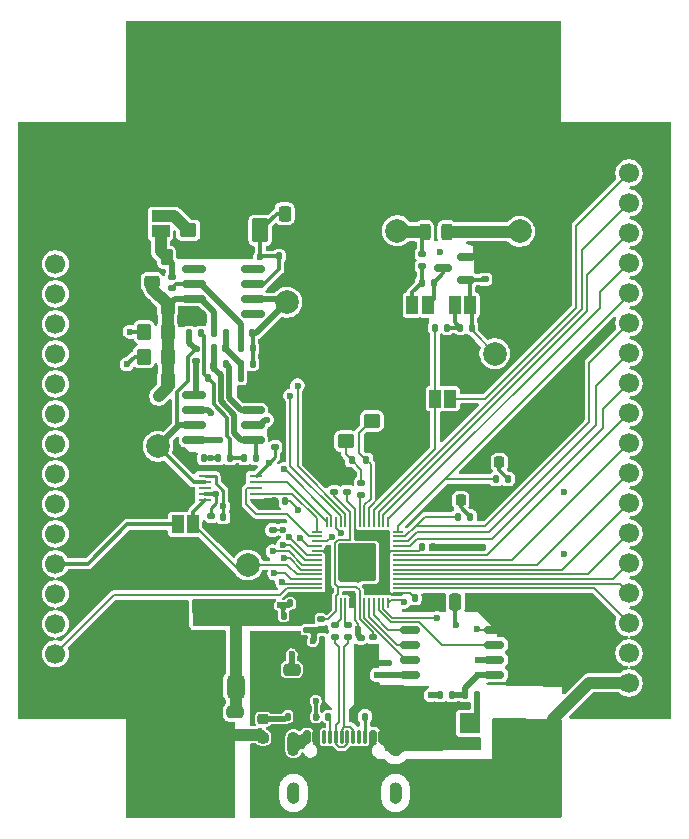
<source format=gbr>
%TF.GenerationSoftware,KiCad,Pcbnew,9.0.6*%
%TF.CreationDate,2025-11-29T10:37:20+02:00*%
%TF.ProjectId,laserboard,6c617365-7262-46f6-9172-642e6b696361,rev?*%
%TF.SameCoordinates,Original*%
%TF.FileFunction,Copper,L1,Top*%
%TF.FilePolarity,Positive*%
%FSLAX46Y46*%
G04 Gerber Fmt 4.6, Leading zero omitted, Abs format (unit mm)*
G04 Created by KiCad (PCBNEW 9.0.6) date 2025-11-29 10:37:20*
%MOMM*%
%LPD*%
G01*
G04 APERTURE LIST*
G04 Aperture macros list*
%AMRoundRect*
0 Rectangle with rounded corners*
0 $1 Rounding radius*
0 $2 $3 $4 $5 $6 $7 $8 $9 X,Y pos of 4 corners*
0 Add a 4 corners polygon primitive as box body*
4,1,4,$2,$3,$4,$5,$6,$7,$8,$9,$2,$3,0*
0 Add four circle primitives for the rounded corners*
1,1,$1+$1,$2,$3*
1,1,$1+$1,$4,$5*
1,1,$1+$1,$6,$7*
1,1,$1+$1,$8,$9*
0 Add four rect primitives between the rounded corners*
20,1,$1+$1,$2,$3,$4,$5,0*
20,1,$1+$1,$4,$5,$6,$7,0*
20,1,$1+$1,$6,$7,$8,$9,0*
20,1,$1+$1,$8,$9,$2,$3,0*%
G04 Aperture macros list end*
%TA.AperFunction,ComponentPad*%
%ADD10R,1.700000X1.700000*%
%TD*%
%TA.AperFunction,ComponentPad*%
%ADD11C,1.700000*%
%TD*%
%TA.AperFunction,SMDPad,CuDef*%
%ADD12RoundRect,0.140000X0.140000X0.170000X-0.140000X0.170000X-0.140000X-0.170000X0.140000X-0.170000X0*%
%TD*%
%TA.AperFunction,SMDPad,CuDef*%
%ADD13RoundRect,0.140000X-0.140000X-0.170000X0.140000X-0.170000X0.140000X0.170000X-0.140000X0.170000X0*%
%TD*%
%TA.AperFunction,SMDPad,CuDef*%
%ADD14RoundRect,0.250000X-0.475000X0.250000X-0.475000X-0.250000X0.475000X-0.250000X0.475000X0.250000X0*%
%TD*%
%TA.AperFunction,SMDPad,CuDef*%
%ADD15RoundRect,0.135000X-0.135000X-0.185000X0.135000X-0.185000X0.135000X0.185000X-0.135000X0.185000X0*%
%TD*%
%TA.AperFunction,SMDPad,CuDef*%
%ADD16RoundRect,0.375000X0.375000X-0.625000X0.375000X0.625000X-0.375000X0.625000X-0.375000X-0.625000X0*%
%TD*%
%TA.AperFunction,SMDPad,CuDef*%
%ADD17RoundRect,0.500000X1.400000X-0.500000X1.400000X0.500000X-1.400000X0.500000X-1.400000X-0.500000X0*%
%TD*%
%TA.AperFunction,SMDPad,CuDef*%
%ADD18RoundRect,0.218750X0.218750X0.256250X-0.218750X0.256250X-0.218750X-0.256250X0.218750X-0.256250X0*%
%TD*%
%TA.AperFunction,SMDPad,CuDef*%
%ADD19RoundRect,0.162500X0.650000X0.162500X-0.650000X0.162500X-0.650000X-0.162500X0.650000X-0.162500X0*%
%TD*%
%TA.AperFunction,SMDPad,CuDef*%
%ADD20RoundRect,0.135000X0.135000X0.185000X-0.135000X0.185000X-0.135000X-0.185000X0.135000X-0.185000X0*%
%TD*%
%TA.AperFunction,SMDPad,CuDef*%
%ADD21RoundRect,0.140000X-0.170000X0.140000X-0.170000X-0.140000X0.170000X-0.140000X0.170000X0.140000X0*%
%TD*%
%TA.AperFunction,SMDPad,CuDef*%
%ADD22RoundRect,0.135000X-0.185000X0.135000X-0.185000X-0.135000X0.185000X-0.135000X0.185000X0.135000X0*%
%TD*%
%TA.AperFunction,SMDPad,CuDef*%
%ADD23RoundRect,0.050000X0.387500X0.050000X-0.387500X0.050000X-0.387500X-0.050000X0.387500X-0.050000X0*%
%TD*%
%TA.AperFunction,SMDPad,CuDef*%
%ADD24RoundRect,0.050000X0.050000X0.387500X-0.050000X0.387500X-0.050000X-0.387500X0.050000X-0.387500X0*%
%TD*%
%TA.AperFunction,ComponentPad*%
%ADD25C,0.600000*%
%TD*%
%TA.AperFunction,SMDPad,CuDef*%
%ADD26RoundRect,0.144000X1.456000X1.456000X-1.456000X1.456000X-1.456000X-1.456000X1.456000X-1.456000X0*%
%TD*%
%TA.AperFunction,SMDPad,CuDef*%
%ADD27RoundRect,0.250000X0.350000X0.450000X-0.350000X0.450000X-0.350000X-0.450000X0.350000X-0.450000X0*%
%TD*%
%TA.AperFunction,SMDPad,CuDef*%
%ADD28C,2.000000*%
%TD*%
%TA.AperFunction,SMDPad,CuDef*%
%ADD29RoundRect,0.140000X0.170000X-0.140000X0.170000X0.140000X-0.170000X0.140000X-0.170000X-0.140000X0*%
%TD*%
%TA.AperFunction,SMDPad,CuDef*%
%ADD30RoundRect,0.250000X0.475000X-0.250000X0.475000X0.250000X-0.475000X0.250000X-0.475000X-0.250000X0*%
%TD*%
%TA.AperFunction,SMDPad,CuDef*%
%ADD31RoundRect,0.150000X-0.150000X-0.425000X0.150000X-0.425000X0.150000X0.425000X-0.150000X0.425000X0*%
%TD*%
%TA.AperFunction,SMDPad,CuDef*%
%ADD32RoundRect,0.075000X-0.075000X-0.500000X0.075000X-0.500000X0.075000X0.500000X-0.075000X0.500000X0*%
%TD*%
%TA.AperFunction,HeatsinkPad*%
%ADD33O,1.000000X2.100000*%
%TD*%
%TA.AperFunction,HeatsinkPad*%
%ADD34O,1.000000X1.800000*%
%TD*%
%TA.AperFunction,SMDPad,CuDef*%
%ADD35RoundRect,0.250000X-0.262500X-0.450000X0.262500X-0.450000X0.262500X0.450000X-0.262500X0.450000X0*%
%TD*%
%TA.AperFunction,SMDPad,CuDef*%
%ADD36RoundRect,0.135000X0.185000X-0.135000X0.185000X0.135000X-0.185000X0.135000X-0.185000X-0.135000X0*%
%TD*%
%TA.AperFunction,SMDPad,CuDef*%
%ADD37R,1.000000X1.500000*%
%TD*%
%TA.AperFunction,SMDPad,CuDef*%
%ADD38RoundRect,0.243750X-0.243750X-0.456250X0.243750X-0.456250X0.243750X0.456250X-0.243750X0.456250X0*%
%TD*%
%TA.AperFunction,SMDPad,CuDef*%
%ADD39RoundRect,0.150000X-0.825000X-0.150000X0.825000X-0.150000X0.825000X0.150000X-0.825000X0.150000X0*%
%TD*%
%TA.AperFunction,SMDPad,CuDef*%
%ADD40RoundRect,0.175000X-0.525000X-0.825000X0.525000X-0.825000X0.525000X0.825000X-0.525000X0.825000X0*%
%TD*%
%TA.AperFunction,SMDPad,CuDef*%
%ADD41RoundRect,0.150000X-0.550000X-0.450000X0.550000X-0.450000X0.550000X0.450000X-0.550000X0.450000X0*%
%TD*%
%TA.AperFunction,SMDPad,CuDef*%
%ADD42RoundRect,0.250000X-0.295000X0.407500X-0.295000X-0.407500X0.295000X-0.407500X0.295000X0.407500X0*%
%TD*%
%TA.AperFunction,SMDPad,CuDef*%
%ADD43RoundRect,0.250000X0.450000X0.350000X-0.450000X0.350000X-0.450000X-0.350000X0.450000X-0.350000X0*%
%TD*%
%TA.AperFunction,SMDPad,CuDef*%
%ADD44RoundRect,0.218750X0.256250X-0.218750X0.256250X0.218750X-0.256250X0.218750X-0.256250X-0.218750X0*%
%TD*%
%TA.AperFunction,SMDPad,CuDef*%
%ADD45RoundRect,0.250000X-0.350000X-0.450000X0.350000X-0.450000X0.350000X0.450000X-0.350000X0.450000X0*%
%TD*%
%TA.AperFunction,SMDPad,CuDef*%
%ADD46R,1.100000X0.250000*%
%TD*%
%TA.AperFunction,SMDPad,CuDef*%
%ADD47RoundRect,0.150000X0.825000X0.150000X-0.825000X0.150000X-0.825000X-0.150000X0.825000X-0.150000X0*%
%TD*%
%TA.AperFunction,SMDPad,CuDef*%
%ADD48RoundRect,0.250000X0.407500X0.295000X-0.407500X0.295000X-0.407500X-0.295000X0.407500X-0.295000X0*%
%TD*%
%TA.AperFunction,SMDPad,CuDef*%
%ADD49RoundRect,0.250000X-0.250000X-0.475000X0.250000X-0.475000X0.250000X0.475000X-0.250000X0.475000X0*%
%TD*%
%TA.AperFunction,SMDPad,CuDef*%
%ADD50RoundRect,0.150000X0.587500X0.150000X-0.587500X0.150000X-0.587500X-0.150000X0.587500X-0.150000X0*%
%TD*%
%TA.AperFunction,SMDPad,CuDef*%
%ADD51R,1.500000X1.000000*%
%TD*%
%TA.AperFunction,ViaPad*%
%ADD52C,0.600000*%
%TD*%
%TA.AperFunction,Conductor*%
%ADD53C,0.500000*%
%TD*%
%TA.AperFunction,Conductor*%
%ADD54C,0.300000*%
%TD*%
%TA.AperFunction,Conductor*%
%ADD55C,1.000000*%
%TD*%
%TA.AperFunction,Conductor*%
%ADD56C,0.250000*%
%TD*%
%TA.AperFunction,Conductor*%
%ADD57C,0.200000*%
%TD*%
%TA.AperFunction,Conductor*%
%ADD58C,0.150000*%
%TD*%
G04 APERTURE END LIST*
D10*
%TO.P,J4,1,Pin_1*%
%TO.N,GND*%
X101800000Y-154300000D03*
D11*
%TO.P,J4,2,Pin_2*%
%TO.N,/Didital/GPIO29_ADC3*%
X101800000Y-151760000D03*
%TO.P,J4,3,Pin_3*%
%TO.N,/Didital/GPIO28_ADC2*%
X101800000Y-149220000D03*
%TO.P,J4,4,Pin_4*%
%TO.N,/Didital/GPIO27_ADC1*%
X101800000Y-146680000D03*
%TO.P,J4,5,Pin_5*%
%TO.N,/Didital/GPIO26_ADC0*%
X101800000Y-144140000D03*
%TO.P,J4,6,Pin_6*%
%TO.N,/Didital/GPIO25*%
X101800000Y-141600000D03*
%TO.P,J4,7,Pin_7*%
%TO.N,/Didital/GPIO24*%
X101800000Y-139060000D03*
%TO.P,J4,8,Pin_8*%
%TO.N,/Didital/GPIO23*%
X101800000Y-136520000D03*
%TO.P,J4,9,Pin_9*%
%TO.N,/Didital/GPIO22*%
X101800000Y-133980000D03*
%TO.P,J4,10,Pin_10*%
%TO.N,/Didital/GPIO21*%
X101800000Y-131440000D03*
%TO.P,J4,11,Pin_11*%
%TO.N,/Didital/GPIO20*%
X101800000Y-128900000D03*
%TO.P,J4,12,Pin_12*%
%TO.N,/Didital/GPIO16*%
X101800000Y-126360000D03*
%TO.P,J4,13,Pin_13*%
%TO.N,/Didital/RUN*%
X101800000Y-123820000D03*
%TO.P,J4,14,Pin_14*%
%TO.N,/Didital/SWD*%
X101800000Y-121280000D03*
%TO.P,J4,15,Pin_15*%
%TO.N,/Didital/SWCLK*%
X101800000Y-118740000D03*
%TO.P,J4,16,Pin_16*%
%TO.N,GND*%
X101800000Y-116200000D03*
%TO.P,J4,17,Pin_17*%
X101800000Y-113660000D03*
%TO.P,J4,18,Pin_18*%
X101800000Y-111120000D03*
%TO.P,J4,19,Pin_19*%
X101800000Y-108580000D03*
%TD*%
D12*
%TO.P,C6,1*%
%TO.N,Net-(C5-Pad1)*%
X117480000Y-128400000D03*
%TO.P,C6,2*%
%TO.N,Net-(U1A-+)*%
X116520000Y-128400000D03*
%TD*%
D13*
%TO.P,C37,1*%
%TO.N,+3V3*%
X120720000Y-118100000D03*
%TO.P,C37,2*%
%TO.N,GND*%
X121680000Y-118100000D03*
%TD*%
D14*
%TO.P,C18,1*%
%TO.N,+3V3*%
X117000000Y-156700000D03*
%TO.P,C18,2*%
%TO.N,GND*%
X117000000Y-158600000D03*
%TD*%
D12*
%TO.P,C5,1*%
%TO.N,Net-(C5-Pad1)*%
X116180000Y-125900000D03*
%TO.P,C5,2*%
%TO.N,Net-(C5-Pad2)*%
X115220000Y-125900000D03*
%TD*%
D15*
%TO.P,R6,1*%
%TO.N,/RX frontend/Vref_Filter*%
X115580000Y-135165000D03*
%TO.P,R6,2*%
%TO.N,Net-(C7-Pad1)*%
X116600000Y-135165000D03*
%TD*%
D16*
%TO.P,U5,1,GND*%
%TO.N,GND*%
X114750000Y-154550000D03*
%TO.P,U5,2,VO*%
%TO.N,+3V3*%
X117050000Y-154550000D03*
D17*
X117050000Y-148250000D03*
D16*
%TO.P,U5,3,VI*%
%TO.N,+5V*%
X119350000Y-154550000D03*
%TD*%
D18*
%TO.P,D3,1,K*%
%TO.N,GND*%
X137690000Y-138750000D03*
%TO.P,D3,2,A*%
%TO.N,Net-(D3-A)*%
X136115000Y-138750000D03*
%TD*%
D19*
%TO.P,U6,1,~{CS}*%
%TO.N,/Didital/QSPI_SS*%
X138975000Y-153535000D03*
%TO.P,U6,2,DO(IO1)*%
%TO.N,/Didital/QSPI_SD1*%
X138975000Y-152265000D03*
%TO.P,U6,3,IO2*%
%TO.N,/Didital/QSPI_SD2*%
X138975000Y-150995000D03*
%TO.P,U6,4,GND*%
%TO.N,GND*%
X138975000Y-149725000D03*
%TO.P,U6,5,DI(IO0)*%
%TO.N,/Didital/QSPI_SD0*%
X131800000Y-149725000D03*
%TO.P,U6,6,CLK*%
%TO.N,/Didital/QSPI_SCLK*%
X131800000Y-150995000D03*
%TO.P,U6,7,IO3*%
%TO.N,/Didital/QSPI_SD3*%
X131800000Y-152265000D03*
%TO.P,U6,8,VCC*%
%TO.N,+3V3*%
X131800000Y-153535000D03*
%TD*%
D20*
%TO.P,R27,1*%
%TO.N,Net-(JP7-B)*%
X133860000Y-120340000D03*
%TO.P,R27,2*%
%TO.N,Net-(JP7-A)*%
X132840000Y-120340000D03*
%TD*%
D21*
%TO.P,C27,1*%
%TO.N,+3V3*%
X127675000Y-150395000D03*
%TO.P,C27,2*%
%TO.N,GND*%
X127675000Y-151355000D03*
%TD*%
D15*
%TO.P,R14,1*%
%TO.N,/Didital/TX_D_IN*%
X133950000Y-124140000D03*
%TO.P,R14,2*%
%TO.N,Net-(JP5-B)*%
X134970000Y-124140000D03*
%TD*%
D22*
%TO.P,R15,1*%
%TO.N,GND*%
X138160000Y-119030000D03*
%TO.P,R15,2*%
%TO.N,Net-(JP5-A)*%
X138160000Y-120050000D03*
%TD*%
D12*
%TO.P,C31,1*%
%TO.N,+3V3*%
X122655000Y-147500000D03*
%TO.P,C31,2*%
%TO.N,GND*%
X121695000Y-147500000D03*
%TD*%
D23*
%TO.P,U7,1,IOVDD*%
%TO.N,+3V3*%
X130800000Y-146625000D03*
%TO.P,U7,2,GPIO0*%
%TO.N,/Didital/GPIO0*%
X130800000Y-146225000D03*
%TO.P,U7,3,GPIO1*%
%TO.N,/Didital/GPIO1*%
X130800000Y-145825000D03*
%TO.P,U7,4,GPIO2*%
%TO.N,/Didital/GPIO2*%
X130800000Y-145425000D03*
%TO.P,U7,5,GPIO3*%
%TO.N,/Didital/GPIO3*%
X130800000Y-145025000D03*
%TO.P,U7,6,GPIO4*%
%TO.N,/Didital/GPIO4*%
X130800000Y-144625000D03*
%TO.P,U7,7,GPIO5*%
%TO.N,/Didital/GPIO5*%
X130800000Y-144225000D03*
%TO.P,U7,8,GPIO6*%
%TO.N,/Didital/GPIO6*%
X130800000Y-143825000D03*
%TO.P,U7,9,GPIO7*%
%TO.N,/Didital/GPIO7*%
X130800000Y-143425000D03*
%TO.P,U7,10,IOVDD*%
%TO.N,+3V3*%
X130800000Y-143025000D03*
%TO.P,U7,11,GPIO8*%
%TO.N,/Didital/GPIO8*%
X130800000Y-142625000D03*
%TO.P,U7,12,GPIO9*%
%TO.N,/Didital/GPIO9*%
X130800000Y-142225000D03*
%TO.P,U7,13,GPIO10*%
%TO.N,/Didital/GPIO10*%
X130800000Y-141825000D03*
%TO.P,U7,14,GPIO11*%
%TO.N,/Didital/GPIO11*%
X130800000Y-141425000D03*
D24*
%TO.P,U7,15,GPIO12*%
%TO.N,/Didital/GPIO12*%
X129962500Y-140587500D03*
%TO.P,U7,16,GPIO13*%
%TO.N,/Didital/GPIO13*%
X129562500Y-140587500D03*
%TO.P,U7,17,GPIO14*%
%TO.N,/Didital/GPIO14*%
X129162500Y-140587500D03*
%TO.P,U7,18,GPIO15*%
%TO.N,/Didital/TX_D_IN*%
X128762500Y-140587500D03*
%TO.P,U7,19,TESTEN*%
%TO.N,GND*%
X128362500Y-140587500D03*
%TO.P,U7,20,XIN*%
%TO.N,/Didital/XIN*%
X127962500Y-140587500D03*
%TO.P,U7,21,XOUT*%
%TO.N,/Didital/XOUT*%
X127562500Y-140587500D03*
%TO.P,U7,22,IOVDD*%
%TO.N,+3V3*%
X127162500Y-140587500D03*
%TO.P,U7,23,DVDD*%
%TO.N,+1V1*%
X126762500Y-140587500D03*
%TO.P,U7,24,SWCLK*%
%TO.N,/Didital/SWCLK*%
X126362500Y-140587500D03*
%TO.P,U7,25,SWD*%
%TO.N,/Didital/SWD*%
X125962500Y-140587500D03*
%TO.P,U7,26,RUN*%
%TO.N,/Didital/RUN*%
X125562500Y-140587500D03*
%TO.P,U7,27,GPIO16*%
%TO.N,/Didital/GPIO16*%
X125162500Y-140587500D03*
%TO.P,U7,28,GPIO17*%
%TO.N,/Didital/GPIO17*%
X124762500Y-140587500D03*
D23*
%TO.P,U7,29,GPIO18*%
%TO.N,/Didital/GPIO18*%
X123925000Y-141425000D03*
%TO.P,U7,30,GPIO19*%
%TO.N,/Didital/GPIO19*%
X123925000Y-141825000D03*
%TO.P,U7,31,GPIO20*%
%TO.N,/Didital/GPIO20*%
X123925000Y-142225000D03*
%TO.P,U7,32,GPIO21*%
%TO.N,/Didital/GPIO21*%
X123925000Y-142625000D03*
%TO.P,U7,33,IOVDD*%
%TO.N,+3V3*%
X123925000Y-143025000D03*
%TO.P,U7,34,GPIO22*%
%TO.N,/Didital/GPIO22*%
X123925000Y-143425000D03*
%TO.P,U7,35,GPIO23*%
%TO.N,/Didital/GPIO23*%
X123925000Y-143825000D03*
%TO.P,U7,36,GPIO24*%
%TO.N,/Didital/GPIO24*%
X123925000Y-144225000D03*
%TO.P,U7,37,GPIO25*%
%TO.N,/Didital/GPIO25*%
X123925000Y-144625000D03*
%TO.P,U7,38,GPIO26_ADC0*%
%TO.N,/Didital/RX_IN*%
X123925000Y-145025000D03*
%TO.P,U7,39,GPIO27_ADC1*%
%TO.N,/Didital/GPIO27_ADC1*%
X123925000Y-145425000D03*
%TO.P,U7,40,GPIO28_ADC2*%
%TO.N,/Didital/GPIO28_ADC2*%
X123925000Y-145825000D03*
%TO.P,U7,41,GPIO29_ADC3*%
%TO.N,/Didital/GPIO29_ADC3*%
X123925000Y-146225000D03*
%TO.P,U7,42,IOVDD*%
%TO.N,+3V3*%
X123925000Y-146625000D03*
D24*
%TO.P,U7,43,ADC_AVDD*%
X124762500Y-147462500D03*
%TO.P,U7,44,VREG_IN*%
X125162500Y-147462500D03*
%TO.P,U7,45,VREG_VOUT*%
%TO.N,+1V1*%
X125562500Y-147462500D03*
%TO.P,U7,46,USB_DM*%
%TO.N,Net-(U7-USB_DM)*%
X125962500Y-147462500D03*
%TO.P,U7,47,USB_DP*%
%TO.N,Net-(U7-USB_DP)*%
X126362500Y-147462500D03*
%TO.P,U7,48,USB_VDD*%
%TO.N,+3V3*%
X126762500Y-147462500D03*
%TO.P,U7,49,IOVDD*%
X127162500Y-147462500D03*
%TO.P,U7,50,DVDD*%
%TO.N,+1V1*%
X127562500Y-147462500D03*
%TO.P,U7,51,QSPI_SD3*%
%TO.N,/Didital/QSPI_SD3*%
X127962500Y-147462500D03*
%TO.P,U7,52,QSPI_SCLK*%
%TO.N,/Didital/QSPI_SCLK*%
X128362500Y-147462500D03*
%TO.P,U7,53,QSPI_SD0*%
%TO.N,/Didital/QSPI_SD0*%
X128762500Y-147462500D03*
%TO.P,U7,54,QSPI_SD2*%
%TO.N,/Didital/QSPI_SD2*%
X129162500Y-147462500D03*
%TO.P,U7,55,QSPI_SD1*%
%TO.N,/Didital/QSPI_SD1*%
X129562500Y-147462500D03*
%TO.P,U7,56,QSPI_SS*%
%TO.N,/Didital/QSPI_SS*%
X129962500Y-147462500D03*
D25*
%TO.P,U7,57,GND*%
%TO.N,GND*%
X128637500Y-145300000D03*
X128637500Y-144025000D03*
X128637500Y-142750000D03*
X127362500Y-145300000D03*
X127362500Y-144025000D03*
D26*
X127362500Y-144025000D03*
D25*
X127362500Y-142750000D03*
X126087500Y-145300000D03*
X126087500Y-144025000D03*
X126087500Y-142750000D03*
%TD*%
D27*
%TO.P,R26,1*%
%TO.N,/RX frontend/Vref_Filter*%
X111300000Y-122400000D03*
%TO.P,R26,2*%
%TO.N,GND*%
X109300000Y-122400000D03*
%TD*%
D20*
%TO.P,R22,1*%
%TO.N,Net-(J2-CC2)*%
X128000000Y-157075000D03*
%TO.P,R22,2*%
%TO.N,GND*%
X126980000Y-157075000D03*
%TD*%
D18*
%TO.P,D4,1,K*%
%TO.N,GND*%
X140975000Y-135550000D03*
%TO.P,D4,2,A*%
%TO.N,Net-(D4-A)*%
X139400000Y-135550000D03*
%TD*%
D28*
%TO.P,TP1,1,1*%
%TO.N,/Didital/RX_IN*%
X118100000Y-144250000D03*
%TD*%
D21*
%TO.P,C25,1*%
%TO.N,+3V3*%
X123075000Y-148770000D03*
%TO.P,C25,2*%
%TO.N,GND*%
X123075000Y-149730000D03*
%TD*%
D29*
%TO.P,C26,1*%
%TO.N,+3V3*%
X130000000Y-153530000D03*
%TO.P,C26,2*%
%TO.N,GND*%
X130000000Y-152570000D03*
%TD*%
D13*
%TO.P,C15,1*%
%TO.N,/Didital/XIN*%
X128120000Y-135350000D03*
%TO.P,C15,2*%
%TO.N,GND*%
X129080000Y-135350000D03*
%TD*%
D15*
%TO.P,R16,1*%
%TO.N,/Didital/QSPI_SS*%
X136490000Y-155250000D03*
%TO.P,R16,2*%
%TO.N,/Didital/~{USB_BOOT}*%
X137510000Y-155250000D03*
%TD*%
D12*
%TO.P,C8,1*%
%TO.N,Net-(C7-Pad1)*%
X114680000Y-128400000D03*
%TO.P,C8,2*%
%TO.N,Net-(U1B-+)*%
X113720000Y-128400000D03*
%TD*%
D21*
%TO.P,C30,1*%
%TO.N,+3V3*%
X120200000Y-141270000D03*
%TO.P,C30,2*%
%TO.N,GND*%
X120200000Y-142230000D03*
%TD*%
D29*
%TO.P,C20,1*%
%TO.N,Net-(U3--)*%
X111700000Y-120780000D03*
%TO.P,C20,2*%
%TO.N,Net-(JP2-A)*%
X111700000Y-119820000D03*
%TD*%
D30*
%TO.P,C17,1*%
%TO.N,+5V*%
X121800000Y-155000000D03*
%TO.P,C17,2*%
%TO.N,GND*%
X121800000Y-153100000D03*
%TD*%
D20*
%TO.P,R4,1*%
%TO.N,Net-(U1A-+)*%
X116210000Y-127200000D03*
%TO.P,R4,2*%
%TO.N,Net-(C5-Pad2)*%
X115190000Y-127200000D03*
%TD*%
%TO.P,R5,1*%
%TO.N,Net-(C5-Pad2)*%
X118810000Y-135165000D03*
%TO.P,R5,2*%
%TO.N,Net-(C7-Pad1)*%
X117790000Y-135165000D03*
%TD*%
D28*
%TO.P,TP2,1,1*%
%TO.N,/RX frontend/RX_Raw*%
X121400000Y-122000000D03*
%TD*%
D31*
%TO.P,J2,A1,GND*%
%TO.N,GND*%
X123080000Y-158795000D03*
%TO.P,J2,A4,VBUS*%
%TO.N,+5V*%
X123880000Y-158795000D03*
D32*
%TO.P,J2,A5,CC1*%
%TO.N,Net-(J2-CC1)*%
X125030000Y-158795000D03*
%TO.P,J2,A6,D+*%
%TO.N,/Didital/USB_D+*%
X126030000Y-158795000D03*
%TO.P,J2,A7,D-*%
%TO.N,/Didital/USB_D-*%
X126530000Y-158795000D03*
%TO.P,J2,A8,SBU1*%
%TO.N,unconnected-(J2-SBU1-PadA8)*%
X127530000Y-158795000D03*
D31*
%TO.P,J2,A9,VBUS*%
%TO.N,+5V*%
X128680000Y-158795000D03*
%TO.P,J2,A12,GND*%
%TO.N,GND*%
X129480000Y-158795000D03*
D32*
%TO.P,J2,B5,CC2*%
%TO.N,Net-(J2-CC2)*%
X128030000Y-158795000D03*
%TO.P,J2,B6,D+*%
%TO.N,/Didital/USB_D+*%
X127030000Y-158795000D03*
%TO.P,J2,B7,D-*%
%TO.N,/Didital/USB_D-*%
X125530000Y-158795000D03*
%TO.P,J2,B8,SBU2*%
%TO.N,unconnected-(J2-SBU2-PadB8)*%
X124530000Y-158795000D03*
D33*
%TO.P,J2,S1,SHIELD*%
%TO.N,GND*%
X121960000Y-159370000D03*
D34*
X121960000Y-163550000D03*
D33*
X130600000Y-159370000D03*
D34*
X130600000Y-163550000D03*
%TD*%
D35*
%TO.P,R29,1*%
%TO.N,GND*%
X109387500Y-118200000D03*
%TO.P,R29,2*%
%TO.N,Net-(JP2-A)*%
X111212500Y-118200000D03*
%TD*%
D36*
%TO.P,R13,1*%
%TO.N,Net-(JP7-A)*%
X132860000Y-118950000D03*
%TO.P,R13,2*%
%TO.N,Net-(D2-K)*%
X132860000Y-117930000D03*
%TD*%
D28*
%TO.P,TP5,1,1*%
%TO.N,Net-(D2-K)*%
X130735000Y-115940000D03*
%TD*%
D37*
%TO.P,JP8,1,A*%
%TO.N,/Didital/TX_D_IN*%
X133950000Y-130150000D03*
%TO.P,JP8,2,B*%
%TO.N,/Didital/GPIO15*%
X135250000Y-130150000D03*
%TD*%
D12*
%TO.P,C34,1*%
%TO.N,/RX frontend/Vref_Filter*%
X114400000Y-135200000D03*
%TO.P,C34,2*%
%TO.N,GND*%
X113440000Y-135200000D03*
%TD*%
D28*
%TO.P,TP7,1,1*%
%TO.N,+5V*%
X141100000Y-116000000D03*
%TD*%
D38*
%TO.P,D2,1,K*%
%TO.N,Net-(D2-K)*%
X133060000Y-116040000D03*
%TO.P,D2,2,A*%
%TO.N,+5V*%
X134935000Y-116040000D03*
%TD*%
D37*
%TO.P,JP6,1,A*%
%TO.N,/Didital/RX_IN*%
X113450000Y-140800000D03*
%TO.P,JP6,2,B*%
%TO.N,/Didital/GPIO26_ADC0*%
X112150000Y-140800000D03*
%TD*%
%TO.P,JP5,1,A*%
%TO.N,Net-(JP5-A)*%
X136910000Y-122240000D03*
%TO.P,JP5,2,B*%
%TO.N,Net-(JP5-B)*%
X135610000Y-122240000D03*
%TD*%
D13*
%TO.P,C3,1*%
%TO.N,Net-(U3--)*%
X117520000Y-124600000D03*
%TO.P,C3,2*%
%TO.N,/RX frontend/RX_Raw*%
X118480000Y-124600000D03*
%TD*%
D39*
%TO.P,U3,1,NULL*%
%TO.N,unconnected-(U3-NULL-Pad1)*%
X113550000Y-119195000D03*
%TO.P,U3,2,-*%
%TO.N,Net-(U3--)*%
X113550000Y-120465000D03*
%TO.P,U3,3,+*%
%TO.N,/RX frontend/Vref_Filter*%
X113550000Y-121735000D03*
%TO.P,U3,4,V-*%
%TO.N,GND*%
X113550000Y-123005000D03*
%TO.P,U3,5,NULL*%
%TO.N,unconnected-(U3-NULL-Pad5)*%
X118500000Y-123005000D03*
%TO.P,U3,6*%
%TO.N,/RX frontend/RX_Raw*%
X118500000Y-121735000D03*
%TO.P,U3,7,V+*%
%TO.N,+3V3*%
X118500000Y-120465000D03*
%TO.P,U3,8,NC*%
%TO.N,unconnected-(U3-NC-Pad8)*%
X118500000Y-119195000D03*
%TD*%
D40*
%TO.P,D1,1,K*%
%TO.N,+3V3*%
X119150000Y-115900000D03*
D41*
%TO.P,D1,2,A*%
%TO.N,Net-(D1-A)*%
X113050000Y-115900000D03*
%TD*%
D15*
%TO.P,R31,1*%
%TO.N,Net-(D5-A)*%
X121470000Y-157075000D03*
%TO.P,R31,2*%
%TO.N,+5V*%
X122490000Y-157075000D03*
%TD*%
D21*
%TO.P,C22,1*%
%TO.N,+1V1*%
X128700000Y-150370000D03*
%TO.P,C22,2*%
%TO.N,GND*%
X128700000Y-151330000D03*
%TD*%
D20*
%TO.P,R2,1*%
%TO.N,/RX frontend/RX_Raw*%
X118510000Y-127200000D03*
%TO.P,R2,2*%
%TO.N,Net-(C5-Pad1)*%
X117490000Y-127200000D03*
%TD*%
D12*
%TO.P,C19,1*%
%TO.N,+3V3*%
X122080000Y-148550000D03*
%TO.P,C19,2*%
%TO.N,GND*%
X121120000Y-148550000D03*
%TD*%
D15*
%TO.P,R1,1*%
%TO.N,Net-(U3--)*%
X117490000Y-125900000D03*
%TO.P,R1,2*%
%TO.N,/RX frontend/RX_Raw*%
X118510000Y-125900000D03*
%TD*%
D42*
%TO.P,C36,1*%
%TO.N,+3V3*%
X121200000Y-114500000D03*
%TO.P,C36,2*%
%TO.N,GND*%
X121200000Y-116455000D03*
%TD*%
D27*
%TO.P,R23,1*%
%TO.N,/RX frontend/Vref_Filter*%
X111300000Y-126600000D03*
%TO.P,R23,2*%
%TO.N,+3V3*%
X109300000Y-126600000D03*
%TD*%
D28*
%TO.P,TP6,1,1*%
%TO.N,Net-(JP5-A)*%
X139000000Y-126340000D03*
%TD*%
D43*
%TO.P,Y1,1,1*%
%TO.N,/Didital/XIN*%
X128600000Y-132050000D03*
%TO.P,Y1,2,2*%
%TO.N,GND*%
X126400000Y-132050000D03*
%TO.P,Y1,3,3*%
%TO.N,Net-(C16-Pad1)*%
X126400000Y-133750000D03*
%TO.P,Y1,4,4*%
%TO.N,GND*%
X128600000Y-133750000D03*
%TD*%
D44*
%TO.P,D5,1,K*%
%TO.N,GND*%
X119380000Y-158862500D03*
%TO.P,D5,2,A*%
%TO.N,Net-(D5-A)*%
X119380000Y-157287500D03*
%TD*%
D36*
%TO.P,R19,1*%
%TO.N,/Didital/USB_D+*%
X126575000Y-150360000D03*
%TO.P,R19,2*%
%TO.N,Net-(U7-USB_DP)*%
X126575000Y-149340000D03*
%TD*%
D20*
%TO.P,R30,1*%
%TO.N,Net-(D4-A)*%
X140110000Y-136950000D03*
%TO.P,R30,2*%
%TO.N,/Didital/GPIO11*%
X139090000Y-136950000D03*
%TD*%
D13*
%TO.P,C4,1*%
%TO.N,+3V3*%
X116020000Y-140200000D03*
%TO.P,C4,2*%
%TO.N,GND*%
X116980000Y-140200000D03*
%TD*%
D36*
%TO.P,R18,1*%
%TO.N,/Didital/XOUT*%
X127700000Y-138340000D03*
%TO.P,R18,2*%
%TO.N,Net-(C16-Pad1)*%
X127700000Y-137320000D03*
%TD*%
D21*
%TO.P,C1,1*%
%TO.N,/RX frontend/Vref_Filter*%
X115000000Y-140090000D03*
%TO.P,C1,2*%
%TO.N,GND*%
X115000000Y-141050000D03*
%TD*%
D15*
%TO.P,R3,1*%
%TO.N,/RX frontend/Vref_Filter*%
X115190000Y-124600000D03*
%TO.P,R3,2*%
%TO.N,Net-(C5-Pad1)*%
X116210000Y-124600000D03*
%TD*%
D20*
%TO.P,R21,1*%
%TO.N,Net-(J2-CC1)*%
X124890000Y-157075000D03*
%TO.P,R21,2*%
%TO.N,GND*%
X123870000Y-157075000D03*
%TD*%
D28*
%TO.P,TP4,1,1*%
%TO.N,/RX frontend/RX_Filtered*%
X110500000Y-134200000D03*
%TD*%
D45*
%TO.P,R24,1*%
%TO.N,GND*%
X109300000Y-128700000D03*
%TO.P,R24,2*%
%TO.N,/RX frontend/Vref_Filter*%
X111300000Y-128700000D03*
%TD*%
D37*
%TO.P,JP7,1,A*%
%TO.N,Net-(JP7-A)*%
X132010000Y-122240000D03*
%TO.P,JP7,2,B*%
%TO.N,Net-(JP7-B)*%
X133310000Y-122240000D03*
%TD*%
D13*
%TO.P,C14,1*%
%TO.N,Net-(JP5-B)*%
X136080000Y-124140000D03*
%TO.P,C14,2*%
%TO.N,Net-(JP5-A)*%
X137040000Y-124140000D03*
%TD*%
D10*
%TO.P,J1,1,Pin_1*%
%TO.N,/Didital/~{USB_BOOT}*%
X136900000Y-157650000D03*
D11*
%TO.P,J1,2,Pin_2*%
%TO.N,GND*%
X134360000Y-157650000D03*
%TD*%
D46*
%TO.P,U2,1,AV_{DD}*%
%TO.N,+3V3*%
X114500000Y-136700000D03*
%TO.P,U2,2,CH1*%
%TO.N,/RX frontend/RX_Filtered*%
X114500000Y-137200000D03*
%TO.P,U2,3,CH0/V_{CAL}*%
%TO.N,unconnected-(U2-CH0{slash}V_{CAL}-Pad3)*%
X114500000Y-137700000D03*
%TO.P,U2,4,V_{REF}*%
%TO.N,/RX frontend/Vref_Filter*%
X114500000Y-138200000D03*
%TO.P,U2,5,V_{OUT}*%
%TO.N,/Didital/RX_IN*%
X114500000Y-138700000D03*
%TO.P,U2,6,GND*%
%TO.N,GND*%
X118800000Y-138700000D03*
%TO.P,U2,7,SCLK*%
%TO.N,/Didital/GPIO18*%
X118800000Y-138200000D03*
%TO.P,U2,8,DIO*%
%TO.N,/Didital/GPIO19*%
X118800000Y-137700000D03*
%TO.P,U2,9,~{CS}*%
%TO.N,/Didital/GPIO17*%
X118800000Y-137200000D03*
%TO.P,U2,10,DV_{DD}*%
%TO.N,+3V3*%
X118800000Y-136700000D03*
%TD*%
D29*
%TO.P,C21,1*%
%TO.N,+1V1*%
X125400000Y-138060000D03*
%TO.P,C21,2*%
%TO.N,GND*%
X125400000Y-137100000D03*
%TD*%
D45*
%TO.P,R25,1*%
%TO.N,+3V3*%
X109300000Y-124500000D03*
%TO.P,R25,2*%
%TO.N,/RX frontend/Vref_Filter*%
X111300000Y-124500000D03*
%TD*%
D13*
%TO.P,C24,1*%
%TO.N,+3V3*%
X132220000Y-147050000D03*
%TO.P,C24,2*%
%TO.N,GND*%
X133180000Y-147050000D03*
%TD*%
D29*
%TO.P,C28,1*%
%TO.N,+3V3*%
X126500000Y-138040000D03*
%TO.P,C28,2*%
%TO.N,GND*%
X126500000Y-137080000D03*
%TD*%
D47*
%TO.P,U1,1*%
%TO.N,Net-(C5-Pad2)*%
X118500000Y-133670000D03*
%TO.P,U1,2,-*%
%TO.N,/RX frontend/Vref_Filter*%
X118500000Y-132400000D03*
%TO.P,U1,3,+*%
%TO.N,Net-(U1A-+)*%
X118500000Y-131130000D03*
%TO.P,U1,4,V-*%
%TO.N,GND*%
X118500000Y-129860000D03*
%TO.P,U1,5,+*%
%TO.N,Net-(U1B-+)*%
X113550000Y-129860000D03*
%TO.P,U1,6,-*%
%TO.N,/RX frontend/Vref_Filter*%
X113550000Y-131130000D03*
%TO.P,U1,7*%
%TO.N,/RX frontend/RX_Filtered*%
X113550000Y-132400000D03*
%TO.P,U1,8,V+*%
%TO.N,+3V3*%
X113550000Y-133670000D03*
%TD*%
D48*
%TO.P,C33,1*%
%TO.N,/RX frontend/Vref_Filter*%
X109977500Y-120300000D03*
%TO.P,C33,2*%
%TO.N,GND*%
X108022500Y-120300000D03*
%TD*%
D36*
%TO.P,R8,1*%
%TO.N,Net-(U1B-+)*%
X113700000Y-127010000D03*
%TO.P,R8,2*%
%TO.N,/RX frontend/RX_Filtered*%
X113700000Y-125990000D03*
%TD*%
D49*
%TO.P,C32,1*%
%TO.N,+3V3*%
X135650000Y-147350000D03*
%TO.P,C32,2*%
%TO.N,GND*%
X137550000Y-147350000D03*
%TD*%
D12*
%TO.P,C7,1*%
%TO.N,Net-(C7-Pad1)*%
X114100000Y-124600000D03*
%TO.P,C7,2*%
%TO.N,/RX frontend/RX_Filtered*%
X113140000Y-124600000D03*
%TD*%
D15*
%TO.P,R17,1*%
%TO.N,+3V3*%
X134390000Y-155250000D03*
%TO.P,R17,2*%
%TO.N,/Didital/QSPI_SS*%
X135410000Y-155250000D03*
%TD*%
D50*
%TO.P,N-MOS1,1,G*%
%TO.N,Net-(JP5-A)*%
X136535000Y-120090000D03*
%TO.P,N-MOS1,2,S*%
%TO.N,GND*%
X136535000Y-118190000D03*
%TO.P,N-MOS1,3,D*%
%TO.N,Net-(JP7-B)*%
X134660000Y-119140000D03*
%TD*%
D10*
%TO.P,J3,1,Pin_1*%
%TO.N,GND*%
X150370000Y-108510000D03*
D11*
%TO.P,J3,2,Pin_2*%
%TO.N,/Didital/GPIO15*%
X150370000Y-111050000D03*
%TO.P,J3,3,Pin_3*%
%TO.N,/Didital/GPIO14*%
X150370000Y-113590000D03*
%TO.P,J3,4,Pin_4*%
%TO.N,/Didital/GPIO13*%
X150370000Y-116130000D03*
%TO.P,J3,5,Pin_5*%
%TO.N,/Didital/GPIO12*%
X150370000Y-118670000D03*
%TO.P,J3,6,Pin_6*%
%TO.N,/Didital/GPIO11*%
X150370000Y-121210000D03*
%TO.P,J3,7,Pin_7*%
%TO.N,/Didital/GPIO10*%
X150370000Y-123750000D03*
%TO.P,J3,8,Pin_8*%
%TO.N,/Didital/GPIO9*%
X150370000Y-126290000D03*
%TO.P,J3,9,Pin_9*%
%TO.N,/Didital/GPIO8*%
X150370000Y-128830000D03*
%TO.P,J3,10,Pin_10*%
%TO.N,/Didital/GPIO7*%
X150370000Y-131370000D03*
%TO.P,J3,11,Pin_11*%
%TO.N,/Didital/GPIO6*%
X150370000Y-133910000D03*
%TO.P,J3,12,Pin_12*%
%TO.N,/Didital/GPIO5*%
X150370000Y-136450000D03*
%TO.P,J3,13,Pin_13*%
%TO.N,/Didital/GPIO4*%
X150370000Y-138990000D03*
%TO.P,J3,14,Pin_14*%
%TO.N,/Didital/GPIO3*%
X150370000Y-141530000D03*
%TO.P,J3,15,Pin_15*%
%TO.N,/Didital/GPIO2*%
X150370000Y-144070000D03*
%TO.P,J3,16,Pin_16*%
%TO.N,/Didital/GPIO1*%
X150370000Y-146610000D03*
%TO.P,J3,17,Pin_17*%
%TO.N,/Didital/GPIO0*%
X150370000Y-149150000D03*
%TO.P,J3,18,Pin_18*%
%TO.N,+3V3*%
X150370000Y-151690000D03*
%TO.P,J3,19,Pin_19*%
%TO.N,+5V*%
X150370000Y-154230000D03*
%TD*%
D29*
%TO.P,C35,1*%
%TO.N,+3V3*%
X120400000Y-134280000D03*
%TO.P,C35,2*%
%TO.N,GND*%
X120400000Y-133320000D03*
%TD*%
D20*
%TO.P,R28,1*%
%TO.N,Net-(D3-A)*%
X136900000Y-140150000D03*
%TO.P,R28,2*%
%TO.N,/Didital/GPIO10*%
X135880000Y-140150000D03*
%TD*%
D51*
%TO.P,JP2,1,A*%
%TO.N,Net-(JP2-A)*%
X110700000Y-116000000D03*
%TO.P,JP2,2,B*%
%TO.N,Net-(D1-A)*%
X110700000Y-114700000D03*
%TD*%
D12*
%TO.P,C16,1*%
%TO.N,Net-(C16-Pad1)*%
X126880000Y-135350000D03*
%TO.P,C16,2*%
%TO.N,GND*%
X125920000Y-135350000D03*
%TD*%
D13*
%TO.P,C29,1*%
%TO.N,+3V3*%
X132820000Y-142750000D03*
%TO.P,C29,2*%
%TO.N,GND*%
X133780000Y-142750000D03*
%TD*%
%TO.P,C2,1*%
%TO.N,GND*%
X120320000Y-138850000D03*
%TO.P,C2,2*%
%TO.N,+3V3*%
X121280000Y-138850000D03*
%TD*%
D21*
%TO.P,C23,1*%
%TO.N,+1V1*%
X124250000Y-148820000D03*
%TO.P,C23,2*%
%TO.N,GND*%
X124250000Y-149780000D03*
%TD*%
D36*
%TO.P,R20,1*%
%TO.N,/Didital/USB_D-*%
X125475000Y-150360000D03*
%TO.P,R20,2*%
%TO.N,Net-(U7-USB_DM)*%
X125475000Y-149340000D03*
%TD*%
D52*
%TO.N,/RX frontend/Vref_Filter*%
X119700000Y-131950000D03*
X110550000Y-129950000D03*
X115400000Y-138200000D03*
X115000000Y-135200000D03*
X115190000Y-123850000D03*
X114962500Y-131387500D03*
%TO.N,GND*%
X130100000Y-132050000D03*
X120800000Y-147650000D03*
X108600000Y-106850000D03*
X152800000Y-121850000D03*
X137475000Y-149700000D03*
X131900000Y-155000000D03*
X133200000Y-148000000D03*
X116400000Y-145100000D03*
X134060000Y-114440000D03*
X125100000Y-135350000D03*
X110800000Y-132450000D03*
X128950000Y-152550000D03*
X147800000Y-111200000D03*
X107950000Y-129175000D03*
X108500000Y-164000000D03*
X134360000Y-117740000D03*
X119450000Y-128425000D03*
X120850000Y-124650000D03*
X112558930Y-134841072D03*
X136350000Y-142750000D03*
X153350000Y-147350000D03*
X153350000Y-152400000D03*
X119450000Y-139350000D03*
X116100000Y-142050000D03*
X108500000Y-142250000D03*
X107650000Y-115200000D03*
X123600000Y-150700000D03*
X138460000Y-121240000D03*
X143450000Y-102750000D03*
X132660000Y-124040000D03*
X122425000Y-116925000D03*
X127650000Y-152600000D03*
X144900000Y-147150000D03*
X107000000Y-117950000D03*
X131560000Y-119940000D03*
X104150000Y-142650000D03*
X125600000Y-136240000D03*
X144800000Y-121200000D03*
X147450000Y-156450000D03*
X133100000Y-132750000D03*
X153050000Y-141250000D03*
X116400000Y-164100000D03*
X122200000Y-127200000D03*
X152700000Y-134150000D03*
X99700000Y-137650000D03*
X108450000Y-158400000D03*
X131560000Y-117840000D03*
X138260000Y-123540000D03*
X144900000Y-143300000D03*
X153350000Y-156100000D03*
X144850000Y-138100000D03*
X126500000Y-136240000D03*
X137960000Y-118140000D03*
X120450000Y-132500000D03*
X141650000Y-147100000D03*
X130000000Y-135350000D03*
X123850000Y-155750000D03*
X119250000Y-112600000D03*
X135000000Y-127950000D03*
X134900000Y-132350000D03*
X119300000Y-142250000D03*
X105850000Y-135650000D03*
X122600000Y-120350000D03*
X136900000Y-125350000D03*
X138900000Y-147350000D03*
X144200000Y-115500000D03*
X127650000Y-154550000D03*
X133100000Y-126150000D03*
X108600000Y-102950000D03*
X140750000Y-153700000D03*
X143450000Y-106200000D03*
X125000000Y-131950000D03*
X147900000Y-147900000D03*
X133100000Y-128050000D03*
X110000000Y-136500000D03*
X144850000Y-130900000D03*
X106450000Y-122350000D03*
X131700000Y-135450000D03*
X116958927Y-139341072D03*
X99350000Y-126100000D03*
X135000000Y-126150000D03*
X119500000Y-145700000D03*
X112300000Y-112400000D03*
X142087500Y-135550000D03*
X145150000Y-153700000D03*
X138802500Y-138750000D03*
X114700000Y-143400000D03*
X108700000Y-133000000D03*
X120400000Y-130350000D03*
X99500000Y-145750000D03*
X105950000Y-144450000D03*
X121800000Y-151800000D03*
X107050000Y-139950000D03*
X105350000Y-156500000D03*
%TO.N,+3V3*%
X129750000Y-143025000D03*
X115750000Y-133675000D03*
X122350000Y-139550000D03*
X116000000Y-139241072D03*
X133610000Y-155250000D03*
X127400000Y-141725000D03*
X124911500Y-143050000D03*
X107850000Y-127250000D03*
X119850000Y-148150000D03*
X127425000Y-149675000D03*
X129625000Y-146250000D03*
X119150000Y-118125000D03*
X121100000Y-141250000D03*
X135700000Y-149300000D03*
X119850000Y-135650000D03*
X114250000Y-148050000D03*
X108125000Y-124500000D03*
X129000000Y-153550000D03*
X124900000Y-146500000D03*
%TO.N,+5V*%
X143950000Y-157800000D03*
X139250000Y-116040000D03*
%TO.N,/Didital/RUN*%
X125982891Y-141574000D03*
%TO.N,/Didital/GPIO16*%
X121150000Y-136150000D03*
%TO.N,/Didital/SWD*%
X121700000Y-129900000D03*
%TO.N,/Didital/GPIO28_ADC2*%
X121000000Y-145700000D03*
%TO.N,/Didital/GPIO23*%
X121100000Y-142525000D03*
%TO.N,/Didital/GPIO24*%
X120200000Y-143100000D03*
%TO.N,/Didital/GPIO25*%
X121150000Y-143675000D03*
%TO.N,/Didital/GPIO21*%
X122550000Y-142000000D03*
%TO.N,/Didital/GPIO22*%
X121600000Y-141900000D03*
%TO.N,/Didital/GPIO20*%
X125200000Y-141850000D03*
%TO.N,/Didital/SWCLK*%
X122300000Y-129050000D03*
%TO.N,/Didital/GPIO27_ADC1*%
X120350000Y-144950000D03*
%TO.N,/Didital/QSPI_SS*%
X131300000Y-147350000D03*
X137600000Y-153550000D03*
%TO.N,/Didital/QSPI_SD1*%
X137600000Y-152250000D03*
X134100000Y-148750000D03*
%TD*%
D53*
%TO.N,/RX frontend/Vref_Filter*%
X119700000Y-131950000D02*
X119574929Y-131950000D01*
D54*
X114400000Y-135200000D02*
X115545000Y-135200000D01*
D55*
X111300000Y-122167500D02*
X111300000Y-122400000D01*
X111300000Y-127700000D02*
X111300000Y-129200000D01*
D53*
X111965000Y-121735000D02*
X111300000Y-122400000D01*
X115190000Y-122815900D02*
X115190000Y-124600000D01*
X114705000Y-131130000D02*
X113550000Y-131130000D01*
X114109100Y-121735000D02*
X115190000Y-122815900D01*
X113550000Y-121735000D02*
X114109100Y-121735000D01*
D54*
X115401000Y-138224000D02*
X115377000Y-138200000D01*
D53*
X113550000Y-121735000D02*
X111965000Y-121735000D01*
X114962500Y-131387500D02*
X114705000Y-131130000D01*
D54*
X115545000Y-135200000D02*
X115580000Y-135165000D01*
D53*
X119124929Y-132400000D02*
X118500000Y-132400000D01*
D55*
X109977500Y-120300000D02*
X109977500Y-120845000D01*
X109977500Y-120845000D02*
X111300000Y-122167500D01*
D53*
X119574929Y-131950000D02*
X119124929Y-132400000D01*
D55*
X111300000Y-129200000D02*
X110550000Y-129950000D01*
D56*
X115400000Y-138955774D02*
X114980000Y-139375774D01*
X115400000Y-138200000D02*
X115400000Y-138955774D01*
X114980000Y-139375774D02*
X114980000Y-140200000D01*
D55*
X111300000Y-122400000D02*
X111300000Y-127700000D01*
D54*
X115377000Y-138200000D02*
X114500000Y-138200000D01*
%TO.N,GND*%
X121680000Y-116935000D02*
X121200000Y-116455000D01*
D57*
X119450000Y-138700000D02*
X118800000Y-138700000D01*
D53*
X123650000Y-149730000D02*
X124200000Y-149730000D01*
X138900000Y-147350000D02*
X138900000Y-149650000D01*
D54*
X133180000Y-147050000D02*
X133180000Y-147980000D01*
D53*
X123700000Y-150600000D02*
X123600000Y-150700000D01*
X124200000Y-149730000D02*
X124250000Y-149780000D01*
X127650000Y-152600000D02*
X127650000Y-151380000D01*
X137550000Y-147350000D02*
X138900000Y-147350000D01*
D54*
X133180000Y-147980000D02*
X133200000Y-148000000D01*
D53*
X123650000Y-149730000D02*
X123700000Y-149780000D01*
D57*
X129400000Y-138350000D02*
X129400000Y-136350000D01*
D53*
X123075000Y-149730000D02*
X123650000Y-149730000D01*
D55*
X119117500Y-158600000D02*
X119380000Y-158862500D01*
D57*
X138975000Y-149725000D02*
X137500000Y-149725000D01*
D53*
X121545000Y-147650000D02*
X121100000Y-147650000D01*
X121800000Y-153100000D02*
X121800000Y-151800000D01*
X130000000Y-152570000D02*
X128970000Y-152570000D01*
D57*
X120320000Y-138850000D02*
X120170000Y-138700000D01*
D53*
X128970000Y-152570000D02*
X128950000Y-152550000D01*
D54*
X121100000Y-148530000D02*
X121120000Y-148550000D01*
X123870000Y-155770000D02*
X123850000Y-155750000D01*
D53*
X125400000Y-136440000D02*
X125600000Y-136240000D01*
D57*
X120170000Y-138700000D02*
X119450000Y-138700000D01*
D54*
X121100000Y-147650000D02*
X121100000Y-148530000D01*
D53*
X121100000Y-147650000D02*
X120800000Y-147650000D01*
D58*
X120200000Y-142230000D02*
X119320000Y-142230000D01*
D53*
X128675000Y-151355000D02*
X128700000Y-151330000D01*
X127675000Y-151355000D02*
X128675000Y-151355000D01*
X121695000Y-147500000D02*
X121545000Y-147650000D01*
X126500000Y-137080000D02*
X126500000Y-136240000D01*
D57*
X119450000Y-139350000D02*
X119450000Y-138700000D01*
D56*
X116980000Y-140200000D02*
X116980000Y-139362145D01*
D54*
X121735000Y-116925000D02*
X122425000Y-116925000D01*
D57*
X128362500Y-140587500D02*
X128362500Y-139387500D01*
X137500000Y-149725000D02*
X137475000Y-149700000D01*
D58*
X119320000Y-142230000D02*
X119300000Y-142250000D01*
D56*
X116980000Y-139362145D02*
X116958927Y-139341072D01*
D54*
X123870000Y-157075000D02*
X123870000Y-155770000D01*
D53*
X123700000Y-149780000D02*
X123700000Y-150600000D01*
D54*
X121680000Y-116980000D02*
X121735000Y-116925000D01*
D53*
X138900000Y-149650000D02*
X138975000Y-149725000D01*
D57*
X128362500Y-139387500D02*
X129400000Y-138350000D01*
D54*
X140975000Y-135550000D02*
X142087500Y-135550000D01*
X121680000Y-118100000D02*
X121680000Y-116935000D01*
D53*
X125400000Y-137100000D02*
X125400000Y-136440000D01*
X127650000Y-151380000D02*
X127675000Y-151355000D01*
D54*
X137690000Y-138750000D02*
X138802500Y-138750000D01*
D55*
X117000000Y-158600000D02*
X119117500Y-158600000D01*
D58*
%TO.N,+3V3*%
X120200000Y-141270000D02*
X121080000Y-141270000D01*
D57*
X121030000Y-141370000D02*
X121100000Y-141300000D01*
D54*
X135650000Y-149250000D02*
X135700000Y-149300000D01*
D57*
X131795000Y-146625000D02*
X132220000Y-147050000D01*
D53*
X131800000Y-153535000D02*
X129015000Y-153535000D01*
X113550000Y-133670000D02*
X115745000Y-133670000D01*
D55*
X117050000Y-148250000D02*
X117050000Y-154550000D01*
D56*
X115327000Y-136700000D02*
X114500000Y-136700000D01*
X116020000Y-139261072D02*
X116000000Y-139241072D01*
D57*
X126500000Y-138040000D02*
X126500000Y-138825000D01*
D54*
X108500000Y-126600000D02*
X107850000Y-127250000D01*
D53*
X134390000Y-155250000D02*
X133610000Y-155250000D01*
D55*
X117050000Y-156650000D02*
X117000000Y-156700000D01*
D54*
X135650000Y-147350000D02*
X135650000Y-149250000D01*
X109300000Y-124500000D02*
X108125000Y-124500000D01*
D57*
X130800000Y-143025000D02*
X132545000Y-143025000D01*
D54*
X119150000Y-118125000D02*
X119150000Y-115900000D01*
D57*
X108125000Y-124500000D02*
X108100000Y-124475000D01*
X127425000Y-149203132D02*
X127162500Y-148940632D01*
X124751000Y-143050000D02*
X124726000Y-143025000D01*
X122350000Y-139550000D02*
X122350000Y-139500000D01*
D56*
X115376000Y-137290702D02*
X115376000Y-136749000D01*
D57*
X127162500Y-148940632D02*
X127162500Y-147462500D01*
D54*
X120550000Y-114500000D02*
X121200000Y-114500000D01*
X119150000Y-115900000D02*
X120550000Y-114500000D01*
D57*
X130800000Y-143025000D02*
X129750000Y-143025000D01*
D54*
X120720000Y-119219999D02*
X119474999Y-120465000D01*
D57*
X124911500Y-143050000D02*
X124751000Y-143050000D01*
D53*
X115745000Y-133670000D02*
X115750000Y-133675000D01*
D56*
X115376000Y-136749000D02*
X115327000Y-136700000D01*
X116026000Y-139215072D02*
X116026000Y-137940702D01*
X116026000Y-137940702D02*
X115376000Y-137290702D01*
D53*
X129015000Y-153535000D02*
X129000000Y-153550000D01*
D56*
X116000000Y-139241072D02*
X116026000Y-139215072D01*
D57*
X126500000Y-138825000D02*
X127162500Y-139487500D01*
X121100000Y-141300000D02*
X121100000Y-141250000D01*
D58*
X121080000Y-141270000D02*
X121100000Y-141250000D01*
D57*
X127162500Y-139487500D02*
X127162500Y-140587500D01*
D54*
X109300000Y-126600000D02*
X108500000Y-126600000D01*
D56*
X120400000Y-134280000D02*
X120400000Y-135100000D01*
D57*
X127162500Y-140587500D02*
X127162500Y-141487500D01*
D56*
X116020000Y-140200000D02*
X116020000Y-139261072D01*
D57*
X127425000Y-149675000D02*
X127425000Y-149203132D01*
X124726000Y-143025000D02*
X123925000Y-143025000D01*
X127162500Y-147462500D02*
X126762500Y-147462500D01*
D54*
X119175000Y-118100000D02*
X120720000Y-118100000D01*
X119474999Y-120465000D02*
X118500000Y-120465000D01*
D57*
X127162500Y-141487500D02*
X127400000Y-141725000D01*
D55*
X117050000Y-154550000D02*
X117050000Y-156650000D01*
D57*
X121700000Y-138850000D02*
X121280000Y-138850000D01*
D53*
X127425000Y-150145000D02*
X127425000Y-149675000D01*
X127675000Y-150395000D02*
X127425000Y-150145000D01*
D57*
X122350000Y-139500000D02*
X121700000Y-138850000D01*
D54*
X119150000Y-118125000D02*
X119175000Y-118100000D01*
D57*
X132545000Y-143025000D02*
X132820000Y-142750000D01*
D56*
X120400000Y-135100000D02*
X118800000Y-136700000D01*
D57*
X130800000Y-146625000D02*
X131795000Y-146625000D01*
D54*
X120720000Y-118100000D02*
X120720000Y-119219999D01*
D53*
%TO.N,/RX frontend/RX_Raw*%
X118500000Y-121735000D02*
X121135000Y-121735000D01*
X118480000Y-124600000D02*
X118800000Y-124600000D01*
D54*
X118510000Y-127200000D02*
X118510000Y-124630000D01*
X118510000Y-124630000D02*
X118480000Y-124600000D01*
D53*
X121135000Y-121735000D02*
X121400000Y-122000000D01*
X118800000Y-124600000D02*
X121400000Y-122000000D01*
%TO.N,Net-(U3--)*%
X113550000Y-120465000D02*
X114109100Y-120465000D01*
X114109100Y-120465000D02*
X117520000Y-123875900D01*
X117520000Y-123875900D02*
X117520000Y-124600000D01*
X117490000Y-125900000D02*
X117490000Y-124630000D01*
D54*
X113550000Y-120465000D02*
X112015000Y-120465000D01*
X112015000Y-120465000D02*
X111700000Y-120780000D01*
D53*
X117490000Y-124630000D02*
X117520000Y-124600000D01*
%TO.N,Net-(C5-Pad1)*%
X116210000Y-125920000D02*
X117490000Y-127200000D01*
X116210000Y-124600000D02*
X116210000Y-125920000D01*
X117490000Y-128390000D02*
X117480000Y-128400000D01*
X117490000Y-127200000D02*
X117490000Y-128390000D01*
%TO.N,Net-(C5-Pad2)*%
X115789000Y-128164000D02*
X115175000Y-127550000D01*
X116950000Y-133094999D02*
X116950000Y-131546363D01*
X115200000Y-125920000D02*
X115200000Y-127190000D01*
X115789000Y-130385363D02*
X115789000Y-128164000D01*
D54*
X118810000Y-135165000D02*
X118810000Y-133980000D01*
X118810000Y-133980000D02*
X118500000Y-133670000D01*
D53*
X115175000Y-127215000D02*
X115190000Y-127200000D01*
X116950000Y-131546363D02*
X115789000Y-130385363D01*
X115220000Y-125900000D02*
X115200000Y-125920000D01*
X117525001Y-133670000D02*
X116950000Y-133094999D01*
X118500000Y-133670000D02*
X117525001Y-133670000D01*
X115200000Y-127190000D02*
X115190000Y-127200000D01*
X115175000Y-127550000D02*
X115175000Y-127215000D01*
%TO.N,Net-(U1A-+)*%
X116520000Y-130124999D02*
X116520000Y-128400000D01*
X116520000Y-127510000D02*
X116210000Y-127200000D01*
X118500000Y-131130000D02*
X117525001Y-131130000D01*
X116520000Y-128400000D02*
X116520000Y-127510000D01*
X117525001Y-131130000D02*
X116520000Y-130124999D01*
D54*
%TO.N,Net-(C7-Pad1)*%
X116349000Y-133343941D02*
X116600000Y-133594941D01*
X115188000Y-130634305D02*
X116349000Y-131795305D01*
X116349000Y-131795305D02*
X116349000Y-133343941D01*
X114371000Y-128091000D02*
X114680000Y-128400000D01*
X116600000Y-135165000D02*
X117790000Y-135165000D01*
X114100000Y-124600000D02*
X114371000Y-124871000D01*
X114371000Y-124871000D02*
X114371000Y-128091000D01*
X115188000Y-128908000D02*
X115188000Y-130634305D01*
X114680000Y-128400000D02*
X115188000Y-128908000D01*
X116600000Y-133594941D02*
X116600000Y-135165000D01*
%TO.N,/RX frontend/RX_Filtered*%
X113029000Y-126661000D02*
X113029000Y-128627870D01*
X114500000Y-137200000D02*
X113500000Y-137200000D01*
D53*
X113550000Y-132400000D02*
X112450000Y-132400000D01*
D54*
X112100000Y-132200000D02*
X112300000Y-132400000D01*
X112100000Y-129556870D02*
X112100000Y-132200000D01*
X113029000Y-128627870D02*
X112100000Y-129556870D01*
D53*
X113140000Y-125430000D02*
X113700000Y-125990000D01*
D54*
X113700000Y-125990000D02*
X113029000Y-126661000D01*
D53*
X113140000Y-124600000D02*
X113140000Y-125430000D01*
D54*
X113500000Y-137200000D02*
X110500000Y-134200000D01*
D53*
X112300000Y-132400000D02*
X110500000Y-134200000D01*
X113550000Y-132400000D02*
X112300000Y-132400000D01*
%TO.N,Net-(U1B-+)*%
X113720000Y-129690000D02*
X113550000Y-129860000D01*
X113700000Y-127010000D02*
X113700000Y-128380000D01*
X113720000Y-128400000D02*
X113720000Y-129690000D01*
X113700000Y-128380000D02*
X113720000Y-128400000D01*
D54*
%TO.N,Net-(JP5-B)*%
X134970000Y-124140000D02*
X136080000Y-124140000D01*
X135610000Y-123670000D02*
X135610000Y-122240000D01*
X136080000Y-124140000D02*
X135610000Y-123670000D01*
D57*
%TO.N,Net-(JP5-A)*%
X137040000Y-124140000D02*
X137040000Y-124380000D01*
X137040000Y-124380000D02*
X139000000Y-126340000D01*
D54*
X136535000Y-120090000D02*
X138120000Y-120090000D01*
X138120000Y-120090000D02*
X138160000Y-120050000D01*
X136910000Y-120465000D02*
X136535000Y-120090000D01*
X137040000Y-122370000D02*
X136910000Y-122240000D01*
X136910000Y-122240000D02*
X136910000Y-120465000D01*
X137040000Y-124140000D02*
X137040000Y-122370000D01*
D57*
%TO.N,/Didital/XIN*%
X128600000Y-132050000D02*
X128500000Y-132050000D01*
X128500000Y-135730000D02*
X128120000Y-135350000D01*
X127500000Y-133050000D02*
X127500000Y-134730000D01*
X127962500Y-140587500D02*
X127962500Y-139187500D01*
X127500000Y-134730000D02*
X128120000Y-135350000D01*
X128500000Y-132050000D02*
X127500000Y-133050000D01*
X128500000Y-138650000D02*
X128500000Y-135730000D01*
X127962500Y-139187500D02*
X128500000Y-138650000D01*
%TO.N,Net-(C16-Pad1)*%
X126400000Y-134870000D02*
X126880000Y-135350000D01*
X126400000Y-133750000D02*
X126400000Y-134870000D01*
X126880000Y-135350000D02*
X127700000Y-136170000D01*
X127700000Y-136170000D02*
X127700000Y-137320000D01*
D55*
%TO.N,+5V*%
X134935000Y-116040000D02*
X139250000Y-116040000D01*
X146970000Y-154230000D02*
X146350000Y-154850000D01*
D53*
X122490000Y-155690000D02*
X122490000Y-157075000D01*
D55*
X143950000Y-157250000D02*
X143950000Y-159900000D01*
X150370000Y-154230000D02*
X146970000Y-154230000D01*
D54*
X124668719Y-160122000D02*
X127882534Y-160122000D01*
X123880000Y-159333281D02*
X124668719Y-160122000D01*
X127882534Y-160122000D02*
X128680000Y-159324534D01*
D55*
X119800000Y-155000000D02*
X121800000Y-155000000D01*
D54*
X122490000Y-157075000D02*
X122759999Y-157075000D01*
D55*
X141060000Y-116040000D02*
X141100000Y-116000000D01*
D54*
X128680000Y-159324534D02*
X128680000Y-158795000D01*
D55*
X139250000Y-116040000D02*
X141060000Y-116040000D01*
D53*
X121800000Y-155000000D02*
X122490000Y-155690000D01*
D54*
X123880000Y-158195001D02*
X123880000Y-158795000D01*
D55*
X146350000Y-154850000D02*
X143950000Y-157250000D01*
D54*
X123880000Y-158795000D02*
X123880000Y-159333281D01*
D55*
X119350000Y-154550000D02*
X119800000Y-155000000D01*
D54*
X122759999Y-157075000D02*
X123880000Y-158195001D01*
D57*
%TO.N,+1V1*%
X127562500Y-146387500D02*
X127562500Y-147462500D01*
X125725000Y-146131167D02*
X125725000Y-146725000D01*
D58*
X128700000Y-150370000D02*
X128700000Y-149946388D01*
X127562500Y-148808888D02*
X127562500Y-147462500D01*
D57*
X127275000Y-146100000D02*
X127562500Y-146387500D01*
D58*
X126762500Y-142149000D02*
X126762500Y-140587500D01*
D57*
X125562500Y-147462500D02*
X125562500Y-148162500D01*
X126762500Y-139742500D02*
X126762500Y-140587500D01*
X125749741Y-146106426D02*
X125725000Y-146131167D01*
D58*
X128700000Y-149946388D02*
X127562500Y-148808888D01*
D57*
X125725000Y-146725000D02*
X125562500Y-146887500D01*
X125562500Y-148162500D02*
X124905000Y-148820000D01*
X125562500Y-146887500D02*
X125562500Y-147462500D01*
D58*
X125725000Y-146131167D02*
X125486500Y-145892667D01*
X125486500Y-142391040D02*
X125728540Y-142149000D01*
X125486500Y-145892667D02*
X125486500Y-142391040D01*
D57*
X125400000Y-138060000D02*
X125400000Y-138380000D01*
X125400000Y-138380000D02*
X126762500Y-139742500D01*
X125749741Y-146106426D02*
X125756167Y-146100000D01*
D58*
X125728540Y-142149000D02*
X126762500Y-142149000D01*
D57*
X125756167Y-146100000D02*
X127275000Y-146100000D01*
X124905000Y-148820000D02*
X124250000Y-148820000D01*
D55*
%TO.N,Net-(D1-A)*%
X113050000Y-115900000D02*
X111850000Y-114700000D01*
X111850000Y-114700000D02*
X110700000Y-114700000D01*
D54*
%TO.N,Net-(D2-K)*%
X132860000Y-116240000D02*
X133060000Y-116040000D01*
D55*
X130835000Y-116040000D02*
X130735000Y-115940000D01*
X133060000Y-116040000D02*
X130835000Y-116040000D01*
D54*
X132860000Y-117930000D02*
X132860000Y-116240000D01*
%TO.N,Net-(D3-A)*%
X136015000Y-138850000D02*
X136115000Y-138750000D01*
X136115000Y-139365000D02*
X136900000Y-140150000D01*
X136115000Y-138750000D02*
X136115000Y-139365000D01*
%TO.N,Net-(D4-A)*%
X139400000Y-136240000D02*
X140110000Y-136950000D01*
X139400000Y-135550000D02*
X139400000Y-136240000D01*
D53*
%TO.N,/Didital/~{USB_BOOT}*%
X137510000Y-157040000D02*
X136900000Y-157650000D01*
X137510000Y-155250000D02*
X137510000Y-157040000D01*
D56*
%TO.N,Net-(J2-CC2)*%
X128000000Y-157075000D02*
X128030000Y-157105000D01*
X128030000Y-157105000D02*
X128030000Y-158795000D01*
D57*
%TO.N,/Didital/USB_D+*%
X126250000Y-157966176D02*
X126297176Y-157919000D01*
X126030000Y-158186176D02*
X126250000Y-157966176D01*
X126575000Y-150360000D02*
X126575000Y-150840001D01*
X126297176Y-157919000D02*
X126762824Y-157919000D01*
X126030000Y-158795000D02*
X126030000Y-158186176D01*
X126575000Y-150840001D02*
X126250000Y-151165001D01*
X126762824Y-157919000D02*
X127030000Y-158186176D01*
X127030000Y-158186176D02*
X127030000Y-158795000D01*
X126250000Y-151165001D02*
X126250000Y-157966176D01*
%TO.N,/Didital/USB_D-*%
X126530000Y-159403824D02*
X126530000Y-158795000D01*
X125475000Y-150840001D02*
X125800000Y-151165001D01*
X125475000Y-150360000D02*
X125475000Y-150840001D01*
X125530000Y-158795000D02*
X125530000Y-159403824D01*
X125530000Y-159403824D02*
X125797176Y-159671000D01*
X125800000Y-157550000D02*
X125530000Y-157820000D01*
X125530000Y-157820000D02*
X125530000Y-158795000D01*
X125800000Y-151165001D02*
X125800000Y-157550000D01*
X126262824Y-159671000D02*
X126530000Y-159403824D01*
X125797176Y-159671000D02*
X126262824Y-159671000D01*
%TO.N,Net-(J2-CC1)*%
X124890000Y-157075000D02*
X125030000Y-157215000D01*
X125030000Y-157215000D02*
X125030000Y-158795000D01*
%TO.N,/Didital/GPIO7*%
X138315000Y-143425000D02*
X150370000Y-131370000D01*
X130800000Y-143425000D02*
X138315000Y-143425000D01*
%TO.N,/Didital/GPIO0*%
X130800000Y-146225000D02*
X147445000Y-146225000D01*
X147445000Y-146225000D02*
X150370000Y-149150000D01*
%TO.N,/Didital/GPIO13*%
X129562500Y-140587500D02*
X129562500Y-139987500D01*
X146800000Y-122750000D02*
X146800000Y-119700000D01*
X146800000Y-119700000D02*
X150370000Y-116130000D01*
X129562500Y-139987500D02*
X146800000Y-122750000D01*
%TO.N,/Didital/GPIO1*%
X149585000Y-145825000D02*
X150370000Y-146610000D01*
X130800000Y-145825000D02*
X149585000Y-145825000D01*
%TO.N,/Didital/GPIO9*%
X147600000Y-132350000D02*
X138500000Y-141450000D01*
X130800000Y-142225000D02*
X131625000Y-142225000D01*
X131625000Y-142225000D02*
X132400000Y-141450000D01*
X147600000Y-129060000D02*
X150370000Y-126290000D01*
X147600000Y-132350000D02*
X147600000Y-129060000D01*
X132400000Y-141450000D02*
X138500000Y-141450000D01*
%TO.N,/Didital/GPIO11*%
X134800000Y-136950000D02*
X130800000Y-140950000D01*
X130800000Y-140950000D02*
X130800000Y-141425000D01*
X150370000Y-121210000D02*
X150370000Y-121380000D01*
X150370000Y-121380000D02*
X134800000Y-136950000D01*
X139090000Y-136950000D02*
X134800000Y-136950000D01*
%TO.N,/Didital/GPIO3*%
X130800000Y-145025000D02*
X146875000Y-145025000D01*
X146875000Y-145025000D02*
X150370000Y-141530000D01*
%TO.N,/Didital/GPIO8*%
X148200000Y-132650000D02*
X148200000Y-131000000D01*
X148200000Y-131000000D02*
X150370000Y-128830000D01*
X132400000Y-142050000D02*
X138800000Y-142050000D01*
X131825000Y-142625000D02*
X132400000Y-142050000D01*
X130800000Y-142625000D02*
X131825000Y-142625000D01*
X148200000Y-132650000D02*
X138800000Y-142050000D01*
%TO.N,/Didital/GPIO14*%
X146400000Y-122550000D02*
X146400000Y-117560000D01*
X129162500Y-140587500D02*
X129162500Y-139787500D01*
X129162500Y-139787500D02*
X146400000Y-122550000D01*
X146400000Y-117560000D02*
X150370000Y-113590000D01*
%TO.N,/Didital/GPIO4*%
X144735000Y-144625000D02*
X150370000Y-138990000D01*
X130800000Y-144625000D02*
X144735000Y-144625000D01*
%TO.N,/Didital/GPIO6*%
X130800000Y-143825000D02*
X140455000Y-143825000D01*
X140455000Y-143825000D02*
X150370000Y-133910000D01*
%TO.N,/Didital/GPIO15*%
X145900000Y-122450000D02*
X145900000Y-115520000D01*
X145900000Y-115520000D02*
X150370000Y-111050000D01*
X135250000Y-130150000D02*
X138200000Y-130150000D01*
X138200000Y-130150000D02*
X145900000Y-122450000D01*
%TO.N,/Didital/GPIO2*%
X149015000Y-145425000D02*
X150370000Y-144070000D01*
X130800000Y-145425000D02*
X149015000Y-145425000D01*
%TO.N,/Didital/GPIO12*%
X147900000Y-122450000D02*
X147900000Y-121140000D01*
X129962500Y-140587500D02*
X129962500Y-140387500D01*
X147900000Y-121140000D02*
X150370000Y-118670000D01*
X129962500Y-140387500D02*
X147900000Y-122450000D01*
%TO.N,/Didital/GPIO10*%
X131425000Y-141825000D02*
X132300000Y-140950000D01*
X133100000Y-140150000D02*
X132300000Y-140950000D01*
X147000000Y-132150000D02*
X138200000Y-140950000D01*
X135880000Y-140150000D02*
X133100000Y-140150000D01*
X132300000Y-140950000D02*
X138200000Y-140950000D01*
X147000000Y-132150000D02*
X147000000Y-127120000D01*
X147000000Y-127120000D02*
X150370000Y-123750000D01*
X130800000Y-141825000D02*
X131425000Y-141825000D01*
%TO.N,/Didital/GPIO5*%
X130800000Y-144225000D02*
X142595000Y-144225000D01*
X142595000Y-144225000D02*
X150370000Y-136450000D01*
%TO.N,/Didital/RUN*%
X125562500Y-140587500D02*
X125562500Y-141153609D01*
X125562500Y-141153609D02*
X125982891Y-141574000D01*
D58*
%TO.N,/Didital/GPIO16*%
X121224920Y-136150000D02*
X121150000Y-136150000D01*
X125162500Y-140087580D02*
X121224920Y-136150000D01*
X125162500Y-140587500D02*
X125162500Y-140087580D01*
%TO.N,/Didital/SWD*%
X125962500Y-140587500D02*
X125962500Y-140087580D01*
X121700000Y-135825080D02*
X121700000Y-129900000D01*
X125962500Y-140087580D02*
X121700000Y-135825080D01*
D54*
%TO.N,/Didital/GPIO26_ADC0*%
X112150000Y-140800000D02*
X107900000Y-140800000D01*
X107900000Y-140800000D02*
X104560000Y-144140000D01*
X104560000Y-144140000D02*
X101800000Y-144140000D01*
D58*
%TO.N,/Didital/GPIO28_ADC2*%
X123925000Y-145825000D02*
X121125000Y-145825000D01*
X121125000Y-145825000D02*
X121000000Y-145700000D01*
%TO.N,/Didital/GPIO23*%
X121100000Y-142525000D02*
X121625000Y-142525000D01*
X122925000Y-143825000D02*
X123925000Y-143825000D01*
X121625000Y-142525000D02*
X122925000Y-143825000D01*
%TO.N,/Didital/GPIO24*%
X121596388Y-143100000D02*
X120200000Y-143100000D01*
X123925000Y-144225000D02*
X122721388Y-144225000D01*
X122721388Y-144225000D02*
X121596388Y-143100000D01*
%TO.N,/Didital/GPIO25*%
X121150000Y-143675000D02*
X121675000Y-143675000D01*
X122625000Y-144625000D02*
X123925000Y-144625000D01*
X121675000Y-143675000D02*
X122625000Y-144625000D01*
%TO.N,/Didital/GPIO17*%
X121375000Y-137200000D02*
X124762500Y-140587500D01*
X118800000Y-137200000D02*
X121375000Y-137200000D01*
%TO.N,/Didital/GPIO18*%
X123950000Y-141400000D02*
X123925000Y-141425000D01*
X121850000Y-138200000D02*
X123950000Y-140300000D01*
X118800000Y-138200000D02*
X121850000Y-138200000D01*
X123950000Y-140300000D02*
X123950000Y-141400000D01*
%TO.N,/Didital/GPIO21*%
X123925000Y-142625000D02*
X123175000Y-142625000D01*
X123175000Y-142625000D02*
X122550000Y-142000000D01*
D57*
%TO.N,/Didital/GPIO29_ADC3*%
X106760000Y-146800000D02*
X101800000Y-151760000D01*
X123925000Y-146225000D02*
X121425000Y-146225000D01*
X121425000Y-146225000D02*
X120850000Y-146800000D01*
X120850000Y-146800000D02*
X106760000Y-146800000D01*
D58*
%TO.N,/Didital/GPIO22*%
X123925000Y-143425000D02*
X123425000Y-143425000D01*
X123425000Y-143425000D02*
X123125000Y-143425000D01*
X123125000Y-143425000D02*
X121600000Y-141900000D01*
%TO.N,/Didital/GPIO20*%
X124825000Y-142225000D02*
X125200000Y-141850000D01*
X123925000Y-142225000D02*
X124825000Y-142225000D01*
%TO.N,/Didital/SWCLK*%
X126362500Y-139924694D02*
X122300000Y-135862194D01*
X122300000Y-135862194D02*
X122300000Y-129050000D01*
X126362500Y-140587500D02*
X126362500Y-139924694D01*
%TO.N,/Didital/GPIO27_ADC1*%
X123925000Y-145425000D02*
X121725000Y-145425000D01*
X121725000Y-145425000D02*
X121250000Y-144950000D01*
X121250000Y-144950000D02*
X120350000Y-144950000D01*
%TO.N,/Didital/GPIO19*%
X123275000Y-141825000D02*
X123925000Y-141825000D01*
X118823000Y-139950000D02*
X121400000Y-139950000D01*
X118800000Y-137700000D02*
X118073000Y-137700000D01*
X117974000Y-137799000D02*
X117974000Y-139101000D01*
X121400000Y-139950000D02*
X123275000Y-141825000D01*
X118073000Y-137700000D02*
X117974000Y-137799000D01*
X117974000Y-139101000D02*
X118823000Y-139950000D01*
D55*
%TO.N,Net-(JP2-A)*%
X110700000Y-117687500D02*
X111212500Y-118200000D01*
D53*
X111700000Y-119820000D02*
X111700000Y-118687500D01*
D55*
X110700000Y-116000000D02*
X110700000Y-117687500D01*
D53*
X111700000Y-118687500D02*
X111212500Y-118200000D01*
D58*
%TO.N,/Didital/RX_IN*%
X122225000Y-145025000D02*
X121450000Y-144250000D01*
X118650000Y-144800000D02*
X118100000Y-144250000D01*
X123925000Y-145025000D02*
X122225000Y-145025000D01*
X121450000Y-144250000D02*
X118100000Y-144250000D01*
D54*
X113450000Y-139750000D02*
X114500000Y-138700000D01*
D57*
X113450000Y-140800057D02*
X113450000Y-140800000D01*
X117674943Y-145025000D02*
X113450000Y-140800057D01*
D54*
X113450000Y-140800000D02*
X113450000Y-139750000D01*
%TO.N,Net-(JP7-A)*%
X132840000Y-118970000D02*
X132860000Y-118950000D01*
X132010000Y-122240000D02*
X132010000Y-121170000D01*
X132010000Y-121170000D02*
X132840000Y-120340000D01*
X132840000Y-120340000D02*
X132840000Y-118970000D01*
%TO.N,Net-(JP7-B)*%
X133860000Y-121690000D02*
X133310000Y-122240000D01*
X133860000Y-120340000D02*
X133860000Y-121690000D01*
X134660000Y-119140000D02*
X134660000Y-119540000D01*
X134660000Y-119540000D02*
X133860000Y-120340000D01*
D57*
%TO.N,/Didital/QSPI_SS*%
X131175000Y-147225000D02*
X130200000Y-147225000D01*
X130200000Y-147225000D02*
X129962500Y-147462500D01*
D58*
X129962500Y-147462500D02*
X129962500Y-147812500D01*
D53*
X136490000Y-155250000D02*
X135410000Y-155250000D01*
X136490000Y-154660000D02*
X136490000Y-155250000D01*
X137600000Y-153550000D02*
X136490000Y-154660000D01*
X137615000Y-153535000D02*
X137600000Y-153550000D01*
X138975000Y-153535000D02*
X137615000Y-153535000D01*
D57*
X131300000Y-147350000D02*
X131175000Y-147225000D01*
%TO.N,/Didital/XOUT*%
X127700000Y-138340000D02*
X127562500Y-138477500D01*
X127562500Y-138477500D02*
X127562500Y-140587500D01*
%TO.N,Net-(U7-USB_DP)*%
X126362500Y-149127500D02*
X126575000Y-149340000D01*
X126362500Y-147462500D02*
X126362500Y-149127500D01*
%TO.N,Net-(U7-USB_DM)*%
X125962500Y-148852500D02*
X125475000Y-149340000D01*
X125962500Y-147462500D02*
X125962500Y-148852500D01*
D58*
%TO.N,/Didital/QSPI_SCLK*%
X128362500Y-148612500D02*
X130745000Y-150995000D01*
X128362500Y-147462500D02*
X128362500Y-148612500D01*
X130745000Y-150995000D02*
X131800000Y-150995000D01*
%TO.N,/Didital/QSPI_SD3*%
X127962500Y-148712500D02*
X127962500Y-147462500D01*
X131515000Y-152265000D02*
X127962500Y-148712500D01*
X131800000Y-152265000D02*
X131515000Y-152265000D01*
%TO.N,/Didital/QSPI_SD1*%
X129562500Y-147988500D02*
X129562500Y-147462500D01*
X130323000Y-148749000D02*
X129562500Y-147988500D01*
D53*
X138975000Y-152265000D02*
X137615000Y-152265000D01*
X137615000Y-152265000D02*
X137600000Y-152250000D01*
D58*
X133299000Y-148749000D02*
X130323000Y-148749000D01*
X133300000Y-148750000D02*
X133299000Y-148749000D01*
X134100000Y-148750000D02*
X133300000Y-148750000D01*
%TO.N,/Didital/QSPI_SD0*%
X128762500Y-148512500D02*
X128762500Y-147462500D01*
X129975000Y-149725000D02*
X128762500Y-148512500D01*
X131800000Y-149725000D02*
X129975000Y-149725000D01*
%TO.N,/Didital/QSPI_SD2*%
X138975000Y-150995000D02*
X134507136Y-150995000D01*
X129162500Y-148087500D02*
X129162500Y-147462500D01*
X130175000Y-149100000D02*
X129162500Y-148087500D01*
X134507136Y-150995000D02*
X132612136Y-149100000D01*
X132612136Y-149100000D02*
X130175000Y-149100000D01*
D53*
%TO.N,Net-(D5-A)*%
X121257500Y-157287500D02*
X121470000Y-157075000D01*
X119380000Y-157287500D02*
X121257500Y-157287500D01*
D57*
%TO.N,/Didital/TX_D_IN*%
X133950000Y-130150000D02*
X133950000Y-124140000D01*
X133950000Y-134400000D02*
X133950000Y-130150000D01*
X128762500Y-139587500D02*
X133950000Y-134400000D01*
X128762500Y-140587500D02*
X128762500Y-139587500D01*
%TD*%
%TA.AperFunction,Conductor*%
%TO.N,+3V3*%
G36*
X127145494Y-146470185D02*
G01*
X127166132Y-146486814D01*
X127175677Y-146496358D01*
X127209165Y-146557680D01*
X127212000Y-146584044D01*
X127212000Y-147508644D01*
X127212000Y-147508646D01*
X127212000Y-147699502D01*
X127212001Y-147776000D01*
X127192317Y-147843039D01*
X127139513Y-147888794D01*
X127088001Y-147900000D01*
X126837000Y-147900000D01*
X126769961Y-147880315D01*
X126724206Y-147827511D01*
X126713000Y-147776000D01*
X126713000Y-147406367D01*
X126712999Y-147406353D01*
X126712999Y-147030143D01*
X126712999Y-147030136D01*
X126712997Y-147030117D01*
X126710086Y-147005012D01*
X126710085Y-147005010D01*
X126710085Y-147005009D01*
X126664706Y-146902235D01*
X126585265Y-146822794D01*
X126482492Y-146777415D01*
X126457365Y-146774500D01*
X126267642Y-146774500D01*
X126267618Y-146774502D01*
X126242514Y-146777413D01*
X126233513Y-146779863D01*
X126232602Y-146776517D01*
X126180285Y-146783358D01*
X126117105Y-146753523D01*
X126080086Y-146694266D01*
X126075500Y-146660856D01*
X126075500Y-146574500D01*
X126095185Y-146507461D01*
X126147989Y-146461706D01*
X126199500Y-146450500D01*
X127078455Y-146450500D01*
X127145494Y-146470185D01*
G37*
%TD.AperFunction*%
%TA.AperFunction,Conductor*%
G36*
X127216314Y-141154011D02*
G01*
X127229647Y-141152095D01*
X127249790Y-141161294D01*
X127271427Y-141166001D01*
X127289152Y-141179269D01*
X127293203Y-141181120D01*
X127299681Y-141187152D01*
X127339735Y-141227206D01*
X127442509Y-141272585D01*
X127467635Y-141275500D01*
X127657364Y-141275499D01*
X127682491Y-141272585D01*
X127712413Y-141259372D01*
X127781690Y-141250301D01*
X127812586Y-141259373D01*
X127842507Y-141272584D01*
X127842509Y-141272585D01*
X127867635Y-141275500D01*
X128057364Y-141275499D01*
X128082491Y-141272585D01*
X128112413Y-141259372D01*
X128181690Y-141250301D01*
X128212586Y-141259373D01*
X128242507Y-141272584D01*
X128242509Y-141272585D01*
X128267635Y-141275500D01*
X128457364Y-141275499D01*
X128482491Y-141272585D01*
X128512413Y-141259372D01*
X128581690Y-141250301D01*
X128612586Y-141259373D01*
X128642507Y-141272584D01*
X128642509Y-141272585D01*
X128667635Y-141275500D01*
X128857364Y-141275499D01*
X128882491Y-141272585D01*
X128912413Y-141259372D01*
X128981690Y-141250301D01*
X129012586Y-141259373D01*
X129042507Y-141272584D01*
X129042509Y-141272585D01*
X129067635Y-141275500D01*
X129257364Y-141275499D01*
X129282491Y-141272585D01*
X129312413Y-141259372D01*
X129381690Y-141250301D01*
X129412586Y-141259373D01*
X129442507Y-141272584D01*
X129442509Y-141272585D01*
X129467635Y-141275500D01*
X129657364Y-141275499D01*
X129682491Y-141272585D01*
X129712413Y-141259372D01*
X129777075Y-141249667D01*
X129795561Y-141251855D01*
X129842509Y-141272585D01*
X129867635Y-141275500D01*
X129995313Y-141275499D01*
X130002576Y-141276359D01*
X130028250Y-141287317D01*
X130055039Y-141295183D01*
X130059945Y-141300845D01*
X130066837Y-141303787D01*
X130082512Y-141326888D01*
X130100794Y-141347987D01*
X130102665Y-141356590D01*
X130106067Y-141361603D01*
X130106367Y-141373604D01*
X130112000Y-141399498D01*
X130112000Y-141519856D01*
X130112002Y-141519881D01*
X130114913Y-141544985D01*
X130114913Y-141544986D01*
X130114914Y-141544990D01*
X130114915Y-141544991D01*
X130127944Y-141574500D01*
X130128128Y-141574915D01*
X130137197Y-141644194D01*
X130128128Y-141675083D01*
X130114915Y-141705008D01*
X130112000Y-141730131D01*
X130112000Y-141919857D01*
X130112002Y-141919881D01*
X130114913Y-141944985D01*
X130114913Y-141944986D01*
X130114914Y-141944990D01*
X130114915Y-141944991D01*
X130120282Y-141957147D01*
X130128128Y-141974915D01*
X130137197Y-142044194D01*
X130128128Y-142075083D01*
X130114915Y-142105008D01*
X130112000Y-142130131D01*
X130112000Y-142319857D01*
X130112002Y-142319881D01*
X130114913Y-142344985D01*
X130114913Y-142344986D01*
X130128128Y-142374915D01*
X130137197Y-142444194D01*
X130128128Y-142475083D01*
X130114915Y-142505008D01*
X130112000Y-142530131D01*
X130112000Y-142719857D01*
X130112002Y-142719881D01*
X130114914Y-142744988D01*
X130114915Y-142744991D01*
X130160293Y-142847764D01*
X130247860Y-142935331D01*
X130245442Y-142937748D01*
X130277342Y-142976829D01*
X130285247Y-143046250D01*
X130254365Y-143108924D01*
X130247801Y-143114610D01*
X130247860Y-143114669D01*
X130160294Y-143202234D01*
X130114915Y-143305006D01*
X130114915Y-143305008D01*
X130112000Y-143330131D01*
X130112000Y-143519857D01*
X130112002Y-143519881D01*
X130114913Y-143544985D01*
X130114913Y-143544986D01*
X130114914Y-143544990D01*
X130114915Y-143544991D01*
X130128126Y-143574912D01*
X130128128Y-143574915D01*
X130137197Y-143644194D01*
X130128128Y-143675083D01*
X130114915Y-143705008D01*
X130112000Y-143730131D01*
X130112000Y-143919857D01*
X130112002Y-143919881D01*
X130114913Y-143944985D01*
X130114913Y-143944986D01*
X130114914Y-143944990D01*
X130114915Y-143944991D01*
X130128126Y-143974912D01*
X130128128Y-143974915D01*
X130137197Y-144044194D01*
X130128128Y-144075083D01*
X130114915Y-144105008D01*
X130112000Y-144130131D01*
X130112000Y-144319857D01*
X130112002Y-144319881D01*
X130114913Y-144344985D01*
X130114913Y-144344986D01*
X130114914Y-144344990D01*
X130114915Y-144344991D01*
X130128126Y-144374912D01*
X130128128Y-144374915D01*
X130137197Y-144444194D01*
X130128128Y-144475083D01*
X130114915Y-144505008D01*
X130112000Y-144530131D01*
X130112000Y-144719857D01*
X130112002Y-144719881D01*
X130114913Y-144744985D01*
X130114913Y-144744986D01*
X130114914Y-144744990D01*
X130114915Y-144744991D01*
X130128126Y-144774912D01*
X130128128Y-144774915D01*
X130137197Y-144844194D01*
X130128128Y-144875083D01*
X130114915Y-144905008D01*
X130112000Y-144930131D01*
X130112000Y-145119857D01*
X130112002Y-145119881D01*
X130114913Y-145144985D01*
X130114913Y-145144986D01*
X130114914Y-145144990D01*
X130114915Y-145144991D01*
X130128126Y-145174912D01*
X130128128Y-145174915D01*
X130137197Y-145244194D01*
X130128128Y-145275083D01*
X130114915Y-145305008D01*
X130112000Y-145330131D01*
X130112000Y-145519857D01*
X130112002Y-145519881D01*
X130114913Y-145544985D01*
X130114913Y-145544986D01*
X130114914Y-145544990D01*
X130114915Y-145544991D01*
X130128126Y-145574912D01*
X130128128Y-145574915D01*
X130137197Y-145644194D01*
X130128128Y-145675083D01*
X130114915Y-145705008D01*
X130112000Y-145730131D01*
X130112000Y-145919857D01*
X130112002Y-145919881D01*
X130114913Y-145944985D01*
X130114913Y-145944986D01*
X130114914Y-145944990D01*
X130114915Y-145944991D01*
X130128126Y-145974912D01*
X130128128Y-145974915D01*
X130137197Y-146044194D01*
X130128128Y-146075083D01*
X130114915Y-146105008D01*
X130112000Y-146130131D01*
X130112000Y-146319857D01*
X130112002Y-146319881D01*
X130114914Y-146344988D01*
X130114915Y-146344991D01*
X130160293Y-146447764D01*
X130160294Y-146447765D01*
X130239735Y-146527206D01*
X130342509Y-146572585D01*
X130367635Y-146575500D01*
X130739413Y-146575499D01*
X130739423Y-146575500D01*
X131121633Y-146575500D01*
X131133906Y-146579104D01*
X131146655Y-146578051D01*
X131166791Y-146588760D01*
X131188672Y-146595185D01*
X131197047Y-146604850D01*
X131208343Y-146610858D01*
X131219494Y-146630756D01*
X131234427Y-146647989D01*
X131236247Y-146660648D01*
X131242502Y-146671809D01*
X131241125Y-146694574D01*
X131244371Y-146717147D01*
X131239057Y-146728783D01*
X131238285Y-146741551D01*
X131224820Y-146759956D01*
X131215346Y-146780703D01*
X131203615Y-146788943D01*
X131197032Y-146797943D01*
X131176191Y-146808209D01*
X131166244Y-146815197D01*
X131160094Y-146817568D01*
X131087515Y-146837016D01*
X131042996Y-146862718D01*
X131033976Y-146866197D01*
X131014280Y-146867823D01*
X130989365Y-146874500D01*
X130288333Y-146874500D01*
X130221294Y-146854815D01*
X130200652Y-146838181D01*
X130185265Y-146822794D01*
X130082492Y-146777415D01*
X130057365Y-146774500D01*
X129867642Y-146774500D01*
X129867618Y-146774502D01*
X129842514Y-146777413D01*
X129842510Y-146777414D01*
X129812583Y-146790628D01*
X129743304Y-146799697D01*
X129712415Y-146790627D01*
X129682492Y-146777415D01*
X129657365Y-146774500D01*
X129467642Y-146774500D01*
X129467618Y-146774502D01*
X129442514Y-146777413D01*
X129442510Y-146777414D01*
X129412583Y-146790628D01*
X129343304Y-146799697D01*
X129312415Y-146790627D01*
X129282492Y-146777415D01*
X129257365Y-146774500D01*
X129067642Y-146774500D01*
X129067618Y-146774502D01*
X129042514Y-146777413D01*
X129042510Y-146777414D01*
X129012583Y-146790628D01*
X128943304Y-146799697D01*
X128912415Y-146790627D01*
X128882492Y-146777415D01*
X128857365Y-146774500D01*
X128667642Y-146774500D01*
X128667618Y-146774502D01*
X128642514Y-146777413D01*
X128642510Y-146777414D01*
X128612583Y-146790628D01*
X128543304Y-146799697D01*
X128512415Y-146790627D01*
X128482492Y-146777415D01*
X128457365Y-146774500D01*
X128267642Y-146774500D01*
X128267618Y-146774502D01*
X128242514Y-146777413D01*
X128242510Y-146777414D01*
X128212583Y-146790628D01*
X128143304Y-146799697D01*
X128136704Y-146798479D01*
X128124149Y-146795808D01*
X128082491Y-146777415D01*
X128057365Y-146774500D01*
X128023960Y-146774500D01*
X128011204Y-146771787D01*
X127991473Y-146761131D01*
X127969961Y-146754815D01*
X127961328Y-146744852D01*
X127949726Y-146738587D01*
X127938886Y-146718953D01*
X127924206Y-146702011D01*
X127920741Y-146686086D01*
X127915957Y-146677420D01*
X127916638Y-146667226D01*
X127913000Y-146650500D01*
X127913000Y-146341358D01*
X127913000Y-146341356D01*
X127889114Y-146252212D01*
X127889111Y-146252206D01*
X127842973Y-146172294D01*
X127842970Y-146172291D01*
X127842969Y-146172288D01*
X127777712Y-146107031D01*
X127757860Y-146087179D01*
X127724376Y-146025857D01*
X127729360Y-145956165D01*
X127771232Y-145900232D01*
X127836696Y-145875815D01*
X127845542Y-145875499D01*
X128849543Y-145875499D01*
X128849544Y-145875499D01*
X128941927Y-145860868D01*
X129053271Y-145804135D01*
X129141635Y-145715771D01*
X129198368Y-145604427D01*
X129213000Y-145512045D01*
X129212999Y-142537956D01*
X129198368Y-142445573D01*
X129141635Y-142334229D01*
X129141631Y-142334225D01*
X129141630Y-142334223D01*
X129053276Y-142245869D01*
X129053273Y-142245867D01*
X129053271Y-142245865D01*
X128941927Y-142189132D01*
X128941926Y-142189131D01*
X128941923Y-142189130D01*
X128849545Y-142174500D01*
X127212000Y-142174500D01*
X127144961Y-142154815D01*
X127099206Y-142102011D01*
X127088000Y-142050500D01*
X127088000Y-141274833D01*
X127094238Y-141253587D01*
X127095818Y-141231499D01*
X127103890Y-141220715D01*
X127107685Y-141207794D01*
X127124418Y-141193294D01*
X127137690Y-141175566D01*
X127150310Y-141170858D01*
X127160489Y-141162039D01*
X127182406Y-141158887D01*
X127203154Y-141151149D01*
X127216314Y-141154011D01*
G37*
%TD.AperFunction*%
%TA.AperFunction,Conductor*%
G36*
X125108925Y-142520631D02*
G01*
X125152117Y-142575552D01*
X125161000Y-142621640D01*
X125161000Y-145849814D01*
X125161000Y-145935520D01*
X125171555Y-145974912D01*
X125183182Y-146018307D01*
X125204608Y-146055417D01*
X125226035Y-146092529D01*
X125226037Y-146092531D01*
X125338181Y-146204675D01*
X125352884Y-146231602D01*
X125369477Y-146257421D01*
X125370368Y-146263621D01*
X125371666Y-146265998D01*
X125374500Y-146292356D01*
X125374500Y-146528456D01*
X125354815Y-146595495D01*
X125338181Y-146616137D01*
X125282031Y-146672286D01*
X125282029Y-146672288D01*
X125257883Y-146714113D01*
X125257881Y-146714115D01*
X125235888Y-146752206D01*
X125235887Y-146752209D01*
X125235886Y-146752211D01*
X125235886Y-146752212D01*
X125228770Y-146778770D01*
X124975000Y-146525000D01*
X124975000Y-146524999D01*
X124647831Y-146197831D01*
X124616612Y-146145345D01*
X124612999Y-146133139D01*
X124612999Y-146130136D01*
X124610085Y-146105009D01*
X124593663Y-146067819D01*
X124591407Y-146060195D01*
X124591347Y-146032888D01*
X124587801Y-146005808D01*
X124591262Y-145994022D01*
X124591254Y-145990326D01*
X124593275Y-145987164D01*
X124596874Y-145974912D01*
X124610084Y-145944995D01*
X124610084Y-145944994D01*
X124610084Y-145944993D01*
X124610085Y-145944991D01*
X124613000Y-145919865D01*
X124612999Y-145730136D01*
X124610085Y-145705009D01*
X124603181Y-145689374D01*
X124596873Y-145675086D01*
X124587801Y-145605808D01*
X124596874Y-145574912D01*
X124610084Y-145544995D01*
X124610084Y-145544994D01*
X124610084Y-145544993D01*
X124610085Y-145544991D01*
X124613000Y-145519865D01*
X124612999Y-145330136D01*
X124610085Y-145305009D01*
X124603181Y-145289374D01*
X124596873Y-145275086D01*
X124587801Y-145205808D01*
X124596874Y-145174912D01*
X124610084Y-145144995D01*
X124610084Y-145144994D01*
X124610084Y-145144993D01*
X124610085Y-145144991D01*
X124613000Y-145119865D01*
X124612999Y-144930136D01*
X124610085Y-144905009D01*
X124603181Y-144889374D01*
X124596873Y-144875086D01*
X124587801Y-144805808D01*
X124596874Y-144774912D01*
X124610084Y-144744995D01*
X124610084Y-144744994D01*
X124610084Y-144744993D01*
X124610085Y-144744991D01*
X124613000Y-144719865D01*
X124612999Y-144530136D01*
X124610085Y-144505009D01*
X124603181Y-144489374D01*
X124596873Y-144475086D01*
X124587801Y-144405808D01*
X124596874Y-144374912D01*
X124610084Y-144344995D01*
X124610084Y-144344994D01*
X124610084Y-144344993D01*
X124610085Y-144344991D01*
X124613000Y-144319865D01*
X124612999Y-144130136D01*
X124610085Y-144105009D01*
X124603181Y-144089374D01*
X124596873Y-144075086D01*
X124587801Y-144005808D01*
X124596874Y-143974912D01*
X124610084Y-143944995D01*
X124610084Y-143944994D01*
X124610084Y-143944993D01*
X124610085Y-143944991D01*
X124613000Y-143919865D01*
X124612999Y-143730136D01*
X124610085Y-143705009D01*
X124603181Y-143689374D01*
X124596873Y-143675086D01*
X124587801Y-143605808D01*
X124596874Y-143574912D01*
X124610084Y-143544995D01*
X124610084Y-143544994D01*
X124610084Y-143544993D01*
X124610085Y-143544991D01*
X124613000Y-143519865D01*
X124612999Y-143330136D01*
X124610085Y-143305009D01*
X124564706Y-143202235D01*
X124485265Y-143122794D01*
X124477140Y-143114669D01*
X124479558Y-143112250D01*
X124447665Y-143073190D01*
X124439749Y-143003770D01*
X124470621Y-142941090D01*
X124477199Y-142935390D01*
X124477140Y-142935331D01*
X124507001Y-142905470D01*
X124564706Y-142847765D01*
X124610085Y-142744991D01*
X124613000Y-142719865D01*
X124613000Y-142674500D01*
X124632685Y-142607461D01*
X124685489Y-142561706D01*
X124737000Y-142550500D01*
X124867851Y-142550500D01*
X124867853Y-142550500D01*
X124950639Y-142528318D01*
X124974998Y-142514253D01*
X125042898Y-142497780D01*
X125108925Y-142520631D01*
G37*
%TD.AperFunction*%
%TD*%
%TA.AperFunction,Conductor*%
%TO.N,GND*%
G36*
X131300000Y-130080000D02*
G01*
X131300000Y-136280000D01*
X130000000Y-137580000D01*
X128900500Y-137580000D01*
X128900500Y-135677273D01*
X128900499Y-135677271D01*
X128900499Y-135677267D01*
X128898681Y-135670483D01*
X128898680Y-135670481D01*
X128880552Y-135602826D01*
X128873207Y-135575412D01*
X128820480Y-135484087D01*
X128736819Y-135400426D01*
X128703334Y-135339103D01*
X128700500Y-135312745D01*
X128700500Y-135126929D01*
X128697710Y-135097185D01*
X128697710Y-135097181D01*
X128697708Y-135097177D01*
X128697708Y-135097173D01*
X128653852Y-134971844D01*
X128653852Y-134971843D01*
X128574999Y-134865001D01*
X128468157Y-134786148D01*
X128468155Y-134786147D01*
X128342826Y-134742291D01*
X128342814Y-134742289D01*
X128313070Y-134739500D01*
X128313066Y-134739500D01*
X128127255Y-134739500D01*
X128097814Y-134730855D01*
X128067828Y-134724332D01*
X128062812Y-134720577D01*
X128060216Y-134719815D01*
X128039574Y-134703181D01*
X127936819Y-134600426D01*
X127903334Y-134539103D01*
X127900500Y-134512745D01*
X127900500Y-133267254D01*
X127920185Y-133200215D01*
X127936819Y-133179573D01*
X128129574Y-132986819D01*
X128190897Y-132953334D01*
X128217255Y-132950500D01*
X129093097Y-132950500D01*
X129093102Y-132950500D01*
X129181564Y-132939877D01*
X129322342Y-132884361D01*
X129442922Y-132792922D01*
X129534361Y-132672342D01*
X129589877Y-132531564D01*
X129600500Y-132443102D01*
X129600500Y-131656898D01*
X129589877Y-131568436D01*
X129534361Y-131427658D01*
X129534360Y-131427657D01*
X129534360Y-131427656D01*
X129442922Y-131307077D01*
X129322343Y-131215639D01*
X129181561Y-131160122D01*
X129135926Y-131154642D01*
X129093102Y-131149500D01*
X128106898Y-131149500D01*
X128067853Y-131154188D01*
X128018438Y-131160122D01*
X127877656Y-131215639D01*
X127757077Y-131307077D01*
X127665639Y-131427656D01*
X127610122Y-131568438D01*
X127604188Y-131617853D01*
X127599500Y-131656898D01*
X127599500Y-131656903D01*
X127599500Y-132332745D01*
X127579815Y-132399784D01*
X127563181Y-132420426D01*
X127179522Y-132804084D01*
X127179518Y-132804090D01*
X127169896Y-132820755D01*
X127119327Y-132868969D01*
X127050720Y-132882189D01*
X127017024Y-132874106D01*
X126981564Y-132860123D01*
X126981563Y-132860122D01*
X126981561Y-132860122D01*
X126935926Y-132854642D01*
X126893102Y-132849500D01*
X125906898Y-132849500D01*
X125867853Y-132854188D01*
X125818438Y-132860122D01*
X125677656Y-132915639D01*
X125557077Y-133007077D01*
X125465639Y-133127656D01*
X125410122Y-133268438D01*
X125404188Y-133317853D01*
X125399500Y-133356898D01*
X125399500Y-134143102D01*
X125405126Y-134189954D01*
X125410122Y-134231561D01*
X125465639Y-134372343D01*
X125557077Y-134492922D01*
X125677656Y-134584360D01*
X125677657Y-134584360D01*
X125677658Y-134584361D01*
X125818436Y-134639877D01*
X125890285Y-134648505D01*
X125954498Y-134676041D01*
X125993631Y-134733923D01*
X125999500Y-134771620D01*
X125999500Y-134922726D01*
X126026793Y-135024589D01*
X126057235Y-135077316D01*
X126079520Y-135115913D01*
X126263182Y-135299574D01*
X126296666Y-135360895D01*
X126299500Y-135387254D01*
X126299500Y-135573070D01*
X126302289Y-135602814D01*
X126302291Y-135602826D01*
X126346147Y-135728155D01*
X126346148Y-135728157D01*
X126425001Y-135834999D01*
X126531843Y-135913852D01*
X126547804Y-135919437D01*
X126657173Y-135957708D01*
X126657177Y-135957708D01*
X126657181Y-135957710D01*
X126672057Y-135959105D01*
X126686930Y-135960500D01*
X126686934Y-135960500D01*
X126872745Y-135960500D01*
X126939784Y-135980185D01*
X126960426Y-135996819D01*
X127263181Y-136299574D01*
X127296666Y-136360897D01*
X127299500Y-136387255D01*
X127299500Y-136740183D01*
X127279815Y-136807222D01*
X127249135Y-136839952D01*
X127203581Y-136873572D01*
X127203577Y-136873577D01*
X127125618Y-136979207D01*
X127082258Y-137103118D01*
X127082258Y-137103120D01*
X127079500Y-137132538D01*
X127079500Y-137409116D01*
X127059815Y-137476155D01*
X127007011Y-137521910D01*
X126937853Y-137531854D01*
X126881867Y-137508886D01*
X126878157Y-137506148D01*
X126878154Y-137506147D01*
X126878153Y-137506146D01*
X126752826Y-137462291D01*
X126752814Y-137462289D01*
X126723070Y-137459500D01*
X126723066Y-137459500D01*
X126276934Y-137459500D01*
X126276930Y-137459500D01*
X126247185Y-137462289D01*
X126247173Y-137462291D01*
X126121844Y-137506147D01*
X126021776Y-137580000D01*
X125851125Y-137580000D01*
X125778158Y-137526148D01*
X125778157Y-137526147D01*
X125652826Y-137482291D01*
X125652814Y-137482289D01*
X125623070Y-137479500D01*
X125623066Y-137479500D01*
X125176934Y-137479500D01*
X125176930Y-137479500D01*
X125147185Y-137482289D01*
X125147173Y-137482291D01*
X125021844Y-137526147D01*
X124948875Y-137580000D01*
X124700000Y-137580000D01*
X123400000Y-136280000D01*
X123400000Y-129980000D01*
X124100000Y-129980000D01*
X131200000Y-129980000D01*
X131300000Y-130080000D01*
G37*
%TD.AperFunction*%
%TD*%
%TA.AperFunction,Conductor*%
%TO.N,+5V*%
G36*
X144537053Y-157248959D02*
G01*
X144603920Y-157269210D01*
X144649226Y-157322400D01*
X144660000Y-157372955D01*
X144660000Y-165525500D01*
X144640315Y-165592539D01*
X144587511Y-165638294D01*
X144536000Y-165649500D01*
X118374000Y-165649500D01*
X118306961Y-165629815D01*
X118261206Y-165577011D01*
X118250000Y-165525500D01*
X118250000Y-163055513D01*
X120759500Y-163055513D01*
X120759500Y-164044486D01*
X120789059Y-164231118D01*
X120847454Y-164410836D01*
X120933240Y-164579199D01*
X121044310Y-164732073D01*
X121177927Y-164865690D01*
X121330801Y-164976760D01*
X121410347Y-165017290D01*
X121499163Y-165062545D01*
X121499165Y-165062545D01*
X121499168Y-165062547D01*
X121595497Y-165093846D01*
X121678881Y-165120940D01*
X121865514Y-165150500D01*
X121865519Y-165150500D01*
X122054486Y-165150500D01*
X122241118Y-165120940D01*
X122420832Y-165062547D01*
X122589199Y-164976760D01*
X122742073Y-164865690D01*
X122875690Y-164732073D01*
X122986760Y-164579199D01*
X123072547Y-164410832D01*
X123130940Y-164231118D01*
X123160500Y-164044486D01*
X123160500Y-163055513D01*
X129399500Y-163055513D01*
X129399500Y-164044486D01*
X129429059Y-164231118D01*
X129487454Y-164410836D01*
X129573240Y-164579199D01*
X129684310Y-164732073D01*
X129817927Y-164865690D01*
X129970801Y-164976760D01*
X130050347Y-165017290D01*
X130139163Y-165062545D01*
X130139165Y-165062545D01*
X130139168Y-165062547D01*
X130235497Y-165093846D01*
X130318881Y-165120940D01*
X130505514Y-165150500D01*
X130505519Y-165150500D01*
X130694486Y-165150500D01*
X130881118Y-165120940D01*
X131060832Y-165062547D01*
X131229199Y-164976760D01*
X131382073Y-164865690D01*
X131515690Y-164732073D01*
X131626760Y-164579199D01*
X131712547Y-164410832D01*
X131770940Y-164231118D01*
X131800500Y-164044486D01*
X131800500Y-163055513D01*
X131770940Y-162868881D01*
X131712545Y-162689163D01*
X131626759Y-162520800D01*
X131515690Y-162367927D01*
X131382073Y-162234310D01*
X131229199Y-162123240D01*
X131060836Y-162037454D01*
X130881118Y-161979059D01*
X130694486Y-161949500D01*
X130694481Y-161949500D01*
X130505519Y-161949500D01*
X130505514Y-161949500D01*
X130318881Y-161979059D01*
X130139163Y-162037454D01*
X129970800Y-162123240D01*
X129883579Y-162186610D01*
X129817927Y-162234310D01*
X129817925Y-162234312D01*
X129817924Y-162234312D01*
X129684312Y-162367924D01*
X129684312Y-162367925D01*
X129684310Y-162367927D01*
X129636610Y-162433579D01*
X129573240Y-162520800D01*
X129487454Y-162689163D01*
X129429059Y-162868881D01*
X129399500Y-163055513D01*
X123160500Y-163055513D01*
X123130940Y-162868881D01*
X123072545Y-162689163D01*
X122986759Y-162520800D01*
X122875690Y-162367927D01*
X122742073Y-162234310D01*
X122589199Y-162123240D01*
X122420836Y-162037454D01*
X122241118Y-161979059D01*
X122054486Y-161949500D01*
X122054481Y-161949500D01*
X121865519Y-161949500D01*
X121865514Y-161949500D01*
X121678881Y-161979059D01*
X121499163Y-162037454D01*
X121330800Y-162123240D01*
X121243579Y-162186610D01*
X121177927Y-162234310D01*
X121177925Y-162234312D01*
X121177924Y-162234312D01*
X121044312Y-162367924D01*
X121044312Y-162367925D01*
X121044310Y-162367927D01*
X120996610Y-162433579D01*
X120933240Y-162520800D01*
X120847454Y-162689163D01*
X120789059Y-162868881D01*
X120759500Y-163055513D01*
X118250000Y-163055513D01*
X118250000Y-160700000D01*
X119150000Y-161600000D01*
X129050000Y-161600000D01*
X129050000Y-160673658D01*
X129602886Y-160672310D01*
X129669968Y-160691829D01*
X129690864Y-160708627D01*
X129817927Y-160835690D01*
X129970801Y-160946760D01*
X130050347Y-160987290D01*
X130139163Y-161032545D01*
X130139165Y-161032545D01*
X130139168Y-161032547D01*
X130235497Y-161063846D01*
X130318881Y-161090940D01*
X130505514Y-161120500D01*
X130505519Y-161120500D01*
X130694486Y-161120500D01*
X130881118Y-161090940D01*
X131060832Y-161032547D01*
X131229199Y-160946760D01*
X131382073Y-160835690D01*
X131514011Y-160703751D01*
X131575330Y-160670269D01*
X131601380Y-160667435D01*
X138750000Y-160650000D01*
X138750000Y-157325053D01*
X138769685Y-157258014D01*
X138822489Y-157212259D01*
X138875039Y-157201057D01*
X144537053Y-157248959D01*
G37*
%TD.AperFunction*%
%TD*%
%TA.AperFunction,Conductor*%
%TO.N,GND*%
G36*
X144543039Y-98170184D02*
G01*
X144588794Y-98222988D01*
X144600000Y-98274499D01*
X144600000Y-106750000D01*
X153835501Y-106750000D01*
X153902540Y-106769685D01*
X153948295Y-106822489D01*
X153959501Y-106874000D01*
X153959500Y-157126000D01*
X153939815Y-157193039D01*
X153887011Y-157238794D01*
X153835500Y-157250000D01*
X145454436Y-157250000D01*
X145432385Y-157243525D01*
X145409483Y-157241565D01*
X145399493Y-157233867D01*
X145387397Y-157230315D01*
X145372348Y-157212947D01*
X145354140Y-157198916D01*
X145344702Y-157181042D01*
X145341642Y-157177511D01*
X145337660Y-157167706D01*
X145337382Y-157166927D01*
X145337381Y-157166923D01*
X145318449Y-157113917D01*
X145314440Y-157044163D01*
X145347543Y-156984533D01*
X146971789Y-155360289D01*
X147265259Y-155066819D01*
X147326582Y-155033334D01*
X147352940Y-155030500D01*
X149492084Y-155030500D01*
X149559123Y-155050185D01*
X149579765Y-155066819D01*
X149620500Y-155107554D01*
X149620505Y-155107558D01*
X149707748Y-155170943D01*
X149767006Y-155213996D01*
X149872484Y-155267740D01*
X149928360Y-155296211D01*
X149928363Y-155296212D01*
X150014476Y-155324191D01*
X150100591Y-155352171D01*
X150183429Y-155365291D01*
X150279449Y-155380500D01*
X150279454Y-155380500D01*
X150460551Y-155380500D01*
X150547259Y-155366765D01*
X150639409Y-155352171D01*
X150811639Y-155296211D01*
X150972994Y-155213996D01*
X151119501Y-155107553D01*
X151247553Y-154979501D01*
X151353996Y-154832994D01*
X151436211Y-154671639D01*
X151492171Y-154499409D01*
X151515644Y-154351208D01*
X151520500Y-154320551D01*
X151520500Y-154139448D01*
X151502941Y-154028588D01*
X151492171Y-153960591D01*
X151440754Y-153802343D01*
X151436212Y-153788363D01*
X151436211Y-153788360D01*
X151363536Y-153645730D01*
X151353996Y-153627006D01*
X151339806Y-153607475D01*
X151247558Y-153480505D01*
X151247554Y-153480500D01*
X151119499Y-153352445D01*
X151119494Y-153352441D01*
X150972997Y-153246006D01*
X150972996Y-153246005D01*
X150972994Y-153246004D01*
X150921300Y-153219664D01*
X150811639Y-153163788D01*
X150811636Y-153163787D01*
X150639410Y-153107829D01*
X150479321Y-153082473D01*
X150416186Y-153052544D01*
X150379255Y-152993232D01*
X150380253Y-152923370D01*
X150418863Y-152865137D01*
X150479321Y-152837527D01*
X150550757Y-152826212D01*
X150639409Y-152812171D01*
X150811639Y-152756211D01*
X150972994Y-152673996D01*
X151119501Y-152567553D01*
X151247553Y-152439501D01*
X151353996Y-152292994D01*
X151436211Y-152131639D01*
X151492171Y-151959409D01*
X151515939Y-151809345D01*
X151520500Y-151780551D01*
X151520500Y-151599448D01*
X151502940Y-151488586D01*
X151492171Y-151420591D01*
X151436211Y-151248361D01*
X151436211Y-151248360D01*
X151389661Y-151157002D01*
X151353996Y-151087006D01*
X151340396Y-151068287D01*
X151247558Y-150940505D01*
X151247554Y-150940500D01*
X151119499Y-150812445D01*
X151119494Y-150812441D01*
X150972997Y-150706006D01*
X150972996Y-150706005D01*
X150972994Y-150706004D01*
X150902517Y-150670094D01*
X150811639Y-150623788D01*
X150811636Y-150623787D01*
X150639410Y-150567829D01*
X150479321Y-150542473D01*
X150416186Y-150512544D01*
X150379255Y-150453232D01*
X150380253Y-150383370D01*
X150418863Y-150325137D01*
X150479321Y-150297527D01*
X150550757Y-150286212D01*
X150639409Y-150272171D01*
X150811639Y-150216211D01*
X150972994Y-150133996D01*
X151119501Y-150027553D01*
X151247553Y-149899501D01*
X151353996Y-149752994D01*
X151436211Y-149591639D01*
X151492171Y-149419409D01*
X151509707Y-149308691D01*
X151520500Y-149240551D01*
X151520500Y-149059448D01*
X151503258Y-148950589D01*
X151492171Y-148880591D01*
X151458955Y-148778360D01*
X151436212Y-148708363D01*
X151436211Y-148708360D01*
X151389661Y-148617002D01*
X151353996Y-148547006D01*
X151298415Y-148470505D01*
X151247558Y-148400505D01*
X151247554Y-148400500D01*
X151119499Y-148272445D01*
X151119494Y-148272441D01*
X150972997Y-148166006D01*
X150972996Y-148166005D01*
X150972994Y-148166004D01*
X150897448Y-148127511D01*
X150811639Y-148083788D01*
X150811636Y-148083787D01*
X150639410Y-148027829D01*
X150479321Y-148002473D01*
X150416186Y-147972544D01*
X150379255Y-147913232D01*
X150380253Y-147843370D01*
X150418863Y-147785137D01*
X150479321Y-147757527D01*
X150550757Y-147746212D01*
X150639409Y-147732171D01*
X150811639Y-147676211D01*
X150972994Y-147593996D01*
X151119501Y-147487553D01*
X151247553Y-147359501D01*
X151353996Y-147212994D01*
X151436211Y-147051639D01*
X151492171Y-146879409D01*
X151513707Y-146743436D01*
X151520500Y-146700551D01*
X151520500Y-146519448D01*
X151501101Y-146396975D01*
X151492171Y-146340591D01*
X151436211Y-146168361D01*
X151436211Y-146168360D01*
X151389661Y-146077002D01*
X151353996Y-146007006D01*
X151299349Y-145931790D01*
X151247558Y-145860505D01*
X151247554Y-145860500D01*
X151119499Y-145732445D01*
X151119494Y-145732441D01*
X150972997Y-145626006D01*
X150972996Y-145626005D01*
X150972994Y-145626004D01*
X150921300Y-145599664D01*
X150811639Y-145543788D01*
X150811636Y-145543787D01*
X150639410Y-145487829D01*
X150479321Y-145462473D01*
X150416186Y-145432544D01*
X150379255Y-145373232D01*
X150380253Y-145303370D01*
X150418863Y-145245137D01*
X150479321Y-145217527D01*
X150550757Y-145206212D01*
X150639409Y-145192171D01*
X150811639Y-145136211D01*
X150972994Y-145053996D01*
X151119501Y-144947553D01*
X151247553Y-144819501D01*
X151353996Y-144672994D01*
X151436211Y-144511639D01*
X151492171Y-144339409D01*
X151509413Y-144230546D01*
X151520500Y-144160551D01*
X151520500Y-143979448D01*
X151500759Y-143854815D01*
X151492171Y-143800591D01*
X151446354Y-143659577D01*
X151436212Y-143628363D01*
X151436211Y-143628360D01*
X151389660Y-143537001D01*
X151353996Y-143467006D01*
X151340396Y-143448287D01*
X151247558Y-143320505D01*
X151247554Y-143320500D01*
X151119499Y-143192445D01*
X151119494Y-143192441D01*
X150972997Y-143086006D01*
X150972996Y-143086005D01*
X150972994Y-143086004D01*
X150892088Y-143044780D01*
X150811639Y-143003788D01*
X150811636Y-143003787D01*
X150639410Y-142947829D01*
X150479321Y-142922473D01*
X150416186Y-142892544D01*
X150379255Y-142833232D01*
X150380253Y-142763370D01*
X150418863Y-142705137D01*
X150479321Y-142677527D01*
X150550757Y-142666212D01*
X150639409Y-142652171D01*
X150811639Y-142596211D01*
X150972994Y-142513996D01*
X151119501Y-142407553D01*
X151247553Y-142279501D01*
X151353996Y-142132994D01*
X151436211Y-141971639D01*
X151492171Y-141799409D01*
X151509413Y-141690546D01*
X151520500Y-141620551D01*
X151520500Y-141439448D01*
X151503258Y-141330589D01*
X151492171Y-141260591D01*
X151449876Y-141130417D01*
X151436212Y-141088363D01*
X151436211Y-141088360D01*
X151382425Y-140982801D01*
X151353996Y-140927006D01*
X151298415Y-140850505D01*
X151247558Y-140780505D01*
X151247554Y-140780500D01*
X151119499Y-140652445D01*
X151119494Y-140652441D01*
X150972997Y-140546006D01*
X150972996Y-140546005D01*
X150972994Y-140546004D01*
X150896247Y-140506899D01*
X150811639Y-140463788D01*
X150811636Y-140463787D01*
X150639410Y-140407829D01*
X150479321Y-140382473D01*
X150416186Y-140352544D01*
X150379255Y-140293232D01*
X150380253Y-140223370D01*
X150418863Y-140165137D01*
X150479321Y-140137527D01*
X150550757Y-140126212D01*
X150639409Y-140112171D01*
X150811639Y-140056211D01*
X150972994Y-139973996D01*
X151119501Y-139867553D01*
X151247553Y-139739501D01*
X151353996Y-139592994D01*
X151436211Y-139431639D01*
X151492171Y-139259409D01*
X151509431Y-139150436D01*
X151520500Y-139080551D01*
X151520500Y-138899448D01*
X151503258Y-138790589D01*
X151492171Y-138720591D01*
X151464191Y-138634476D01*
X151436212Y-138548363D01*
X151436211Y-138548360D01*
X151407740Y-138492484D01*
X151353996Y-138387006D01*
X151298415Y-138310505D01*
X151247558Y-138240505D01*
X151247554Y-138240500D01*
X151119499Y-138112445D01*
X151119494Y-138112441D01*
X150972997Y-138006006D01*
X150972996Y-138006005D01*
X150972994Y-138006004D01*
X150900761Y-137969199D01*
X150811639Y-137923788D01*
X150811636Y-137923787D01*
X150639410Y-137867829D01*
X150479321Y-137842473D01*
X150416186Y-137812544D01*
X150379255Y-137753232D01*
X150380253Y-137683370D01*
X150418863Y-137625137D01*
X150479321Y-137597527D01*
X150550757Y-137586212D01*
X150639409Y-137572171D01*
X150811639Y-137516211D01*
X150972994Y-137433996D01*
X151119501Y-137327553D01*
X151247553Y-137199501D01*
X151353996Y-137052994D01*
X151436211Y-136891639D01*
X151492171Y-136719409D01*
X151513497Y-136584762D01*
X151520500Y-136540551D01*
X151520500Y-136359448D01*
X151499847Y-136229056D01*
X151492171Y-136180591D01*
X151454007Y-136063132D01*
X151436212Y-136008363D01*
X151436211Y-136008360D01*
X151396459Y-135930344D01*
X151353996Y-135847006D01*
X151325446Y-135807710D01*
X151247558Y-135700505D01*
X151247554Y-135700500D01*
X151119499Y-135572445D01*
X151119494Y-135572441D01*
X150972997Y-135466006D01*
X150972996Y-135466005D01*
X150972994Y-135466004D01*
X150888732Y-135423070D01*
X150811639Y-135383788D01*
X150811636Y-135383787D01*
X150639410Y-135327829D01*
X150479321Y-135302473D01*
X150416186Y-135272544D01*
X150379255Y-135213232D01*
X150380253Y-135143370D01*
X150418863Y-135085137D01*
X150479321Y-135057527D01*
X150550757Y-135046212D01*
X150639409Y-135032171D01*
X150811639Y-134976211D01*
X150972994Y-134893996D01*
X151119501Y-134787553D01*
X151247553Y-134659501D01*
X151353996Y-134512994D01*
X151436211Y-134351639D01*
X151492171Y-134179409D01*
X151509413Y-134070546D01*
X151520500Y-134000551D01*
X151520500Y-133819448D01*
X151498781Y-133682327D01*
X151492171Y-133640591D01*
X151436211Y-133468361D01*
X151436211Y-133468360D01*
X151394859Y-133387204D01*
X151353996Y-133307006D01*
X151325975Y-133268438D01*
X151247558Y-133160505D01*
X151247554Y-133160500D01*
X151119499Y-133032445D01*
X151119494Y-133032441D01*
X150972997Y-132926006D01*
X150972996Y-132926005D01*
X150972994Y-132926004D01*
X150873320Y-132875217D01*
X150811639Y-132843788D01*
X150811636Y-132843787D01*
X150639410Y-132787829D01*
X150479321Y-132762473D01*
X150416186Y-132732544D01*
X150379255Y-132673232D01*
X150380253Y-132603370D01*
X150418863Y-132545137D01*
X150479321Y-132517527D01*
X150550757Y-132506212D01*
X150639409Y-132492171D01*
X150811639Y-132436211D01*
X150972994Y-132353996D01*
X151119501Y-132247553D01*
X151247553Y-132119501D01*
X151353996Y-131972994D01*
X151436211Y-131811639D01*
X151492171Y-131639409D01*
X151509413Y-131530546D01*
X151520500Y-131460551D01*
X151520500Y-131279448D01*
X151499917Y-131149500D01*
X151492171Y-131100591D01*
X151441579Y-130944882D01*
X151436212Y-130928363D01*
X151436211Y-130928360D01*
X151389661Y-130837002D01*
X151353996Y-130767006D01*
X151298415Y-130690505D01*
X151247558Y-130620505D01*
X151247554Y-130620500D01*
X151119499Y-130492445D01*
X151119494Y-130492441D01*
X150972997Y-130386006D01*
X150972996Y-130386005D01*
X150972994Y-130386004D01*
X150896826Y-130347194D01*
X150811639Y-130303788D01*
X150811636Y-130303787D01*
X150639410Y-130247829D01*
X150479321Y-130222473D01*
X150416186Y-130192544D01*
X150379255Y-130133232D01*
X150380253Y-130063370D01*
X150418863Y-130005137D01*
X150479321Y-129977527D01*
X150550757Y-129966212D01*
X150639409Y-129952171D01*
X150811639Y-129896211D01*
X150972994Y-129813996D01*
X151119501Y-129707553D01*
X151247553Y-129579501D01*
X151353996Y-129432994D01*
X151436211Y-129271639D01*
X151492171Y-129099409D01*
X151507165Y-129004740D01*
X151520500Y-128920551D01*
X151520500Y-128739448D01*
X151502066Y-128623066D01*
X151492171Y-128560591D01*
X151436211Y-128388361D01*
X151436211Y-128388360D01*
X151389661Y-128297002D01*
X151353996Y-128227006D01*
X151298415Y-128150505D01*
X151247558Y-128080505D01*
X151247554Y-128080500D01*
X151119499Y-127952445D01*
X151119494Y-127952441D01*
X150972997Y-127846006D01*
X150972996Y-127846005D01*
X150972994Y-127846004D01*
X150914660Y-127816281D01*
X150811639Y-127763788D01*
X150811636Y-127763787D01*
X150639410Y-127707829D01*
X150479321Y-127682473D01*
X150416186Y-127652544D01*
X150379255Y-127593232D01*
X150380253Y-127523370D01*
X150418863Y-127465137D01*
X150479321Y-127437527D01*
X150550757Y-127426212D01*
X150639409Y-127412171D01*
X150811639Y-127356211D01*
X150972994Y-127273996D01*
X151119501Y-127167553D01*
X151247553Y-127039501D01*
X151353996Y-126892994D01*
X151436211Y-126731639D01*
X151492171Y-126559409D01*
X151512398Y-126431701D01*
X151520500Y-126380551D01*
X151520500Y-126199448D01*
X151501585Y-126080031D01*
X151492171Y-126020591D01*
X151445730Y-125877658D01*
X151436212Y-125848363D01*
X151436211Y-125848360D01*
X151407140Y-125791306D01*
X151353996Y-125687006D01*
X151333205Y-125658390D01*
X151247558Y-125540505D01*
X151247554Y-125540500D01*
X151119499Y-125412445D01*
X151119494Y-125412441D01*
X150972997Y-125306006D01*
X150972996Y-125306005D01*
X150972994Y-125306004D01*
X150896433Y-125266994D01*
X150811639Y-125223788D01*
X150811636Y-125223787D01*
X150639410Y-125167829D01*
X150479321Y-125142473D01*
X150416186Y-125112544D01*
X150379255Y-125053232D01*
X150380253Y-124983370D01*
X150418863Y-124925137D01*
X150479321Y-124897527D01*
X150550757Y-124886212D01*
X150639409Y-124872171D01*
X150811639Y-124816211D01*
X150972994Y-124733996D01*
X151119501Y-124627553D01*
X151247553Y-124499501D01*
X151353996Y-124352994D01*
X151436211Y-124191639D01*
X151492171Y-124019409D01*
X151507502Y-123922614D01*
X151520500Y-123840551D01*
X151520500Y-123659448D01*
X151496848Y-123510122D01*
X151492171Y-123480591D01*
X151457376Y-123373502D01*
X151436212Y-123308363D01*
X151436211Y-123308360D01*
X151394836Y-123227159D01*
X151353996Y-123147006D01*
X151298415Y-123070505D01*
X151247558Y-123000505D01*
X151247554Y-123000500D01*
X151119499Y-122872445D01*
X151119494Y-122872441D01*
X150972997Y-122766006D01*
X150972996Y-122766005D01*
X150972994Y-122766004D01*
X150921300Y-122739664D01*
X150811639Y-122683788D01*
X150811636Y-122683787D01*
X150639410Y-122627829D01*
X150479321Y-122602473D01*
X150416186Y-122572544D01*
X150379255Y-122513232D01*
X150380253Y-122443370D01*
X150418863Y-122385137D01*
X150479321Y-122357527D01*
X150550757Y-122346212D01*
X150639409Y-122332171D01*
X150811639Y-122276211D01*
X150972994Y-122193996D01*
X151119501Y-122087553D01*
X151247553Y-121959501D01*
X151353996Y-121812994D01*
X151436211Y-121651639D01*
X151492171Y-121479409D01*
X151509413Y-121370546D01*
X151520500Y-121300551D01*
X151520500Y-121119448D01*
X151502853Y-121008034D01*
X151492171Y-120940591D01*
X151454773Y-120825489D01*
X151436212Y-120768363D01*
X151436211Y-120768360D01*
X151394680Y-120686852D01*
X151353996Y-120607006D01*
X151323280Y-120564729D01*
X151247558Y-120460505D01*
X151247554Y-120460500D01*
X151119499Y-120332445D01*
X151119494Y-120332441D01*
X150972997Y-120226006D01*
X150972996Y-120226005D01*
X150972994Y-120226004D01*
X150921300Y-120199664D01*
X150811639Y-120143788D01*
X150811636Y-120143787D01*
X150639410Y-120087829D01*
X150479321Y-120062473D01*
X150416186Y-120032544D01*
X150379255Y-119973232D01*
X150380253Y-119903370D01*
X150418863Y-119845137D01*
X150479321Y-119817527D01*
X150550757Y-119806212D01*
X150639409Y-119792171D01*
X150811639Y-119736211D01*
X150972994Y-119653996D01*
X151119501Y-119547553D01*
X151247553Y-119419501D01*
X151353996Y-119272994D01*
X151436211Y-119111639D01*
X151492171Y-118939409D01*
X151509413Y-118830546D01*
X151520500Y-118760551D01*
X151520500Y-118579448D01*
X151503258Y-118470589D01*
X151492171Y-118400591D01*
X151452615Y-118278849D01*
X151436212Y-118228363D01*
X151436211Y-118228360D01*
X151394696Y-118146884D01*
X151353996Y-118067006D01*
X151298415Y-117990505D01*
X151247558Y-117920505D01*
X151247554Y-117920500D01*
X151119499Y-117792445D01*
X151119494Y-117792441D01*
X150972997Y-117686006D01*
X150972996Y-117686005D01*
X150972994Y-117686004D01*
X150921300Y-117659664D01*
X150811639Y-117603788D01*
X150811636Y-117603787D01*
X150639410Y-117547829D01*
X150479321Y-117522473D01*
X150416186Y-117492544D01*
X150379255Y-117433232D01*
X150380253Y-117363370D01*
X150418863Y-117305137D01*
X150479321Y-117277527D01*
X150554375Y-117265639D01*
X150639409Y-117252171D01*
X150811639Y-117196211D01*
X150972994Y-117113996D01*
X151119501Y-117007553D01*
X151247553Y-116879501D01*
X151353996Y-116732994D01*
X151436211Y-116571639D01*
X151492171Y-116399409D01*
X151516701Y-116244534D01*
X151520500Y-116220551D01*
X151520500Y-116039448D01*
X151501327Y-115918399D01*
X151492171Y-115860591D01*
X151438520Y-115695466D01*
X151436212Y-115688363D01*
X151436211Y-115688360D01*
X151407740Y-115632484D01*
X151353996Y-115527006D01*
X151310596Y-115467271D01*
X151247558Y-115380505D01*
X151247554Y-115380500D01*
X151119499Y-115252445D01*
X151119494Y-115252441D01*
X150972997Y-115146006D01*
X150972996Y-115146005D01*
X150972994Y-115146004D01*
X150892298Y-115104887D01*
X150811639Y-115063788D01*
X150811636Y-115063787D01*
X150639410Y-115007829D01*
X150479321Y-114982473D01*
X150416186Y-114952544D01*
X150379255Y-114893232D01*
X150380253Y-114823370D01*
X150418863Y-114765137D01*
X150479321Y-114737527D01*
X150549425Y-114726422D01*
X150639409Y-114712171D01*
X150811639Y-114656211D01*
X150972994Y-114573996D01*
X151119501Y-114467553D01*
X151247553Y-114339501D01*
X151353996Y-114192994D01*
X151436211Y-114031639D01*
X151492171Y-113859409D01*
X151517486Y-113699577D01*
X151520500Y-113680551D01*
X151520500Y-113499448D01*
X151504019Y-113395397D01*
X151492171Y-113320591D01*
X151436211Y-113148361D01*
X151436211Y-113148360D01*
X151407740Y-113092484D01*
X151353996Y-112987006D01*
X151340396Y-112968287D01*
X151247558Y-112840505D01*
X151247554Y-112840500D01*
X151119499Y-112712445D01*
X151119494Y-112712441D01*
X150972997Y-112606006D01*
X150972996Y-112606005D01*
X150972994Y-112606004D01*
X150921300Y-112579664D01*
X150811639Y-112523788D01*
X150811636Y-112523787D01*
X150639410Y-112467829D01*
X150479321Y-112442473D01*
X150416186Y-112412544D01*
X150379255Y-112353232D01*
X150380253Y-112283370D01*
X150418863Y-112225137D01*
X150479321Y-112197527D01*
X150549425Y-112186422D01*
X150639409Y-112172171D01*
X150811639Y-112116211D01*
X150972994Y-112033996D01*
X151119501Y-111927553D01*
X151247553Y-111799501D01*
X151353996Y-111652994D01*
X151436211Y-111491639D01*
X151492171Y-111319409D01*
X151506765Y-111227259D01*
X151520500Y-111140551D01*
X151520500Y-110959448D01*
X151504019Y-110855397D01*
X151492171Y-110780591D01*
X151436211Y-110608361D01*
X151436211Y-110608360D01*
X151407740Y-110552484D01*
X151353996Y-110447006D01*
X151340396Y-110428287D01*
X151247558Y-110300505D01*
X151247554Y-110300500D01*
X151119499Y-110172445D01*
X151119494Y-110172441D01*
X150972997Y-110066006D01*
X150972996Y-110066005D01*
X150972994Y-110066004D01*
X150921300Y-110039664D01*
X150811639Y-109983788D01*
X150811636Y-109983787D01*
X150639410Y-109927829D01*
X150460551Y-109899500D01*
X150460546Y-109899500D01*
X150279454Y-109899500D01*
X150279449Y-109899500D01*
X150100589Y-109927829D01*
X149928363Y-109983787D01*
X149928360Y-109983788D01*
X149767002Y-110066006D01*
X149620505Y-110172441D01*
X149620500Y-110172445D01*
X149492445Y-110300500D01*
X149492441Y-110300505D01*
X149386006Y-110447002D01*
X149303788Y-110608360D01*
X149303787Y-110608363D01*
X149247829Y-110780589D01*
X149219500Y-110959448D01*
X149219500Y-111140551D01*
X149247829Y-111319412D01*
X149294575Y-111463283D01*
X149296570Y-111533124D01*
X149264325Y-111589281D01*
X145579522Y-115274084D01*
X145579520Y-115274087D01*
X145526791Y-115365414D01*
X145509485Y-115430007D01*
X145499500Y-115467271D01*
X145499500Y-122232745D01*
X145479815Y-122299784D01*
X145463181Y-122320426D01*
X138070426Y-129713181D01*
X138009103Y-129746666D01*
X137982745Y-129749500D01*
X136174499Y-129749500D01*
X136107460Y-129729815D01*
X136061705Y-129677011D01*
X136050499Y-129625500D01*
X136050499Y-129355143D01*
X136050499Y-129355136D01*
X136048934Y-129341639D01*
X136047586Y-129330012D01*
X136047585Y-129330010D01*
X136047585Y-129330009D01*
X136002206Y-129227235D01*
X135922765Y-129147794D01*
X135922763Y-129147793D01*
X135819992Y-129102415D01*
X135794865Y-129099500D01*
X134705143Y-129099500D01*
X134705117Y-129099502D01*
X134680014Y-129102413D01*
X134680010Y-129102414D01*
X134650083Y-129115628D01*
X134580804Y-129124697D01*
X134574204Y-129123479D01*
X134561649Y-129120808D01*
X134519991Y-129102415D01*
X134494865Y-129099500D01*
X134461460Y-129099500D01*
X134448704Y-129096787D01*
X134428973Y-129086131D01*
X134407461Y-129079815D01*
X134398828Y-129069852D01*
X134387226Y-129063587D01*
X134376386Y-129043953D01*
X134361706Y-129027011D01*
X134358241Y-129011086D01*
X134353457Y-129002420D01*
X134354138Y-128992226D01*
X134350500Y-128975500D01*
X134350500Y-124754317D01*
X134370185Y-124687278D01*
X134422989Y-124641523D01*
X134492147Y-124631579D01*
X134548134Y-124654547D01*
X134629206Y-124714381D01*
X134670511Y-124728834D01*
X134753119Y-124757741D01*
X134760796Y-124758460D01*
X134782543Y-124760500D01*
X135157456Y-124760499D01*
X135186879Y-124757741D01*
X135310794Y-124714381D01*
X135416423Y-124636423D01*
X135416428Y-124636415D01*
X135418908Y-124633936D01*
X135419201Y-124633297D01*
X135420174Y-124632671D01*
X135422997Y-124629849D01*
X135423610Y-124630462D01*
X135444672Y-124616927D01*
X135468787Y-124598617D01*
X135474920Y-124597488D01*
X135477979Y-124595523D01*
X135512914Y-124590500D01*
X135539139Y-124590500D01*
X135606178Y-124610185D01*
X135619791Y-124621155D01*
X135731841Y-124703851D01*
X135731842Y-124703852D01*
X135857173Y-124747708D01*
X135857177Y-124747708D01*
X135857181Y-124747710D01*
X135872057Y-124749105D01*
X135886930Y-124750500D01*
X135886934Y-124750500D01*
X136273070Y-124750500D01*
X136286289Y-124749260D01*
X136302819Y-124747710D01*
X136302823Y-124747708D01*
X136302826Y-124747708D01*
X136351836Y-124730557D01*
X136428157Y-124703852D01*
X136486368Y-124660890D01*
X136551995Y-124636920D01*
X136620165Y-124652235D01*
X136633625Y-124660885D01*
X136691843Y-124703852D01*
X136721933Y-124714381D01*
X136824304Y-124750203D01*
X136823443Y-124752662D01*
X136873767Y-124780160D01*
X137331436Y-125237829D01*
X137778199Y-125684591D01*
X137811684Y-125745914D01*
X137806700Y-125815605D01*
X137801005Y-125828563D01*
X137794778Y-125840783D01*
X137731523Y-126035461D01*
X137731523Y-126035464D01*
X137699500Y-126237648D01*
X137699500Y-126442351D01*
X137731522Y-126644534D01*
X137794781Y-126839223D01*
X137857617Y-126962544D01*
X137885983Y-127018215D01*
X137887715Y-127021613D01*
X138008028Y-127187213D01*
X138152786Y-127331971D01*
X138298074Y-127437527D01*
X138318390Y-127452287D01*
X138432639Y-127510500D01*
X138500776Y-127545218D01*
X138500778Y-127545218D01*
X138500781Y-127545220D01*
X138605137Y-127579127D01*
X138695465Y-127608477D01*
X138775529Y-127621158D01*
X138897648Y-127640500D01*
X138897649Y-127640500D01*
X139102351Y-127640500D01*
X139102352Y-127640500D01*
X139304534Y-127608477D01*
X139499219Y-127545220D01*
X139681610Y-127452287D01*
X139813847Y-127356212D01*
X139847213Y-127331971D01*
X139847215Y-127331968D01*
X139847219Y-127331966D01*
X139991966Y-127187219D01*
X139991968Y-127187215D01*
X139991971Y-127187213D01*
X140079111Y-127067273D01*
X140112287Y-127021610D01*
X140205220Y-126839219D01*
X140268477Y-126644534D01*
X140300500Y-126442352D01*
X140300500Y-126237648D01*
X140291338Y-126179804D01*
X140268477Y-126035465D01*
X140210927Y-125858345D01*
X140205220Y-125840781D01*
X140205218Y-125840778D01*
X140205218Y-125840776D01*
X140162571Y-125757078D01*
X140112287Y-125658390D01*
X140086175Y-125622450D01*
X139991971Y-125492786D01*
X139847213Y-125348028D01*
X139681613Y-125227715D01*
X139681612Y-125227714D01*
X139681610Y-125227713D01*
X139624590Y-125198660D01*
X139499223Y-125134781D01*
X139304534Y-125071522D01*
X139108741Y-125040512D01*
X139102352Y-125039500D01*
X138897648Y-125039500D01*
X138891259Y-125040512D01*
X138695464Y-125071523D01*
X138695461Y-125071523D01*
X138500783Y-125134778D01*
X138488563Y-125141005D01*
X138419893Y-125153899D01*
X138355154Y-125127620D01*
X138344591Y-125118199D01*
X138006552Y-124780160D01*
X137656819Y-124430426D01*
X137623334Y-124369103D01*
X137620500Y-124342745D01*
X137620500Y-123916929D01*
X137617710Y-123887185D01*
X137617710Y-123887181D01*
X137617708Y-123887177D01*
X137617708Y-123887173D01*
X137573852Y-123761842D01*
X137573851Y-123761841D01*
X137514730Y-123681734D01*
X137507274Y-123661321D01*
X137495523Y-123643036D01*
X137492229Y-123620131D01*
X137490759Y-123616105D01*
X137490500Y-123608101D01*
X137490500Y-123363743D01*
X137510185Y-123296704D01*
X137562989Y-123250949D01*
X137564334Y-123250343D01*
X137582765Y-123242206D01*
X137662206Y-123162765D01*
X137707585Y-123059991D01*
X137710500Y-123034865D01*
X137710499Y-121445136D01*
X137710497Y-121445117D01*
X137707586Y-121420012D01*
X137707585Y-121420010D01*
X137707585Y-121420009D01*
X137662206Y-121317235D01*
X137582765Y-121237794D01*
X137582763Y-121237793D01*
X137479992Y-121192415D01*
X137470208Y-121191280D01*
X137405884Y-121163999D01*
X137366520Y-121106273D01*
X137360500Y-121068106D01*
X137360500Y-120686852D01*
X137361908Y-120682055D01*
X137360879Y-120677163D01*
X137371654Y-120648862D01*
X137380185Y-120619813D01*
X137384448Y-120615265D01*
X137385742Y-120611867D01*
X137410863Y-120587085D01*
X137441156Y-120564728D01*
X137506784Y-120540759D01*
X137514787Y-120540500D01*
X137682496Y-120540500D01*
X137749535Y-120560185D01*
X137756120Y-120564723D01*
X137769206Y-120574381D01*
X137805080Y-120586934D01*
X137893119Y-120617741D01*
X137900796Y-120618460D01*
X137922543Y-120620500D01*
X138397456Y-120620499D01*
X138426879Y-120617741D01*
X138550794Y-120574381D01*
X138656423Y-120496423D01*
X138734381Y-120390794D01*
X138764445Y-120304877D01*
X138777741Y-120266881D01*
X138777741Y-120266879D01*
X138780500Y-120237457D01*
X138780499Y-119862544D01*
X138777741Y-119833121D01*
X138776499Y-119829573D01*
X138763412Y-119792171D01*
X138734381Y-119709206D01*
X138693632Y-119653993D01*
X138656423Y-119603576D01*
X138566495Y-119537207D01*
X138550794Y-119525619D01*
X138550792Y-119525618D01*
X138426880Y-119482258D01*
X138397461Y-119479500D01*
X137922546Y-119479500D01*
X137893125Y-119482258D01*
X137893115Y-119482260D01*
X137769207Y-119525618D01*
X137656100Y-119609095D01*
X137655250Y-119607943D01*
X137637044Y-119617884D01*
X137611226Y-119634477D01*
X137605025Y-119635368D01*
X137602649Y-119636666D01*
X137576291Y-119639500D01*
X137514788Y-119639500D01*
X137447749Y-119619815D01*
X137441155Y-119615270D01*
X137335382Y-119537207D01*
X137301692Y-119525418D01*
X137244916Y-119484696D01*
X137219169Y-119419744D01*
X137218692Y-119411727D01*
X137160000Y-117240000D01*
X136649802Y-117083016D01*
X136591518Y-117044487D01*
X136563316Y-116980562D01*
X136574151Y-116911538D01*
X136620583Y-116859328D01*
X136686271Y-116840500D01*
X139171158Y-116840500D01*
X140049953Y-116840500D01*
X140116992Y-116860185D01*
X140137634Y-116876819D01*
X140252786Y-116991971D01*
X140378103Y-117083017D01*
X140418390Y-117112287D01*
X140498037Y-117152869D01*
X140600776Y-117205218D01*
X140600778Y-117205218D01*
X140600781Y-117205220D01*
X140658177Y-117223869D01*
X140795465Y-117268477D01*
X140862144Y-117279038D01*
X140997648Y-117300500D01*
X140997649Y-117300500D01*
X141202351Y-117300500D01*
X141202352Y-117300500D01*
X141404534Y-117268477D01*
X141599219Y-117205220D01*
X141781610Y-117112287D01*
X141880417Y-117040500D01*
X141947213Y-116991971D01*
X141947215Y-116991968D01*
X141947219Y-116991966D01*
X142091966Y-116847219D01*
X142091968Y-116847215D01*
X142091971Y-116847213D01*
X142160570Y-116752793D01*
X142212287Y-116681610D01*
X142305220Y-116499219D01*
X142368477Y-116304534D01*
X142400500Y-116102352D01*
X142400500Y-115897648D01*
X142368477Y-115695466D01*
X142366168Y-115688361D01*
X142313740Y-115527003D01*
X142305220Y-115500781D01*
X142305218Y-115500778D01*
X142305218Y-115500776D01*
X142269159Y-115430007D01*
X142212287Y-115318390D01*
X142191159Y-115289310D01*
X142091971Y-115152786D01*
X141947213Y-115008028D01*
X141781613Y-114887715D01*
X141781612Y-114887714D01*
X141781610Y-114887713D01*
X141697332Y-114844771D01*
X141599223Y-114794781D01*
X141404534Y-114731522D01*
X141229995Y-114703878D01*
X141202352Y-114699500D01*
X140997648Y-114699500D01*
X140973329Y-114703351D01*
X140795465Y-114731522D01*
X140600776Y-114794781D01*
X140418386Y-114887715D01*
X140252786Y-115008028D01*
X140108036Y-115152778D01*
X140108036Y-115152779D01*
X140108034Y-115152781D01*
X140082164Y-115188386D01*
X140026836Y-115231051D01*
X139981848Y-115239500D01*
X135662326Y-115239500D01*
X135595287Y-115219815D01*
X135574192Y-115200296D01*
X135573205Y-115201284D01*
X135567214Y-115195293D01*
X135567211Y-115195289D01*
X135567206Y-115195285D01*
X135447999Y-115104888D01*
X135447997Y-115104887D01*
X135308822Y-115050003D01*
X135296326Y-115048502D01*
X135221360Y-115039500D01*
X134648640Y-115039500D01*
X134584470Y-115047206D01*
X134561177Y-115050003D01*
X134422002Y-115104887D01*
X134422000Y-115104888D01*
X134302788Y-115195288D01*
X134212388Y-115314500D01*
X134212387Y-115314502D01*
X134157503Y-115453677D01*
X134154877Y-115475544D01*
X134147000Y-115541140D01*
X134147000Y-115541146D01*
X134147000Y-115886104D01*
X134144449Y-115894789D01*
X134145738Y-115903751D01*
X134144617Y-115910296D01*
X134134500Y-115961156D01*
X134134500Y-116118843D01*
X134144617Y-116169701D01*
X134143777Y-116179081D01*
X134147000Y-116193894D01*
X134147000Y-116538860D01*
X134155565Y-116610180D01*
X134157503Y-116626321D01*
X134174929Y-116670509D01*
X134177787Y-116702173D01*
X134182313Y-116733647D01*
X134180906Y-116736726D01*
X134181211Y-116740096D01*
X134166497Y-116768277D01*
X134153288Y-116797203D01*
X134150440Y-116799032D01*
X134148875Y-116802032D01*
X134121261Y-116817785D01*
X134094510Y-116834977D01*
X134089985Y-116835627D01*
X134088186Y-116836654D01*
X134059575Y-116840000D01*
X133935425Y-116840000D01*
X133868386Y-116820315D01*
X133822631Y-116767511D01*
X133812687Y-116698353D01*
X133820071Y-116670509D01*
X133820556Y-116669280D01*
X133837497Y-116626321D01*
X133848000Y-116538860D01*
X133848000Y-116193894D01*
X133849544Y-116178212D01*
X133849262Y-116176247D01*
X133849869Y-116174917D01*
X133850383Y-116169701D01*
X133860500Y-116118843D01*
X133860500Y-115961157D01*
X133860499Y-115961156D01*
X133850383Y-115910296D01*
X133848000Y-115886104D01*
X133848000Y-115541146D01*
X133848000Y-115541140D01*
X133837497Y-115453679D01*
X133808638Y-115380499D01*
X133782612Y-115314502D01*
X133782611Y-115314500D01*
X133692211Y-115195288D01*
X133572999Y-115104888D01*
X133572997Y-115104887D01*
X133433822Y-115050003D01*
X133421326Y-115048502D01*
X133346360Y-115039500D01*
X132773640Y-115039500D01*
X132709470Y-115047206D01*
X132686177Y-115050003D01*
X132547002Y-115104887D01*
X132547000Y-115104888D01*
X132427793Y-115195285D01*
X132421795Y-115201284D01*
X132419664Y-115199153D01*
X132375296Y-115231945D01*
X132332674Y-115239500D01*
X131896744Y-115239500D01*
X131829705Y-115219815D01*
X131796425Y-115188384D01*
X131726969Y-115092784D01*
X131582213Y-114948028D01*
X131416613Y-114827715D01*
X131416612Y-114827714D01*
X131416610Y-114827713D01*
X131359653Y-114798691D01*
X131234223Y-114734781D01*
X131039534Y-114671522D01*
X130864995Y-114643878D01*
X130837352Y-114639500D01*
X130632648Y-114639500D01*
X130608329Y-114643351D01*
X130430465Y-114671522D01*
X130235776Y-114734781D01*
X130053386Y-114827715D01*
X129887786Y-114948028D01*
X129743028Y-115092786D01*
X129622715Y-115258386D01*
X129529781Y-115440776D01*
X129466522Y-115635465D01*
X129434500Y-115837648D01*
X129434500Y-116042351D01*
X129466522Y-116244534D01*
X129529781Y-116439223D01*
X129582802Y-116543281D01*
X129618388Y-116613122D01*
X129622715Y-116621613D01*
X129743028Y-116787213D01*
X129887786Y-116931971D01*
X129991825Y-117007558D01*
X130053390Y-117052287D01*
X130122274Y-117087385D01*
X130235776Y-117145218D01*
X130235778Y-117145218D01*
X130235781Y-117145220D01*
X130332276Y-117176573D01*
X130430465Y-117208477D01*
X130527646Y-117223869D01*
X130632648Y-117240500D01*
X130632649Y-117240500D01*
X130837351Y-117240500D01*
X130837352Y-117240500D01*
X131039534Y-117208477D01*
X131234219Y-117145220D01*
X131416610Y-117052287D01*
X131515332Y-116980562D01*
X131582213Y-116931971D01*
X131582215Y-116931968D01*
X131582219Y-116931966D01*
X131637366Y-116876819D01*
X131698689Y-116843334D01*
X131725047Y-116840500D01*
X132285500Y-116840500D01*
X132352539Y-116860185D01*
X132398294Y-116912989D01*
X132409500Y-116964500D01*
X132409500Y-117387085D01*
X132389815Y-117454124D01*
X132369232Y-117476084D01*
X132370151Y-117477003D01*
X132363577Y-117483577D01*
X132285618Y-117589207D01*
X132242258Y-117713118D01*
X132242258Y-117713120D01*
X132239500Y-117742538D01*
X132239500Y-118117453D01*
X132242258Y-118146874D01*
X132242260Y-118146884D01*
X132285619Y-118270794D01*
X132285619Y-118270795D01*
X132356154Y-118366367D01*
X132380125Y-118431996D01*
X132364809Y-118500166D01*
X132356154Y-118513633D01*
X132285619Y-118609204D01*
X132285619Y-118609205D01*
X132242258Y-118733118D01*
X132242258Y-118733120D01*
X132239500Y-118762538D01*
X132239500Y-119137453D01*
X132242258Y-119166874D01*
X132242260Y-119166884D01*
X132285189Y-119289565D01*
X132285619Y-119290794D01*
X132324147Y-119342997D01*
X132365270Y-119398717D01*
X132389241Y-119464346D01*
X132389500Y-119472351D01*
X132389500Y-119808297D01*
X132369815Y-119875336D01*
X132365270Y-119881930D01*
X132315619Y-119949204D01*
X132315619Y-119949205D01*
X132272258Y-120073118D01*
X132272258Y-120073120D01*
X132269500Y-120102538D01*
X132269500Y-120222034D01*
X132249815Y-120289073D01*
X132233181Y-120309715D01*
X131649513Y-120893383D01*
X131649511Y-120893386D01*
X131590200Y-120996113D01*
X131590200Y-120996114D01*
X131584391Y-121017791D01*
X131584392Y-121017792D01*
X131562537Y-121099357D01*
X131526172Y-121159018D01*
X131463325Y-121189547D01*
X131457049Y-121190438D01*
X131440011Y-121192414D01*
X131440008Y-121192415D01*
X131337235Y-121237793D01*
X131257794Y-121317234D01*
X131212415Y-121420006D01*
X131212415Y-121420008D01*
X131209500Y-121445131D01*
X131209500Y-123034856D01*
X131209502Y-123034882D01*
X131212413Y-123059987D01*
X131212415Y-123059991D01*
X131257793Y-123162764D01*
X131257794Y-123162765D01*
X131337235Y-123242206D01*
X131440009Y-123287585D01*
X131465135Y-123290500D01*
X132554864Y-123290499D01*
X132554879Y-123290497D01*
X132554882Y-123290497D01*
X132579987Y-123287586D01*
X132579987Y-123287585D01*
X132579991Y-123287585D01*
X132609913Y-123274372D01*
X132679190Y-123265301D01*
X132710086Y-123274373D01*
X132740007Y-123287584D01*
X132740009Y-123287585D01*
X132765135Y-123290500D01*
X133336000Y-123290499D01*
X133344686Y-123293049D01*
X133353647Y-123291761D01*
X133377683Y-123302738D01*
X133403039Y-123310183D01*
X133408967Y-123317025D01*
X133417203Y-123320786D01*
X133431489Y-123343017D01*
X133448794Y-123362987D01*
X133451081Y-123373502D01*
X133454977Y-123379564D01*
X133460000Y-123414499D01*
X133460000Y-123661818D01*
X133440315Y-123728857D01*
X133435777Y-123735442D01*
X133430907Y-123742041D01*
X133425618Y-123749207D01*
X133382258Y-123873118D01*
X133382258Y-123873120D01*
X133379500Y-123902538D01*
X133379500Y-124377453D01*
X133382258Y-124406874D01*
X133382260Y-124406884D01*
X133425618Y-124530792D01*
X133503578Y-124636425D01*
X133510148Y-124642995D01*
X133508137Y-124645005D01*
X133541380Y-124688780D01*
X133549500Y-124732914D01*
X133549500Y-128975500D01*
X133529815Y-129042539D01*
X133477011Y-129088294D01*
X133425505Y-129099500D01*
X133405145Y-129099500D01*
X133405118Y-129099502D01*
X133380011Y-129102414D01*
X133380008Y-129102415D01*
X133277235Y-129147793D01*
X133197794Y-129227234D01*
X133152415Y-129330006D01*
X133152415Y-129330008D01*
X133149500Y-129355131D01*
X133149500Y-130944856D01*
X133149502Y-130944882D01*
X133152413Y-130969987D01*
X133152415Y-130969991D01*
X133197793Y-131072764D01*
X133197794Y-131072765D01*
X133277235Y-131152206D01*
X133380009Y-131197585D01*
X133405135Y-131200500D01*
X133425497Y-131200499D01*
X133492535Y-131220181D01*
X133538292Y-131272983D01*
X133549500Y-131324499D01*
X133549500Y-134182745D01*
X133529815Y-134249784D01*
X133513181Y-134270426D01*
X129112181Y-138671426D01*
X129050858Y-138704911D01*
X128981166Y-138699927D01*
X128925233Y-138658055D01*
X128900816Y-138592591D01*
X128900500Y-138583745D01*
X128900500Y-137580000D01*
X130000000Y-137580000D01*
X131300000Y-136280000D01*
X131300000Y-130080000D01*
X131200000Y-129980000D01*
X124100000Y-129980000D01*
X123400000Y-129980000D01*
X123400000Y-136280000D01*
X124700000Y-137580000D01*
X124948875Y-137580000D01*
X124915000Y-137605001D01*
X124855695Y-137685356D01*
X124800047Y-137727606D01*
X124730391Y-137733063D01*
X124668842Y-137699995D01*
X124668245Y-137699402D01*
X122711819Y-135742976D01*
X122678334Y-135681653D01*
X122675500Y-135655295D01*
X122675500Y-129575098D01*
X122695185Y-129508059D01*
X122711819Y-129487417D01*
X122780520Y-129418716D01*
X122859577Y-129281784D01*
X122900500Y-129129057D01*
X122900500Y-128970943D01*
X122859577Y-128818216D01*
X122814101Y-128739448D01*
X122780524Y-128681290D01*
X122780518Y-128681282D01*
X122668717Y-128569481D01*
X122668709Y-128569475D01*
X122531790Y-128490426D01*
X122531786Y-128490424D01*
X122531784Y-128490423D01*
X122379057Y-128449500D01*
X122220943Y-128449500D01*
X122068216Y-128490423D01*
X122068209Y-128490426D01*
X121931290Y-128569475D01*
X121931282Y-128569481D01*
X121819481Y-128681282D01*
X121819475Y-128681290D01*
X121740426Y-128818209D01*
X121740423Y-128818216D01*
X121699500Y-128970943D01*
X121699500Y-129129058D01*
X121704755Y-129148670D01*
X121703092Y-129218520D01*
X121663928Y-129276382D01*
X121617075Y-129300536D01*
X121562911Y-129315049D01*
X121468214Y-129340423D01*
X121468209Y-129340426D01*
X121331290Y-129419475D01*
X121331282Y-129419481D01*
X121219481Y-129531282D01*
X121219475Y-129531290D01*
X121140426Y-129668209D01*
X121140423Y-129668216D01*
X121099500Y-129820943D01*
X121099500Y-129979057D01*
X121139809Y-130129490D01*
X121140423Y-130131783D01*
X121140426Y-130131790D01*
X121219475Y-130268709D01*
X121219481Y-130268717D01*
X121288181Y-130337417D01*
X121321666Y-130398740D01*
X121324500Y-130425098D01*
X121324500Y-135425500D01*
X121304815Y-135492539D01*
X121252011Y-135538294D01*
X121200500Y-135549500D01*
X121070943Y-135549500D01*
X120918216Y-135590423D01*
X120918209Y-135590426D01*
X120774245Y-135673543D01*
X120773451Y-135672168D01*
X120716999Y-135693988D01*
X120648555Y-135679944D01*
X120598570Y-135631126D01*
X120582912Y-135563033D01*
X120606554Y-135497285D01*
X120618999Y-135482748D01*
X120740485Y-135361263D01*
X120796503Y-135264237D01*
X120825500Y-135156018D01*
X120825500Y-135043981D01*
X120825500Y-134841508D01*
X120845185Y-134774469D01*
X120875865Y-134741739D01*
X120884999Y-134734999D01*
X120885002Y-134734993D01*
X120885004Y-134734993D01*
X120963851Y-134628158D01*
X120963852Y-134628157D01*
X121007708Y-134502826D01*
X121007708Y-134502823D01*
X121007710Y-134502819D01*
X121010500Y-134473066D01*
X121010500Y-134086934D01*
X121007710Y-134057181D01*
X121007708Y-134057177D01*
X121007708Y-134057173D01*
X120963852Y-133931844D01*
X120963852Y-133931843D01*
X120884999Y-133825001D01*
X120778157Y-133746148D01*
X120778155Y-133746147D01*
X120652826Y-133702291D01*
X120652814Y-133702289D01*
X120623070Y-133699500D01*
X120623066Y-133699500D01*
X120176934Y-133699500D01*
X120176930Y-133699500D01*
X120147185Y-133702289D01*
X120147173Y-133702291D01*
X120021844Y-133746147D01*
X119973134Y-133782097D01*
X119907505Y-133806068D01*
X119839334Y-133790752D01*
X119790266Y-133741012D01*
X119775500Y-133682327D01*
X119775500Y-133465730D01*
X119772646Y-133435303D01*
X119772646Y-133435301D01*
X119727793Y-133307118D01*
X119727791Y-133307115D01*
X119699229Y-133268413D01*
X119675259Y-133202784D01*
X119675000Y-133194781D01*
X119675000Y-132875217D01*
X119684919Y-132826621D01*
X119690608Y-132813265D01*
X119727793Y-132762882D01*
X119772646Y-132634699D01*
X119774331Y-132616722D01*
X119781904Y-132598947D01*
X119792313Y-132586290D01*
X119798376Y-132571068D01*
X119814048Y-132559864D01*
X119826287Y-132544985D01*
X119841885Y-132539965D01*
X119855216Y-132530437D01*
X119863877Y-132527772D01*
X119931784Y-132509577D01*
X120068716Y-132430520D01*
X120180520Y-132318716D01*
X120259577Y-132181784D01*
X120300500Y-132029057D01*
X120300500Y-131870943D01*
X120259577Y-131718216D01*
X120254492Y-131709409D01*
X120180524Y-131581290D01*
X120180518Y-131581282D01*
X120068717Y-131469481D01*
X120068709Y-131469475D01*
X119931790Y-131390426D01*
X119931785Y-131390423D01*
X119867406Y-131373173D01*
X119807745Y-131336807D01*
X119777217Y-131273960D01*
X119775500Y-131253398D01*
X119775500Y-130925730D01*
X119772646Y-130895300D01*
X119772646Y-130895298D01*
X119727793Y-130767119D01*
X119727792Y-130767117D01*
X119715528Y-130750500D01*
X119647150Y-130657850D01*
X119537882Y-130577207D01*
X119537880Y-130577206D01*
X119409700Y-130532353D01*
X119379270Y-130529500D01*
X119379266Y-130529500D01*
X117754388Y-130529500D01*
X117687349Y-130509815D01*
X117666707Y-130493181D01*
X117211319Y-130037793D01*
X117177834Y-129976470D01*
X117175000Y-129950112D01*
X117175000Y-129134500D01*
X117194685Y-129067461D01*
X117247489Y-129021706D01*
X117299000Y-129010500D01*
X117673070Y-129010500D01*
X117686289Y-129009260D01*
X117702819Y-129007710D01*
X117702823Y-129007708D01*
X117702826Y-129007708D01*
X117751871Y-128990546D01*
X117828157Y-128963852D01*
X117934999Y-128884999D01*
X118013852Y-128778157D01*
X118040557Y-128701836D01*
X118057708Y-128652826D01*
X118057708Y-128652823D01*
X118057710Y-128652819D01*
X118059260Y-128636289D01*
X118060500Y-128623070D01*
X118060500Y-128176929D01*
X118058950Y-128160404D01*
X118057710Y-128147181D01*
X118047459Y-128117885D01*
X118046764Y-128113795D01*
X118045523Y-128111864D01*
X118040500Y-128076929D01*
X118040500Y-127904106D01*
X118060185Y-127837067D01*
X118112989Y-127791312D01*
X118182147Y-127781368D01*
X118205451Y-127787063D01*
X118293121Y-127817741D01*
X118293120Y-127817741D01*
X118296597Y-127818067D01*
X118322543Y-127820500D01*
X118697456Y-127820499D01*
X118726879Y-127817741D01*
X118850794Y-127774381D01*
X118956423Y-127696423D01*
X119034381Y-127590794D01*
X119066602Y-127498713D01*
X119077741Y-127466881D01*
X119077741Y-127466879D01*
X119079109Y-127452287D01*
X119080500Y-127437457D01*
X119080499Y-126962544D01*
X119077741Y-126933121D01*
X119034381Y-126809206D01*
X119034380Y-126809204D01*
X118984730Y-126741930D01*
X118977274Y-126721517D01*
X118965523Y-126703232D01*
X118962229Y-126680327D01*
X118960759Y-126676301D01*
X118960500Y-126668297D01*
X118960500Y-126431701D01*
X118980185Y-126364662D01*
X118984731Y-126358066D01*
X119020000Y-126310279D01*
X119034381Y-126290794D01*
X119052978Y-126237648D01*
X119077741Y-126166881D01*
X119077741Y-126166879D01*
X119079863Y-126144245D01*
X119080500Y-126137457D01*
X119080499Y-125662544D01*
X119080399Y-125661481D01*
X119077741Y-125633125D01*
X119077741Y-125633121D01*
X119034381Y-125509206D01*
X119027956Y-125500500D01*
X118984730Y-125441930D01*
X118977274Y-125421517D01*
X118965523Y-125403232D01*
X118962229Y-125380327D01*
X118960759Y-125376301D01*
X118960500Y-125368297D01*
X118960500Y-125214588D01*
X118980185Y-125147549D01*
X119022502Y-125107200D01*
X119034108Y-125100500D01*
X119138015Y-125040510D01*
X120901789Y-123276734D01*
X120963110Y-123243251D01*
X121027785Y-123246485D01*
X121095466Y-123268477D01*
X121297648Y-123300500D01*
X121297649Y-123300500D01*
X121502351Y-123300500D01*
X121502352Y-123300500D01*
X121704534Y-123268477D01*
X121899219Y-123205220D01*
X122081610Y-123112287D01*
X122188173Y-123034865D01*
X122247213Y-122991971D01*
X122247215Y-122991968D01*
X122247219Y-122991966D01*
X122391966Y-122847219D01*
X122391968Y-122847215D01*
X122391971Y-122847213D01*
X122459848Y-122753787D01*
X122512287Y-122681610D01*
X122605220Y-122499219D01*
X122668477Y-122304534D01*
X122700500Y-122102352D01*
X122700500Y-121897648D01*
X122672763Y-121722527D01*
X122668477Y-121695465D01*
X122639127Y-121605137D01*
X122605220Y-121500781D01*
X122605218Y-121500778D01*
X122605218Y-121500776D01*
X122564066Y-121420012D01*
X122512287Y-121318390D01*
X122476820Y-121269573D01*
X122391971Y-121152786D01*
X122247213Y-121008028D01*
X122081613Y-120887715D01*
X122081612Y-120887714D01*
X122081610Y-120887713D01*
X122003031Y-120847675D01*
X121899223Y-120794781D01*
X121704534Y-120731522D01*
X121529995Y-120703878D01*
X121502352Y-120699500D01*
X121297648Y-120699500D01*
X121273329Y-120703351D01*
X121095465Y-120731522D01*
X120900776Y-120794781D01*
X120718386Y-120887715D01*
X120552786Y-121008028D01*
X120552782Y-121008032D01*
X120412634Y-121148181D01*
X120351311Y-121181666D01*
X120324953Y-121184500D01*
X119688834Y-121184500D01*
X119621795Y-121164815D01*
X119576040Y-121112011D01*
X119566096Y-121042853D01*
X119595121Y-120979297D01*
X119597522Y-120976607D01*
X119605598Y-120967816D01*
X119647150Y-120937150D01*
X119701773Y-120863135D01*
X119706279Y-120858232D01*
X119715553Y-120852645D01*
X119735593Y-120834737D01*
X119751613Y-120825489D01*
X121080489Y-119496613D01*
X121124869Y-119419744D01*
X121136690Y-119399270D01*
X121136691Y-119399268D01*
X121137171Y-119398435D01*
X121139799Y-119393885D01*
X121170500Y-119279308D01*
X121170500Y-118631898D01*
X121190185Y-118564859D01*
X121194730Y-118558264D01*
X121205197Y-118544082D01*
X121253852Y-118478157D01*
X121289451Y-118376423D01*
X121297708Y-118352826D01*
X121297708Y-118352823D01*
X121297710Y-118352819D01*
X121300500Y-118323066D01*
X121300500Y-117876934D01*
X121297710Y-117847181D01*
X121297708Y-117847177D01*
X121297708Y-117847173D01*
X121265906Y-117756290D01*
X121253852Y-117721843D01*
X121174999Y-117615001D01*
X121068157Y-117536148D01*
X121068155Y-117536147D01*
X120942826Y-117492291D01*
X120942814Y-117492289D01*
X120913070Y-117489500D01*
X120913066Y-117489500D01*
X120526934Y-117489500D01*
X120526930Y-117489500D01*
X120497185Y-117492289D01*
X120497173Y-117492291D01*
X120371842Y-117536147D01*
X120371841Y-117536148D01*
X120257523Y-117620519D01*
X120256333Y-117618907D01*
X120205497Y-117646666D01*
X120179139Y-117649500D01*
X119724500Y-117649500D01*
X119715814Y-117646949D01*
X119706853Y-117648238D01*
X119682812Y-117637259D01*
X119657461Y-117629815D01*
X119651533Y-117622974D01*
X119643297Y-117619213D01*
X119629007Y-117596978D01*
X119611706Y-117577011D01*
X119609418Y-117566496D01*
X119605523Y-117560435D01*
X119600500Y-117525500D01*
X119600500Y-117324461D01*
X119620185Y-117257422D01*
X119672989Y-117211667D01*
X119717886Y-117200637D01*
X119720464Y-117200499D01*
X119720484Y-117200499D01*
X119777114Y-117194412D01*
X119905226Y-117146628D01*
X120014687Y-117064687D01*
X120096628Y-116955226D01*
X120144412Y-116827114D01*
X120146687Y-116805944D01*
X120150499Y-116770501D01*
X120150499Y-116770490D01*
X120150500Y-116770485D01*
X120150499Y-115587963D01*
X120170184Y-115520925D01*
X120186813Y-115500288D01*
X120364308Y-115322793D01*
X120425629Y-115289310D01*
X120495321Y-115294294D01*
X120526912Y-115311672D01*
X120632656Y-115391860D01*
X120632657Y-115391860D01*
X120632658Y-115391861D01*
X120773436Y-115447377D01*
X120861898Y-115458000D01*
X120861903Y-115458000D01*
X121538097Y-115458000D01*
X121538102Y-115458000D01*
X121626564Y-115447377D01*
X121767342Y-115391861D01*
X121887922Y-115300422D01*
X121979361Y-115179842D01*
X122034877Y-115039064D01*
X122045500Y-114950602D01*
X122045500Y-114049398D01*
X122034877Y-113960936D01*
X121979361Y-113820158D01*
X121979360Y-113820157D01*
X121979360Y-113820156D01*
X121887922Y-113699577D01*
X121767343Y-113608139D01*
X121626561Y-113552622D01*
X121580926Y-113547142D01*
X121538102Y-113542000D01*
X120861898Y-113542000D01*
X120822853Y-113546688D01*
X120773438Y-113552622D01*
X120632656Y-113608139D01*
X120512077Y-113699577D01*
X120420639Y-113820156D01*
X120365121Y-113960941D01*
X120356310Y-114034316D01*
X120328773Y-114098530D01*
X120295199Y-114126916D01*
X120273389Y-114139508D01*
X120273383Y-114139513D01*
X119846327Y-114566568D01*
X119785004Y-114600053D01*
X119745394Y-114602177D01*
X119720488Y-114599500D01*
X118579518Y-114599500D01*
X118579509Y-114599501D01*
X118522885Y-114605587D01*
X118394773Y-114653372D01*
X118285313Y-114735313D01*
X118203373Y-114844771D01*
X118203372Y-114844774D01*
X118164858Y-114948034D01*
X118155587Y-114972889D01*
X118149500Y-115029498D01*
X118149500Y-116770481D01*
X118149501Y-116770490D01*
X118155587Y-116827114D01*
X118194696Y-116931966D01*
X118203372Y-116955226D01*
X118285313Y-117064687D01*
X118394774Y-117146628D01*
X118522886Y-117194412D01*
X118539221Y-117196168D01*
X118579489Y-117200498D01*
X118579503Y-117200498D01*
X118579515Y-117200500D01*
X118579526Y-117200499D01*
X118582111Y-117200638D01*
X118582690Y-117200842D01*
X118582819Y-117200856D01*
X118582815Y-117200886D01*
X118648006Y-117223869D01*
X118690880Y-117279038D01*
X118699500Y-117324462D01*
X118699500Y-117675069D01*
X118679815Y-117742108D01*
X118673875Y-117750557D01*
X118669475Y-117756290D01*
X118590426Y-117893209D01*
X118590423Y-117893216D01*
X118549500Y-118045943D01*
X118549500Y-118204056D01*
X118550258Y-118209814D01*
X118539493Y-118278849D01*
X118493113Y-118331105D01*
X118427319Y-118350000D01*
X112192387Y-118350000D01*
X112162946Y-118341355D01*
X112132960Y-118334832D01*
X112127944Y-118331077D01*
X112125348Y-118330315D01*
X112104706Y-118313681D01*
X112061819Y-118270794D01*
X112028334Y-118209471D01*
X112025500Y-118183113D01*
X112025500Y-117706903D01*
X112025500Y-117706898D01*
X112014877Y-117618436D01*
X111959361Y-117477658D01*
X111959360Y-117477657D01*
X111959360Y-117477656D01*
X111867922Y-117357077D01*
X111747343Y-117265639D01*
X111606556Y-117210120D01*
X111598852Y-117208173D01*
X111599238Y-117206645D01*
X111576329Y-117196183D01*
X111545490Y-117182954D01*
X111544654Y-117181717D01*
X111543297Y-117181098D01*
X111525155Y-117152869D01*
X111506364Y-117125067D01*
X111506068Y-117123169D01*
X111505523Y-117122320D01*
X111500500Y-117087385D01*
X111500500Y-116886989D01*
X111520185Y-116819950D01*
X111572989Y-116774195D01*
X111574295Y-116773607D01*
X111622765Y-116752206D01*
X111702206Y-116672765D01*
X111747585Y-116569991D01*
X111750500Y-116544865D01*
X111750499Y-116031936D01*
X111756737Y-116010691D01*
X111758317Y-115988604D01*
X111766388Y-115977821D01*
X111770183Y-115964899D01*
X111786919Y-115950397D01*
X111800189Y-115932671D01*
X111812807Y-115927964D01*
X111822987Y-115919144D01*
X111844905Y-115915992D01*
X111865653Y-115908254D01*
X111878813Y-115911116D01*
X111892146Y-115909200D01*
X111912289Y-115918399D01*
X111933926Y-115923106D01*
X111951651Y-115936374D01*
X111955702Y-115938225D01*
X111962180Y-115944257D01*
X112013181Y-115995258D01*
X112046666Y-116056581D01*
X112049500Y-116082939D01*
X112049500Y-116404269D01*
X112052353Y-116434699D01*
X112052353Y-116434701D01*
X112097206Y-116562880D01*
X112097207Y-116562882D01*
X112177850Y-116672150D01*
X112287118Y-116752793D01*
X112323433Y-116765500D01*
X112415299Y-116797646D01*
X112445730Y-116800500D01*
X112445734Y-116800500D01*
X113654270Y-116800500D01*
X113684699Y-116797646D01*
X113684701Y-116797646D01*
X113762275Y-116770501D01*
X113812882Y-116752793D01*
X113922150Y-116672150D01*
X114002793Y-116562882D01*
X114025219Y-116498790D01*
X114047646Y-116434701D01*
X114047646Y-116434699D01*
X114050500Y-116404269D01*
X114050500Y-115395730D01*
X114047646Y-115365300D01*
X114047646Y-115365298D01*
X114008155Y-115252441D01*
X114002793Y-115237118D01*
X113922150Y-115127850D01*
X113812882Y-115047207D01*
X113812880Y-115047206D01*
X113684700Y-115002353D01*
X113654270Y-114999500D01*
X113654266Y-114999500D01*
X113332939Y-114999500D01*
X113265900Y-114979815D01*
X113245258Y-114963181D01*
X112360292Y-114078213D01*
X112360288Y-114078210D01*
X112229185Y-113990609D01*
X112229172Y-113990602D01*
X112083501Y-113930264D01*
X112083489Y-113930261D01*
X111928845Y-113899500D01*
X111928842Y-113899500D01*
X110621158Y-113899500D01*
X110621155Y-113899500D01*
X109905143Y-113899500D01*
X109905117Y-113899502D01*
X109880012Y-113902413D01*
X109880008Y-113902415D01*
X109777235Y-113947793D01*
X109697794Y-114027234D01*
X109652415Y-114130006D01*
X109652415Y-114130008D01*
X109649500Y-114155131D01*
X109649500Y-115244856D01*
X109649502Y-115244882D01*
X109652413Y-115269985D01*
X109652413Y-115269986D01*
X109652414Y-115269990D01*
X109652415Y-115269991D01*
X109659874Y-115286885D01*
X109665628Y-115299915D01*
X109674697Y-115369194D01*
X109665628Y-115400083D01*
X109652416Y-115430007D01*
X109652415Y-115430008D01*
X109649500Y-115455131D01*
X109649500Y-116544856D01*
X109649502Y-116544882D01*
X109652413Y-116569987D01*
X109652415Y-116569991D01*
X109697793Y-116672764D01*
X109697794Y-116672765D01*
X109777235Y-116752206D01*
X109825588Y-116773556D01*
X109878962Y-116818640D01*
X109899490Y-116885426D01*
X109899500Y-116886989D01*
X109899500Y-117766346D01*
X109930261Y-117920989D01*
X109930264Y-117921001D01*
X109990602Y-118066672D01*
X109990609Y-118066685D01*
X110078210Y-118197788D01*
X110078213Y-118197792D01*
X110363181Y-118482759D01*
X110396666Y-118544082D01*
X110399500Y-118570440D01*
X110399500Y-118693102D01*
X110404305Y-118733118D01*
X110410122Y-118781561D01*
X110465639Y-118922343D01*
X110557077Y-119042922D01*
X110677656Y-119134360D01*
X110677657Y-119134360D01*
X110677658Y-119134361D01*
X110818436Y-119189877D01*
X110906898Y-119200500D01*
X111025500Y-119200500D01*
X111034185Y-119203050D01*
X111043147Y-119201762D01*
X111067187Y-119212740D01*
X111092539Y-119220185D01*
X111098466Y-119227025D01*
X111106703Y-119230787D01*
X111120992Y-119253021D01*
X111138294Y-119272989D01*
X111140581Y-119283503D01*
X111144477Y-119289565D01*
X111149500Y-119324500D01*
X111149500Y-119415826D01*
X111137898Y-119462611D01*
X111139216Y-119463073D01*
X111092291Y-119597173D01*
X111092289Y-119597185D01*
X111089500Y-119626929D01*
X111089500Y-119654218D01*
X111069815Y-119721257D01*
X111017011Y-119767012D01*
X110947853Y-119776956D01*
X110884297Y-119747931D01*
X110866696Y-119729143D01*
X110777922Y-119612077D01*
X110657343Y-119520639D01*
X110534893Y-119472351D01*
X110516564Y-119465123D01*
X110516563Y-119465122D01*
X110516561Y-119465122D01*
X110470926Y-119459642D01*
X110428102Y-119454500D01*
X109526898Y-119454500D01*
X109487853Y-119459188D01*
X109438438Y-119465122D01*
X109297656Y-119520639D01*
X109177077Y-119612077D01*
X109085639Y-119732656D01*
X109030122Y-119873438D01*
X109026528Y-119903370D01*
X109019500Y-119961898D01*
X109019500Y-120638102D01*
X109023019Y-120667403D01*
X109030122Y-120726561D01*
X109030122Y-120726563D01*
X109030123Y-120726564D01*
X109047722Y-120771192D01*
X109085639Y-120867343D01*
X109105918Y-120894084D01*
X109170537Y-120979297D01*
X109177004Y-120987824D01*
X109199818Y-121038558D01*
X109207761Y-121078491D01*
X109207763Y-121078499D01*
X109268102Y-121224172D01*
X109268109Y-121224185D01*
X109355710Y-121355288D01*
X109355713Y-121355292D01*
X110363181Y-122362759D01*
X110396666Y-122424082D01*
X110399500Y-122450440D01*
X110399500Y-122893102D01*
X110405126Y-122939954D01*
X110410122Y-122981561D01*
X110410122Y-122981563D01*
X110410123Y-122981564D01*
X110465639Y-123122342D01*
X110474302Y-123133766D01*
X110499127Y-123199076D01*
X110499500Y-123208693D01*
X110499500Y-123691306D01*
X110488646Y-123742041D01*
X110482855Y-123754954D01*
X110465639Y-123777658D01*
X110414308Y-123907823D01*
X110413146Y-123910415D01*
X110392217Y-123934906D01*
X110372448Y-123960314D01*
X110369669Y-123961291D01*
X110367755Y-123963532D01*
X110336916Y-123972817D01*
X110306541Y-123983507D01*
X110303674Y-123982827D01*
X110300852Y-123983677D01*
X110269880Y-123974813D01*
X110238556Y-123967386D01*
X110236512Y-123965264D01*
X110233679Y-123964454D01*
X110212417Y-123940255D01*
X110190080Y-123917069D01*
X110187950Y-123912407D01*
X110187562Y-123911965D01*
X110187469Y-123911354D01*
X110184648Y-123905178D01*
X110134361Y-123777658D01*
X110134360Y-123777657D01*
X110134360Y-123777656D01*
X110042922Y-123657077D01*
X109922343Y-123565639D01*
X109781561Y-123510122D01*
X109735926Y-123504642D01*
X109693102Y-123499500D01*
X108906898Y-123499500D01*
X108867853Y-123504188D01*
X108818438Y-123510122D01*
X108677656Y-123565639D01*
X108557077Y-123657077D01*
X108465638Y-123777658D01*
X108437768Y-123848330D01*
X108394861Y-123903474D01*
X108328953Y-123926666D01*
X108290321Y-123922614D01*
X108242970Y-123909926D01*
X108204057Y-123899500D01*
X108045943Y-123899500D01*
X107893216Y-123940423D01*
X107893209Y-123940426D01*
X107756290Y-124019475D01*
X107756282Y-124019481D01*
X107644481Y-124131282D01*
X107644475Y-124131290D01*
X107565426Y-124268209D01*
X107565423Y-124268216D01*
X107524500Y-124420943D01*
X107524500Y-124579057D01*
X107557939Y-124703851D01*
X107565423Y-124731783D01*
X107565426Y-124731790D01*
X107644475Y-124868709D01*
X107644479Y-124868714D01*
X107644480Y-124868716D01*
X107756284Y-124980520D01*
X107756286Y-124980521D01*
X107756290Y-124980524D01*
X107893209Y-125059573D01*
X107893216Y-125059577D01*
X108045943Y-125100500D01*
X108045945Y-125100500D01*
X108204054Y-125100500D01*
X108204057Y-125100500D01*
X108290323Y-125077385D01*
X108360170Y-125079048D01*
X108418033Y-125118210D01*
X108437768Y-125151669D01*
X108465638Y-125222341D01*
X108557077Y-125342922D01*
X108677658Y-125434361D01*
X108677660Y-125434362D01*
X108678381Y-125434647D01*
X108678941Y-125435083D01*
X108685052Y-125438519D01*
X108684536Y-125439436D01*
X108733524Y-125477554D01*
X108756716Y-125543462D01*
X108740593Y-125611446D01*
X108690275Y-125659922D01*
X108678381Y-125665353D01*
X108677660Y-125665637D01*
X108677658Y-125665638D01*
X108557077Y-125757077D01*
X108465639Y-125877656D01*
X108410121Y-126018441D01*
X108402725Y-126080031D01*
X108375188Y-126144245D01*
X108332816Y-126175556D01*
X108333151Y-126176137D01*
X108328031Y-126179092D01*
X108327069Y-126179804D01*
X108326114Y-126180199D01*
X108223392Y-126239505D01*
X108223384Y-126239511D01*
X107849597Y-126613299D01*
X107788274Y-126646784D01*
X107778107Y-126648556D01*
X107770949Y-126649498D01*
X107618216Y-126690423D01*
X107618209Y-126690426D01*
X107481290Y-126769475D01*
X107481282Y-126769481D01*
X107369481Y-126881282D01*
X107369475Y-126881290D01*
X107290426Y-127018209D01*
X107290423Y-127018214D01*
X107290423Y-127018216D01*
X107249500Y-127170943D01*
X107249500Y-127329057D01*
X107285963Y-127465137D01*
X107290423Y-127481783D01*
X107290426Y-127481790D01*
X107369475Y-127618709D01*
X107369479Y-127618714D01*
X107369480Y-127618716D01*
X107481284Y-127730520D01*
X107481286Y-127730521D01*
X107481290Y-127730524D01*
X107618209Y-127809573D01*
X107618216Y-127809577D01*
X107770943Y-127850500D01*
X107770945Y-127850500D01*
X107929055Y-127850500D01*
X107929057Y-127850500D01*
X108081784Y-127809577D01*
X108218716Y-127730520D01*
X108330520Y-127618716D01*
X108399804Y-127498710D01*
X108450369Y-127450497D01*
X108518976Y-127437273D01*
X108582113Y-127461906D01*
X108677658Y-127534361D01*
X108818436Y-127589877D01*
X108906898Y-127600500D01*
X108906903Y-127600500D01*
X109693097Y-127600500D01*
X109693102Y-127600500D01*
X109781564Y-127589877D01*
X109922342Y-127534361D01*
X110042922Y-127442922D01*
X110134361Y-127322342D01*
X110184646Y-127194826D01*
X110197808Y-127177910D01*
X110206847Y-127158474D01*
X110218836Y-127150884D01*
X110227551Y-127139685D01*
X110247771Y-127132569D01*
X110265883Y-127121105D01*
X110280073Y-127121202D01*
X110293459Y-127116492D01*
X110314317Y-127121437D01*
X110335751Y-127121585D01*
X110347634Y-127129337D01*
X110361443Y-127132612D01*
X110376315Y-127148049D01*
X110394269Y-127159762D01*
X110405342Y-127178177D01*
X110409920Y-127182929D01*
X110413146Y-127189584D01*
X110414304Y-127192168D01*
X110465639Y-127322342D01*
X110482856Y-127345046D01*
X110488646Y-127357958D01*
X110491539Y-127379114D01*
X110499127Y-127399076D01*
X110499500Y-127408693D01*
X110499500Y-127891306D01*
X110479815Y-127958345D01*
X110474304Y-127966231D01*
X110465640Y-127977655D01*
X110465637Y-127977661D01*
X110410123Y-128118434D01*
X110410123Y-128118436D01*
X110399500Y-128206898D01*
X110399500Y-128206903D01*
X110399500Y-128917059D01*
X110379815Y-128984098D01*
X110363181Y-129004740D01*
X109928213Y-129439707D01*
X109928210Y-129439711D01*
X109840609Y-129570814D01*
X109840602Y-129570827D01*
X109780264Y-129716498D01*
X109780261Y-129716510D01*
X109749500Y-129871153D01*
X109749500Y-130028846D01*
X109780261Y-130183489D01*
X109780264Y-130183501D01*
X109840602Y-130329172D01*
X109840609Y-130329185D01*
X109928210Y-130460288D01*
X109928213Y-130460292D01*
X110039707Y-130571786D01*
X110039711Y-130571789D01*
X110170814Y-130659390D01*
X110170827Y-130659397D01*
X110249894Y-130692147D01*
X110316503Y-130719737D01*
X110471153Y-130750499D01*
X110471156Y-130750500D01*
X110471158Y-130750500D01*
X110628844Y-130750500D01*
X110628845Y-130750499D01*
X110783497Y-130719737D01*
X110929179Y-130659394D01*
X111060289Y-130571789D01*
X111437819Y-130194259D01*
X111499142Y-130160774D01*
X111568833Y-130165758D01*
X111624767Y-130207629D01*
X111649184Y-130273094D01*
X111649500Y-130281940D01*
X111649500Y-132220612D01*
X111629815Y-132287651D01*
X111613181Y-132308293D01*
X110998211Y-132923262D01*
X110936888Y-132956747D01*
X110872212Y-132953512D01*
X110804537Y-132931523D01*
X110652897Y-132907505D01*
X110602352Y-132899500D01*
X110397648Y-132899500D01*
X110373329Y-132903351D01*
X110195465Y-132931522D01*
X110000776Y-132994781D01*
X109818386Y-133087715D01*
X109652786Y-133208028D01*
X109508028Y-133352786D01*
X109387715Y-133518386D01*
X109294781Y-133700776D01*
X109231522Y-133895465D01*
X109199500Y-134097648D01*
X109199500Y-134302351D01*
X109231522Y-134504534D01*
X109294781Y-134699223D01*
X109357260Y-134821843D01*
X109383015Y-134872390D01*
X109387715Y-134881613D01*
X109508028Y-135047213D01*
X109652786Y-135191971D01*
X109778399Y-135283232D01*
X109818390Y-135312287D01*
X109930677Y-135369500D01*
X110000776Y-135405218D01*
X110000778Y-135405218D01*
X110000781Y-135405220D01*
X110087132Y-135433277D01*
X110195465Y-135468477D01*
X110285486Y-135482735D01*
X110397648Y-135500500D01*
X110397649Y-135500500D01*
X110602351Y-135500500D01*
X110602352Y-135500500D01*
X110804534Y-135468477D01*
X110978956Y-135411803D01*
X111048791Y-135409808D01*
X111104950Y-135442054D01*
X113223386Y-137560490D01*
X113223388Y-137560491D01*
X113223392Y-137560494D01*
X113312291Y-137611819D01*
X113326113Y-137619799D01*
X113347390Y-137625500D01*
X113440691Y-137650500D01*
X113534083Y-137650500D01*
X113542577Y-137651681D01*
X113566920Y-137662662D01*
X113592540Y-137670185D01*
X113598278Y-137676807D01*
X113606267Y-137680411D01*
X113620809Y-137702809D01*
X113638295Y-137722989D01*
X113640504Y-137733144D01*
X113644314Y-137739012D01*
X113644369Y-137750911D01*
X113649501Y-137774500D01*
X113649501Y-137869857D01*
X113649502Y-137869880D01*
X113652414Y-137894989D01*
X113652415Y-137894995D01*
X113654590Y-137899920D01*
X113663658Y-137969199D01*
X113654592Y-138000076D01*
X113652416Y-138005003D01*
X113652415Y-138005009D01*
X113649500Y-138030131D01*
X113649500Y-138369856D01*
X113649502Y-138369880D01*
X113652414Y-138394989D01*
X113652415Y-138394995D01*
X113654590Y-138399920D01*
X113663658Y-138469199D01*
X113654592Y-138500076D01*
X113652416Y-138505003D01*
X113652415Y-138505009D01*
X113649500Y-138530131D01*
X113649500Y-138862033D01*
X113629815Y-138929072D01*
X113613181Y-138949714D01*
X113089513Y-139473383D01*
X113089509Y-139473389D01*
X113030200Y-139576114D01*
X113030199Y-139576114D01*
X113027284Y-139586996D01*
X113027284Y-139587000D01*
X113008067Y-139658717D01*
X112971701Y-139718377D01*
X112908854Y-139748906D01*
X112902577Y-139749797D01*
X112880014Y-139752413D01*
X112880010Y-139752414D01*
X112850083Y-139765628D01*
X112780804Y-139774697D01*
X112749915Y-139765627D01*
X112719992Y-139752415D01*
X112694865Y-139749500D01*
X111605143Y-139749500D01*
X111605117Y-139749502D01*
X111580012Y-139752413D01*
X111580008Y-139752415D01*
X111477235Y-139797793D01*
X111397794Y-139877234D01*
X111352415Y-139980006D01*
X111352415Y-139980008D01*
X111349500Y-140005131D01*
X111349500Y-140225500D01*
X111329815Y-140292539D01*
X111277011Y-140338294D01*
X111225500Y-140349500D01*
X107840691Y-140349500D01*
X107726114Y-140380201D01*
X107726112Y-140380201D01*
X107726112Y-140380202D01*
X107692589Y-140399557D01*
X107692588Y-140399557D01*
X107623389Y-140439508D01*
X107623384Y-140439512D01*
X104409716Y-143653181D01*
X104348393Y-143686666D01*
X104322035Y-143689500D01*
X102937683Y-143689500D01*
X102870644Y-143669815D01*
X102827198Y-143621795D01*
X102783996Y-143537006D01*
X102783994Y-143537003D01*
X102783993Y-143537001D01*
X102677558Y-143390505D01*
X102677554Y-143390500D01*
X102549499Y-143262445D01*
X102549494Y-143262441D01*
X102402997Y-143156006D01*
X102402996Y-143156005D01*
X102402994Y-143156004D01*
X102351300Y-143129664D01*
X102241639Y-143073788D01*
X102241636Y-143073787D01*
X102069410Y-143017829D01*
X101909321Y-142992473D01*
X101846186Y-142962544D01*
X101809255Y-142903232D01*
X101810253Y-142833370D01*
X101848863Y-142775137D01*
X101909321Y-142747527D01*
X101979425Y-142736422D01*
X102069409Y-142722171D01*
X102241639Y-142666211D01*
X102402994Y-142583996D01*
X102549501Y-142477553D01*
X102677553Y-142349501D01*
X102783996Y-142202994D01*
X102866211Y-142041639D01*
X102922171Y-141869409D01*
X102936765Y-141777259D01*
X102950500Y-141690551D01*
X102950500Y-141509448D01*
X102928330Y-141369480D01*
X102922171Y-141330591D01*
X102866211Y-141158361D01*
X102866211Y-141158360D01*
X102830543Y-141088360D01*
X102783996Y-140997006D01*
X102735288Y-140929965D01*
X102677558Y-140850505D01*
X102677554Y-140850500D01*
X102549499Y-140722445D01*
X102549494Y-140722441D01*
X102402997Y-140616006D01*
X102402996Y-140616005D01*
X102402994Y-140616004D01*
X102328712Y-140578155D01*
X102241639Y-140533788D01*
X102241636Y-140533787D01*
X102069410Y-140477829D01*
X101909321Y-140452473D01*
X101846186Y-140422544D01*
X101809255Y-140363232D01*
X101810253Y-140293370D01*
X101848863Y-140235137D01*
X101909321Y-140207527D01*
X101979425Y-140196422D01*
X102069409Y-140182171D01*
X102241639Y-140126211D01*
X102402994Y-140043996D01*
X102549501Y-139937553D01*
X102677553Y-139809501D01*
X102783996Y-139662994D01*
X102866211Y-139501639D01*
X102866450Y-139500905D01*
X102875563Y-139472855D01*
X102922171Y-139329409D01*
X102938208Y-139228155D01*
X102950500Y-139150551D01*
X102950500Y-138969448D01*
X102927859Y-138826503D01*
X102922171Y-138790591D01*
X102875838Y-138647989D01*
X102866212Y-138618363D01*
X102866211Y-138618360D01*
X102819892Y-138527456D01*
X102783996Y-138457006D01*
X102733975Y-138388157D01*
X102677558Y-138310505D01*
X102677554Y-138310500D01*
X102549499Y-138182445D01*
X102549494Y-138182441D01*
X102402997Y-138076006D01*
X102402996Y-138076005D01*
X102402994Y-138076004D01*
X102351300Y-138049664D01*
X102241639Y-137993788D01*
X102241636Y-137993787D01*
X102069410Y-137937829D01*
X101909321Y-137912473D01*
X101846186Y-137882544D01*
X101809255Y-137823232D01*
X101810253Y-137753370D01*
X101848863Y-137695137D01*
X101909321Y-137667527D01*
X101979425Y-137656422D01*
X102069409Y-137642171D01*
X102241639Y-137586211D01*
X102402994Y-137503996D01*
X102549501Y-137397553D01*
X102677553Y-137269501D01*
X102783996Y-137122994D01*
X102866211Y-136961639D01*
X102922171Y-136789409D01*
X102937443Y-136692983D01*
X102950500Y-136610551D01*
X102950500Y-136429448D01*
X102932359Y-136314915D01*
X102922171Y-136250591D01*
X102866211Y-136078361D01*
X102866211Y-136078360D01*
X102832892Y-136012969D01*
X102783996Y-135917006D01*
X102758406Y-135881784D01*
X102677558Y-135770505D01*
X102677554Y-135770500D01*
X102549499Y-135642445D01*
X102549494Y-135642441D01*
X102402997Y-135536006D01*
X102402996Y-135536005D01*
X102402994Y-135536004D01*
X102333314Y-135500500D01*
X102241639Y-135453788D01*
X102241636Y-135453787D01*
X102069410Y-135397829D01*
X101909321Y-135372473D01*
X101846186Y-135342544D01*
X101809255Y-135283232D01*
X101810253Y-135213370D01*
X101848863Y-135155137D01*
X101909321Y-135127527D01*
X101989634Y-135114806D01*
X102069409Y-135102171D01*
X102241639Y-135046211D01*
X102402994Y-134963996D01*
X102549501Y-134857553D01*
X102677553Y-134729501D01*
X102783996Y-134582994D01*
X102866211Y-134421639D01*
X102922171Y-134249409D01*
X102945136Y-134104414D01*
X102950500Y-134070551D01*
X102950500Y-133889448D01*
X102929287Y-133755519D01*
X102922171Y-133710591D01*
X102866211Y-133538361D01*
X102866211Y-133538360D01*
X102803714Y-133415705D01*
X102783996Y-133377006D01*
X102733220Y-133307118D01*
X102677558Y-133230505D01*
X102677554Y-133230500D01*
X102549499Y-133102445D01*
X102549494Y-133102441D01*
X102402997Y-132996006D01*
X102402996Y-132996005D01*
X102402994Y-132996004D01*
X102351300Y-132969664D01*
X102241639Y-132913788D01*
X102241636Y-132913787D01*
X102069410Y-132857829D01*
X101909321Y-132832473D01*
X101846186Y-132802544D01*
X101809255Y-132743232D01*
X101810253Y-132673370D01*
X101848863Y-132615137D01*
X101909321Y-132587527D01*
X101979425Y-132576422D01*
X102069409Y-132562171D01*
X102241639Y-132506211D01*
X102402994Y-132423996D01*
X102549501Y-132317553D01*
X102677553Y-132189501D01*
X102783996Y-132042994D01*
X102866211Y-131881639D01*
X102922171Y-131709409D01*
X102942464Y-131581284D01*
X102950500Y-131530551D01*
X102950500Y-131349448D01*
X102929306Y-131215639D01*
X102922171Y-131170591D01*
X102866211Y-130998361D01*
X102866211Y-130998360D01*
X102813697Y-130895298D01*
X102783996Y-130837006D01*
X102770396Y-130818287D01*
X102677558Y-130690505D01*
X102677554Y-130690500D01*
X102549499Y-130562445D01*
X102549494Y-130562441D01*
X102402997Y-130456006D01*
X102402996Y-130456005D01*
X102402994Y-130456004D01*
X102342338Y-130425098D01*
X102241639Y-130373788D01*
X102241636Y-130373787D01*
X102069410Y-130317829D01*
X101909321Y-130292473D01*
X101846186Y-130262544D01*
X101809255Y-130203232D01*
X101810253Y-130133370D01*
X101848863Y-130075137D01*
X101909321Y-130047527D01*
X101979425Y-130036422D01*
X102069409Y-130022171D01*
X102241639Y-129966211D01*
X102402994Y-129883996D01*
X102549501Y-129777553D01*
X102677553Y-129649501D01*
X102783996Y-129502994D01*
X102866211Y-129341639D01*
X102922171Y-129169409D01*
X102938318Y-129067461D01*
X102950500Y-128990551D01*
X102950500Y-128809448D01*
X102930200Y-128681284D01*
X102922171Y-128630591D01*
X102894191Y-128544476D01*
X102866212Y-128458363D01*
X102866211Y-128458360D01*
X102830543Y-128388360D01*
X102783996Y-128297006D01*
X102770396Y-128278287D01*
X102677558Y-128150505D01*
X102677554Y-128150500D01*
X102549499Y-128022445D01*
X102549494Y-128022441D01*
X102402997Y-127916006D01*
X102402996Y-127916005D01*
X102402994Y-127916004D01*
X102351300Y-127889664D01*
X102241639Y-127833788D01*
X102241636Y-127833787D01*
X102069410Y-127777829D01*
X101909321Y-127752473D01*
X101846186Y-127722544D01*
X101809255Y-127663232D01*
X101810253Y-127593370D01*
X101848863Y-127535137D01*
X101909321Y-127507527D01*
X101979425Y-127496422D01*
X102069409Y-127482171D01*
X102241639Y-127426211D01*
X102402994Y-127343996D01*
X102549501Y-127237553D01*
X102677553Y-127109501D01*
X102783996Y-126962994D01*
X102866211Y-126801639D01*
X102922171Y-126629409D01*
X102939421Y-126520499D01*
X102950500Y-126450551D01*
X102950500Y-126269448D01*
X102929594Y-126137457D01*
X102922171Y-126090591D01*
X102866211Y-125918361D01*
X102866211Y-125918360D01*
X102826679Y-125840776D01*
X102783996Y-125757006D01*
X102770396Y-125738287D01*
X102677558Y-125610505D01*
X102677554Y-125610500D01*
X102549499Y-125482445D01*
X102549494Y-125482441D01*
X102402997Y-125376006D01*
X102402996Y-125376005D01*
X102402994Y-125376004D01*
X102348088Y-125348028D01*
X102241639Y-125293788D01*
X102241636Y-125293787D01*
X102069410Y-125237829D01*
X101909321Y-125212473D01*
X101846186Y-125182544D01*
X101809255Y-125123232D01*
X101810253Y-125053370D01*
X101848863Y-124995137D01*
X101909321Y-124967527D01*
X101979425Y-124956422D01*
X102069409Y-124942171D01*
X102241639Y-124886211D01*
X102402994Y-124803996D01*
X102549501Y-124697553D01*
X102677553Y-124569501D01*
X102783996Y-124422994D01*
X102866211Y-124261639D01*
X102922171Y-124089409D01*
X102940333Y-123974741D01*
X102950500Y-123910551D01*
X102950500Y-123729448D01*
X102931609Y-123610179D01*
X102922171Y-123550591D01*
X102866211Y-123378361D01*
X102866211Y-123378360D01*
X102836875Y-123320786D01*
X102783996Y-123217006D01*
X102752959Y-123174287D01*
X102677558Y-123070505D01*
X102677554Y-123070500D01*
X102549499Y-122942445D01*
X102549494Y-122942441D01*
X102402997Y-122836006D01*
X102402996Y-122836005D01*
X102402994Y-122836004D01*
X102333773Y-122800734D01*
X102241639Y-122753788D01*
X102241636Y-122753787D01*
X102069410Y-122697829D01*
X101909321Y-122672473D01*
X101846186Y-122642544D01*
X101809255Y-122583232D01*
X101810253Y-122513370D01*
X101848863Y-122455137D01*
X101909321Y-122427527D01*
X101979425Y-122416422D01*
X102069409Y-122402171D01*
X102241639Y-122346211D01*
X102402994Y-122263996D01*
X102549501Y-122157553D01*
X102677553Y-122029501D01*
X102783996Y-121882994D01*
X102866211Y-121721639D01*
X102922171Y-121549409D01*
X102938689Y-121445117D01*
X102950500Y-121370551D01*
X102950500Y-121189448D01*
X102934019Y-121085397D01*
X102922171Y-121010591D01*
X102884316Y-120894084D01*
X102866212Y-120838363D01*
X102866211Y-120838360D01*
X102830543Y-120768360D01*
X102783996Y-120677006D01*
X102755726Y-120638096D01*
X102677558Y-120530505D01*
X102677554Y-120530500D01*
X102549499Y-120402445D01*
X102549494Y-120402441D01*
X102402997Y-120296006D01*
X102402996Y-120296005D01*
X102402994Y-120296004D01*
X102345833Y-120266879D01*
X102241639Y-120213788D01*
X102241636Y-120213787D01*
X102069410Y-120157829D01*
X101909321Y-120132473D01*
X101846186Y-120102544D01*
X101809255Y-120043232D01*
X101810253Y-119973370D01*
X101848863Y-119915137D01*
X101909321Y-119887527D01*
X101986288Y-119875336D01*
X102069409Y-119862171D01*
X102241639Y-119806211D01*
X102402994Y-119723996D01*
X102549501Y-119617553D01*
X102677553Y-119489501D01*
X102783996Y-119342994D01*
X102866211Y-119181639D01*
X102922171Y-119009409D01*
X102938224Y-118908054D01*
X102950500Y-118830551D01*
X102950500Y-118649448D01*
X102933811Y-118544082D01*
X102922171Y-118470591D01*
X102888307Y-118366367D01*
X102866212Y-118298363D01*
X102866211Y-118298360D01*
X102830543Y-118228360D01*
X102783996Y-118137006D01*
X102769790Y-118117453D01*
X102677558Y-117990505D01*
X102677554Y-117990500D01*
X102549499Y-117862445D01*
X102549494Y-117862441D01*
X102402997Y-117756006D01*
X102402996Y-117756005D01*
X102402994Y-117756004D01*
X102318832Y-117713121D01*
X102241639Y-117673788D01*
X102241636Y-117673787D01*
X102069410Y-117617829D01*
X101890551Y-117589500D01*
X101890546Y-117589500D01*
X101709454Y-117589500D01*
X101709449Y-117589500D01*
X101530589Y-117617829D01*
X101358363Y-117673787D01*
X101358360Y-117673788D01*
X101197002Y-117756006D01*
X101050505Y-117862441D01*
X101050500Y-117862445D01*
X100922445Y-117990500D01*
X100922441Y-117990505D01*
X100816006Y-118137002D01*
X100733788Y-118298360D01*
X100733787Y-118298363D01*
X100677829Y-118470589D01*
X100649500Y-118649448D01*
X100649500Y-118830551D01*
X100677829Y-119009410D01*
X100733787Y-119181636D01*
X100733788Y-119181639D01*
X100816006Y-119342997D01*
X100922441Y-119489494D01*
X100922445Y-119489499D01*
X101050500Y-119617554D01*
X101050505Y-119617558D01*
X101100964Y-119654218D01*
X101197006Y-119723996D01*
X101281429Y-119767012D01*
X101358360Y-119806211D01*
X101358363Y-119806212D01*
X101430263Y-119829573D01*
X101530591Y-119862171D01*
X101601716Y-119873436D01*
X101690678Y-119887527D01*
X101753813Y-119917456D01*
X101790744Y-119976768D01*
X101789746Y-120046631D01*
X101751136Y-120104863D01*
X101690678Y-120132473D01*
X101530589Y-120157829D01*
X101358363Y-120213787D01*
X101358360Y-120213788D01*
X101197002Y-120296006D01*
X101050505Y-120402441D01*
X101050500Y-120402445D01*
X100922445Y-120530500D01*
X100922441Y-120530505D01*
X100816006Y-120677002D01*
X100733788Y-120838360D01*
X100733787Y-120838363D01*
X100677829Y-121010589D01*
X100649500Y-121189448D01*
X100649500Y-121370551D01*
X100677829Y-121549410D01*
X100733787Y-121721636D01*
X100733788Y-121721639D01*
X100816006Y-121882997D01*
X100922441Y-122029494D01*
X100922445Y-122029499D01*
X101050500Y-122157554D01*
X101050505Y-122157558D01*
X101153992Y-122232745D01*
X101197006Y-122263996D01*
X101296639Y-122314762D01*
X101358360Y-122346211D01*
X101358363Y-122346212D01*
X101409291Y-122362759D01*
X101530591Y-122402171D01*
X101603639Y-122413740D01*
X101690678Y-122427527D01*
X101753813Y-122457456D01*
X101790744Y-122516768D01*
X101789746Y-122586631D01*
X101751136Y-122644863D01*
X101690678Y-122672473D01*
X101530589Y-122697829D01*
X101358363Y-122753787D01*
X101358360Y-122753788D01*
X101197002Y-122836006D01*
X101050505Y-122942441D01*
X101050500Y-122942445D01*
X100922445Y-123070500D01*
X100922441Y-123070505D01*
X100816006Y-123217002D01*
X100733788Y-123378360D01*
X100733787Y-123378363D01*
X100677829Y-123550589D01*
X100649500Y-123729448D01*
X100649500Y-123910551D01*
X100677829Y-124089410D01*
X100733787Y-124261636D01*
X100733788Y-124261639D01*
X100785469Y-124363066D01*
X100807795Y-124406884D01*
X100816006Y-124422997D01*
X100922441Y-124569494D01*
X100922445Y-124569499D01*
X101050500Y-124697554D01*
X101050505Y-124697558D01*
X101164198Y-124780160D01*
X101197006Y-124803996D01*
X101298427Y-124855673D01*
X101358360Y-124886211D01*
X101358363Y-124886212D01*
X101444476Y-124914191D01*
X101530591Y-124942171D01*
X101603639Y-124953740D01*
X101690678Y-124967527D01*
X101753813Y-124997456D01*
X101790744Y-125056768D01*
X101789746Y-125126631D01*
X101751136Y-125184863D01*
X101690678Y-125212473D01*
X101530589Y-125237829D01*
X101358363Y-125293787D01*
X101358360Y-125293788D01*
X101197002Y-125376006D01*
X101050505Y-125482441D01*
X101050500Y-125482445D01*
X100922445Y-125610500D01*
X100922441Y-125610505D01*
X100816006Y-125757002D01*
X100733788Y-125918360D01*
X100733787Y-125918363D01*
X100677829Y-126090589D01*
X100649500Y-126269448D01*
X100649500Y-126450551D01*
X100677829Y-126629410D01*
X100733787Y-126801636D01*
X100733788Y-126801639D01*
X100816006Y-126962997D01*
X100922441Y-127109494D01*
X100922445Y-127109499D01*
X101050500Y-127237554D01*
X101050505Y-127237558D01*
X101167202Y-127322342D01*
X101197006Y-127343996D01*
X101265929Y-127379114D01*
X101358360Y-127426211D01*
X101358363Y-127426212D01*
X101409793Y-127442922D01*
X101530591Y-127482171D01*
X101603639Y-127493740D01*
X101690678Y-127507527D01*
X101753813Y-127537456D01*
X101790744Y-127596768D01*
X101789746Y-127666631D01*
X101751136Y-127724863D01*
X101690678Y-127752473D01*
X101530589Y-127777829D01*
X101358363Y-127833787D01*
X101358360Y-127833788D01*
X101197002Y-127916006D01*
X101050505Y-128022441D01*
X101050500Y-128022445D01*
X100922445Y-128150500D01*
X100922441Y-128150505D01*
X100816006Y-128297002D01*
X100733788Y-128458360D01*
X100733787Y-128458363D01*
X100677829Y-128630589D01*
X100649500Y-128809448D01*
X100649500Y-128990551D01*
X100677829Y-129169410D01*
X100733787Y-129341636D01*
X100733788Y-129341639D01*
X100816006Y-129502997D01*
X100922441Y-129649494D01*
X100922445Y-129649499D01*
X101050500Y-129777554D01*
X101050505Y-129777558D01*
X101178287Y-129870396D01*
X101197006Y-129883996D01*
X101298429Y-129935674D01*
X101358360Y-129966211D01*
X101358363Y-129966212D01*
X101408734Y-129982578D01*
X101530591Y-130022171D01*
X101603639Y-130033740D01*
X101690678Y-130047527D01*
X101753813Y-130077456D01*
X101790744Y-130136768D01*
X101789746Y-130206631D01*
X101751136Y-130264863D01*
X101690678Y-130292473D01*
X101530589Y-130317829D01*
X101358363Y-130373787D01*
X101358360Y-130373788D01*
X101197002Y-130456006D01*
X101050505Y-130562441D01*
X101050500Y-130562445D01*
X100922445Y-130690500D01*
X100922441Y-130690505D01*
X100816006Y-130837002D01*
X100733788Y-130998360D01*
X100733787Y-130998363D01*
X100677829Y-131170589D01*
X100649500Y-131349448D01*
X100649500Y-131530551D01*
X100677829Y-131709410D01*
X100733787Y-131881636D01*
X100733788Y-131881639D01*
X100785999Y-131984107D01*
X100808902Y-132029056D01*
X100816006Y-132042997D01*
X100922441Y-132189494D01*
X100922445Y-132189499D01*
X101050500Y-132317554D01*
X101050505Y-132317558D01*
X101142103Y-132384107D01*
X101197006Y-132423996D01*
X101284116Y-132468381D01*
X101358360Y-132506211D01*
X101358363Y-132506212D01*
X101436391Y-132531564D01*
X101530591Y-132562171D01*
X101603639Y-132573740D01*
X101690678Y-132587527D01*
X101753813Y-132617456D01*
X101790744Y-132676768D01*
X101789746Y-132746631D01*
X101751136Y-132804863D01*
X101690678Y-132832473D01*
X101530589Y-132857829D01*
X101358363Y-132913787D01*
X101358360Y-132913788D01*
X101197002Y-132996006D01*
X101050505Y-133102441D01*
X101050500Y-133102445D01*
X100922445Y-133230500D01*
X100922441Y-133230505D01*
X100816006Y-133377002D01*
X100733788Y-133538360D01*
X100733787Y-133538363D01*
X100677829Y-133710589D01*
X100649500Y-133889448D01*
X100649500Y-134070551D01*
X100677829Y-134249410D01*
X100733787Y-134421636D01*
X100733788Y-134421639D01*
X100816006Y-134582997D01*
X100922441Y-134729494D01*
X100922445Y-134729499D01*
X101050500Y-134857554D01*
X101050505Y-134857558D01*
X101178287Y-134950396D01*
X101197006Y-134963996D01*
X101298429Y-135015674D01*
X101358360Y-135046211D01*
X101358363Y-135046212D01*
X101444476Y-135074191D01*
X101530591Y-135102171D01*
X101603639Y-135113740D01*
X101690678Y-135127527D01*
X101753813Y-135157456D01*
X101790744Y-135216768D01*
X101789746Y-135286631D01*
X101751136Y-135344863D01*
X101690678Y-135372473D01*
X101530589Y-135397829D01*
X101358363Y-135453787D01*
X101358360Y-135453788D01*
X101197002Y-135536006D01*
X101050505Y-135642441D01*
X101050500Y-135642445D01*
X100922445Y-135770500D01*
X100922441Y-135770505D01*
X100816006Y-135917002D01*
X100733788Y-136078360D01*
X100733787Y-136078363D01*
X100677829Y-136250589D01*
X100649500Y-136429448D01*
X100649500Y-136610551D01*
X100677829Y-136789410D01*
X100733787Y-136961636D01*
X100733788Y-136961639D01*
X100785482Y-137063092D01*
X100798912Y-137089450D01*
X100816006Y-137122997D01*
X100922441Y-137269494D01*
X100922445Y-137269499D01*
X101050500Y-137397554D01*
X101050505Y-137397558D01*
X101158686Y-137476155D01*
X101197006Y-137503996D01*
X101284116Y-137548381D01*
X101358360Y-137586211D01*
X101358363Y-137586212D01*
X101437176Y-137611819D01*
X101530591Y-137642171D01*
X101603639Y-137653740D01*
X101690678Y-137667527D01*
X101753813Y-137697456D01*
X101790744Y-137756768D01*
X101789746Y-137826631D01*
X101751136Y-137884863D01*
X101690678Y-137912473D01*
X101530589Y-137937829D01*
X101358363Y-137993787D01*
X101358360Y-137993788D01*
X101197002Y-138076006D01*
X101050505Y-138182441D01*
X101050500Y-138182445D01*
X100922445Y-138310500D01*
X100922441Y-138310505D01*
X100816006Y-138457002D01*
X100733788Y-138618360D01*
X100733787Y-138618363D01*
X100677829Y-138790589D01*
X100649500Y-138969448D01*
X100649500Y-139150551D01*
X100677829Y-139329410D01*
X100733787Y-139501636D01*
X100733788Y-139501639D01*
X100783953Y-139600090D01*
X100811205Y-139653576D01*
X100816006Y-139662997D01*
X100922441Y-139809494D01*
X100922445Y-139809499D01*
X101050500Y-139937554D01*
X101050505Y-139937558D01*
X101178287Y-140030396D01*
X101197006Y-140043996D01*
X101298429Y-140095674D01*
X101358360Y-140126211D01*
X101358363Y-140126212D01*
X101433113Y-140150499D01*
X101530591Y-140182171D01*
X101603639Y-140193740D01*
X101690678Y-140207527D01*
X101753813Y-140237456D01*
X101790744Y-140296768D01*
X101789746Y-140366631D01*
X101751136Y-140424863D01*
X101690678Y-140452473D01*
X101530589Y-140477829D01*
X101358363Y-140533787D01*
X101358360Y-140533788D01*
X101197002Y-140616006D01*
X101050505Y-140722441D01*
X101050500Y-140722445D01*
X100922445Y-140850500D01*
X100922441Y-140850505D01*
X100816006Y-140997002D01*
X100733788Y-141158360D01*
X100733787Y-141158363D01*
X100677829Y-141330589D01*
X100649500Y-141509448D01*
X100649500Y-141690551D01*
X100677829Y-141869410D01*
X100733787Y-142041636D01*
X100733788Y-142041639D01*
X100816006Y-142202997D01*
X100922441Y-142349494D01*
X100922445Y-142349499D01*
X101050500Y-142477554D01*
X101050505Y-142477558D01*
X101145503Y-142546577D01*
X101197006Y-142583996D01*
X101266647Y-142619480D01*
X101358360Y-142666211D01*
X101358363Y-142666212D01*
X101444476Y-142694191D01*
X101530591Y-142722171D01*
X101603639Y-142733740D01*
X101690678Y-142747527D01*
X101753813Y-142777456D01*
X101790744Y-142836768D01*
X101789746Y-142906631D01*
X101751136Y-142964863D01*
X101690678Y-142992473D01*
X101530589Y-143017829D01*
X101358363Y-143073787D01*
X101358360Y-143073788D01*
X101197002Y-143156006D01*
X101050505Y-143262441D01*
X101050500Y-143262445D01*
X100922445Y-143390500D01*
X100922441Y-143390505D01*
X100816006Y-143537002D01*
X100733788Y-143698360D01*
X100733787Y-143698363D01*
X100677829Y-143870589D01*
X100649500Y-144049448D01*
X100649500Y-144230551D01*
X100677829Y-144409410D01*
X100733787Y-144581636D01*
X100733788Y-144581639D01*
X100789398Y-144690778D01*
X100799794Y-144711181D01*
X100816006Y-144742997D01*
X100922441Y-144889494D01*
X100922445Y-144889499D01*
X101050500Y-145017554D01*
X101050505Y-145017558D01*
X101160142Y-145097213D01*
X101197006Y-145123996D01*
X101284116Y-145168381D01*
X101358360Y-145206211D01*
X101358363Y-145206212D01*
X101444476Y-145234191D01*
X101530591Y-145262171D01*
X101603639Y-145273740D01*
X101690678Y-145287527D01*
X101753813Y-145317456D01*
X101790744Y-145376768D01*
X101789746Y-145446631D01*
X101751136Y-145504863D01*
X101690678Y-145532473D01*
X101530589Y-145557829D01*
X101358363Y-145613787D01*
X101358360Y-145613788D01*
X101197002Y-145696006D01*
X101050505Y-145802441D01*
X101050500Y-145802445D01*
X100922445Y-145930500D01*
X100922441Y-145930505D01*
X100816006Y-146077002D01*
X100733788Y-146238360D01*
X100733787Y-146238363D01*
X100677829Y-146410589D01*
X100649500Y-146589448D01*
X100649500Y-146770551D01*
X100677829Y-146949410D01*
X100733787Y-147121636D01*
X100733788Y-147121639D01*
X100784001Y-147220185D01*
X100810947Y-147273070D01*
X100816006Y-147282997D01*
X100922441Y-147429494D01*
X100922445Y-147429499D01*
X101050500Y-147557554D01*
X101050505Y-147557558D01*
X101164871Y-147640649D01*
X101197006Y-147663996D01*
X101296555Y-147714719D01*
X101358360Y-147746211D01*
X101358363Y-147746212D01*
X101430740Y-147769728D01*
X101530591Y-147802171D01*
X101593748Y-147812174D01*
X101690678Y-147827527D01*
X101753813Y-147857456D01*
X101790744Y-147916768D01*
X101789746Y-147986631D01*
X101751136Y-148044863D01*
X101690678Y-148072473D01*
X101530589Y-148097829D01*
X101358363Y-148153787D01*
X101358360Y-148153788D01*
X101197002Y-148236006D01*
X101050505Y-148342441D01*
X101050500Y-148342445D01*
X100922445Y-148470500D01*
X100922441Y-148470505D01*
X100816006Y-148617002D01*
X100733788Y-148778360D01*
X100733787Y-148778363D01*
X100677829Y-148950589D01*
X100649500Y-149129448D01*
X100649500Y-149310551D01*
X100677829Y-149489410D01*
X100733787Y-149661636D01*
X100733788Y-149661639D01*
X100816006Y-149822997D01*
X100922441Y-149969494D01*
X100922445Y-149969499D01*
X101050500Y-150097554D01*
X101050505Y-150097558D01*
X101113218Y-150143121D01*
X101197006Y-150203996D01*
X101278462Y-150245500D01*
X101358360Y-150286211D01*
X101358363Y-150286212D01*
X101444476Y-150314191D01*
X101530591Y-150342171D01*
X101603639Y-150353740D01*
X101690678Y-150367527D01*
X101753813Y-150397456D01*
X101790744Y-150456768D01*
X101789746Y-150526631D01*
X101751136Y-150584863D01*
X101690678Y-150612473D01*
X101530589Y-150637829D01*
X101358363Y-150693787D01*
X101358360Y-150693788D01*
X101197002Y-150776006D01*
X101050505Y-150882441D01*
X101050500Y-150882445D01*
X100922445Y-151010500D01*
X100922441Y-151010505D01*
X100816006Y-151157002D01*
X100733788Y-151318360D01*
X100733787Y-151318363D01*
X100677829Y-151490589D01*
X100649500Y-151669448D01*
X100649500Y-151850551D01*
X100677829Y-152029410D01*
X100733787Y-152201636D01*
X100733788Y-152201639D01*
X100816006Y-152362997D01*
X100922441Y-152509494D01*
X100922445Y-152509499D01*
X101050500Y-152637554D01*
X101050505Y-152637558D01*
X101156744Y-152714744D01*
X101197006Y-152743996D01*
X101270578Y-152781483D01*
X101358360Y-152826211D01*
X101358363Y-152826212D01*
X101444476Y-152854191D01*
X101530591Y-152882171D01*
X101613429Y-152895291D01*
X101709449Y-152910500D01*
X101709454Y-152910500D01*
X101890551Y-152910500D01*
X101985909Y-152895396D01*
X102069409Y-152882171D01*
X102241639Y-152826211D01*
X102402994Y-152743996D01*
X102549501Y-152637553D01*
X102677553Y-152509501D01*
X102783996Y-152362994D01*
X102866211Y-152201639D01*
X102922171Y-152029409D01*
X102939104Y-151922500D01*
X102950500Y-151850551D01*
X102950500Y-151669448D01*
X102928449Y-151530229D01*
X102922171Y-151490591D01*
X102875424Y-151346716D01*
X102873429Y-151276875D01*
X102905672Y-151220719D01*
X106889574Y-147236819D01*
X106950897Y-147203334D01*
X106977255Y-147200500D01*
X112965859Y-147200500D01*
X113032898Y-147220185D01*
X113078653Y-147272989D01*
X113089817Y-147321320D01*
X113095953Y-147560586D01*
X113097587Y-147624328D01*
X113142099Y-149360346D01*
X113142101Y-149360378D01*
X113146669Y-149405743D01*
X113151806Y-149434787D01*
X113158126Y-149462776D01*
X113207356Y-149563685D01*
X113230541Y-149594910D01*
X113243830Y-149612807D01*
X113271207Y-149641151D01*
X113298582Y-149669494D01*
X113298584Y-149669495D01*
X113397718Y-149722195D01*
X113456102Y-149740499D01*
X113550658Y-149754473D01*
X113550662Y-149754472D01*
X113550663Y-149754473D01*
X114022162Y-149749587D01*
X116124215Y-149727805D01*
X116191455Y-149746794D01*
X116237755Y-149799121D01*
X116249500Y-149851798D01*
X116249500Y-153343837D01*
X116229815Y-153410876D01*
X116213181Y-153431518D01*
X116139351Y-153505347D01*
X116139348Y-153505351D01*
X116054488Y-153645727D01*
X116054485Y-153645736D01*
X116010041Y-153788363D01*
X116005685Y-153802343D01*
X115999500Y-153870406D01*
X115999500Y-155229594D01*
X116005685Y-155297657D01*
X116005686Y-155297662D01*
X116005687Y-155297664D01*
X116054485Y-155454263D01*
X116054488Y-155454272D01*
X116139348Y-155594648D01*
X116139351Y-155594652D01*
X116213181Y-155668482D01*
X116227884Y-155695409D01*
X116244477Y-155721228D01*
X116245368Y-155727428D01*
X116246666Y-155729805D01*
X116249500Y-155756163D01*
X116249500Y-155906444D01*
X116229815Y-155973483D01*
X116200426Y-156005247D01*
X116132079Y-156057076D01*
X116132074Y-156057082D01*
X116040639Y-156177656D01*
X115985122Y-156318438D01*
X115979188Y-156367853D01*
X115974500Y-156406898D01*
X115974500Y-156993102D01*
X115976523Y-157009946D01*
X115985122Y-157081561D01*
X115985122Y-157081563D01*
X115985123Y-157081564D01*
X115994002Y-157104079D01*
X116040639Y-157222343D01*
X116132077Y-157342922D01*
X116252656Y-157434360D01*
X116252657Y-157434360D01*
X116252658Y-157434361D01*
X116393436Y-157489877D01*
X116481898Y-157500500D01*
X116876000Y-157500500D01*
X116943039Y-157520185D01*
X116988794Y-157572989D01*
X117000000Y-157624500D01*
X117000000Y-165525500D01*
X116980315Y-165592539D01*
X116927511Y-165638294D01*
X116876000Y-165649500D01*
X107924000Y-165649500D01*
X107856961Y-165629815D01*
X107811206Y-165577011D01*
X107800000Y-165525500D01*
X107800000Y-157250000D01*
X98724499Y-157250000D01*
X98657460Y-157230315D01*
X98611705Y-157177511D01*
X98600499Y-157126000D01*
X98600499Y-106874000D01*
X98620184Y-106806961D01*
X98672988Y-106761206D01*
X98724499Y-106750000D01*
X107740000Y-106750000D01*
X107740000Y-98274499D01*
X107759685Y-98207460D01*
X107812489Y-98161705D01*
X107864000Y-98150499D01*
X144476000Y-98150499D01*
X144543039Y-98170184D01*
G37*
%TD.AperFunction*%
%TA.AperFunction,Conductor*%
G36*
X122008600Y-162656526D02*
G01*
X122034457Y-162660620D01*
X122066273Y-162665659D01*
X122085194Y-162670203D01*
X122140731Y-162688249D01*
X122158706Y-162695694D01*
X122210737Y-162722205D01*
X122227328Y-162732372D01*
X122274579Y-162766702D01*
X122289374Y-162779339D01*
X122330662Y-162820627D01*
X122343298Y-162835422D01*
X122377625Y-162882668D01*
X122387791Y-162899258D01*
X122387884Y-162899439D01*
X122414302Y-162951288D01*
X122421748Y-162969263D01*
X122439796Y-163024807D01*
X122444338Y-163043727D01*
X122453473Y-163101399D01*
X122455000Y-163120798D01*
X122455000Y-163979200D01*
X122453473Y-163998600D01*
X122453473Y-163998601D01*
X122444337Y-164056274D01*
X122439795Y-164075190D01*
X122421749Y-164130732D01*
X122414302Y-164148710D01*
X122387791Y-164200740D01*
X122377625Y-164217331D01*
X122343300Y-164264575D01*
X122330663Y-164279370D01*
X122289370Y-164320663D01*
X122274575Y-164333300D01*
X122227331Y-164367625D01*
X122210740Y-164377791D01*
X122158710Y-164404302D01*
X122140732Y-164411749D01*
X122085190Y-164429795D01*
X122066274Y-164434337D01*
X122021556Y-164441420D01*
X122008600Y-164443473D01*
X121989201Y-164445000D01*
X121930796Y-164445000D01*
X121911399Y-164443473D01*
X121884326Y-164439185D01*
X121853727Y-164434338D01*
X121834811Y-164429796D01*
X121779267Y-164411749D01*
X121761291Y-164404304D01*
X121755194Y-164401197D01*
X121730643Y-164388688D01*
X121730633Y-164388683D01*
X121730631Y-164388681D01*
X121730631Y-164388682D01*
X121709259Y-164377792D01*
X121692670Y-164367626D01*
X121645419Y-164333296D01*
X121630624Y-164320659D01*
X121589339Y-164279374D01*
X121576702Y-164264579D01*
X121542372Y-164217328D01*
X121532205Y-164200737D01*
X121505694Y-164148706D01*
X121498249Y-164130731D01*
X121480203Y-164075194D01*
X121475659Y-164056270D01*
X121466526Y-163998600D01*
X121465000Y-163979204D01*
X121465000Y-163120793D01*
X121466526Y-163101397D01*
X121475659Y-163043727D01*
X121475660Y-163043726D01*
X121475660Y-163043721D01*
X121480203Y-163024803D01*
X121498250Y-162969263D01*
X121505691Y-162951296D01*
X121532206Y-162899258D01*
X121542371Y-162882670D01*
X121576705Y-162835414D01*
X121589329Y-162820633D01*
X121630633Y-162779329D01*
X121645414Y-162766705D01*
X121692672Y-162732370D01*
X121709257Y-162722207D01*
X121709261Y-162722205D01*
X121761294Y-162695692D01*
X121779263Y-162688249D01*
X121834802Y-162670203D01*
X121853718Y-162665661D01*
X121911404Y-162656525D01*
X121930800Y-162655000D01*
X121989204Y-162655000D01*
X122008600Y-162656526D01*
G37*
%TD.AperFunction*%
%TA.AperFunction,Conductor*%
G36*
X130648600Y-162656526D02*
G01*
X130674457Y-162660620D01*
X130706273Y-162665659D01*
X130725194Y-162670203D01*
X130780731Y-162688249D01*
X130798706Y-162695694D01*
X130850737Y-162722205D01*
X130867328Y-162732372D01*
X130914579Y-162766702D01*
X130929370Y-162779336D01*
X130929374Y-162779339D01*
X130970662Y-162820627D01*
X130983298Y-162835422D01*
X131017625Y-162882668D01*
X131027791Y-162899258D01*
X131027884Y-162899439D01*
X131054302Y-162951288D01*
X131061748Y-162969263D01*
X131079796Y-163024807D01*
X131084338Y-163043726D01*
X131093473Y-163101396D01*
X131095000Y-163120796D01*
X131095000Y-163979200D01*
X131093473Y-163998601D01*
X131084337Y-164056274D01*
X131079795Y-164075190D01*
X131061749Y-164130732D01*
X131054302Y-164148710D01*
X131027791Y-164200740D01*
X131017625Y-164217331D01*
X130983300Y-164264575D01*
X130970663Y-164279370D01*
X130929370Y-164320663D01*
X130914575Y-164333300D01*
X130867331Y-164367625D01*
X130850740Y-164377791D01*
X130798710Y-164404302D01*
X130780732Y-164411749D01*
X130725190Y-164429795D01*
X130706274Y-164434337D01*
X130661556Y-164441420D01*
X130648600Y-164443473D01*
X130629201Y-164445000D01*
X130570796Y-164445000D01*
X130551399Y-164443473D01*
X130524326Y-164439185D01*
X130493727Y-164434338D01*
X130474811Y-164429796D01*
X130419267Y-164411749D01*
X130401291Y-164404304D01*
X130395194Y-164401197D01*
X130370643Y-164388688D01*
X130370633Y-164388683D01*
X130370631Y-164388681D01*
X130370631Y-164388682D01*
X130349259Y-164377792D01*
X130332670Y-164367626D01*
X130285419Y-164333296D01*
X130270624Y-164320659D01*
X130229339Y-164279374D01*
X130216702Y-164264579D01*
X130182372Y-164217328D01*
X130172205Y-164200737D01*
X130145694Y-164148706D01*
X130138249Y-164130731D01*
X130120203Y-164075194D01*
X130115659Y-164056270D01*
X130106526Y-163998600D01*
X130105000Y-163979204D01*
X130105000Y-163120793D01*
X130106526Y-163101397D01*
X130115659Y-163043727D01*
X130115660Y-163043726D01*
X130115660Y-163043721D01*
X130120203Y-163024803D01*
X130138250Y-162969263D01*
X130145691Y-162951296D01*
X130172206Y-162899258D01*
X130182371Y-162882670D01*
X130216705Y-162835414D01*
X130229329Y-162820633D01*
X130270633Y-162779329D01*
X130285414Y-162766705D01*
X130332672Y-162732370D01*
X130349257Y-162722207D01*
X130349261Y-162722205D01*
X130401294Y-162695692D01*
X130419263Y-162688249D01*
X130474802Y-162670203D01*
X130493718Y-162665661D01*
X130551404Y-162656525D01*
X130570800Y-162655000D01*
X130629204Y-162655000D01*
X130648600Y-162656526D01*
G37*
%TD.AperFunction*%
%TA.AperFunction,Conductor*%
G36*
X128264602Y-150862890D02*
G01*
X128278062Y-150871540D01*
X128321843Y-150903852D01*
X128344903Y-150911921D01*
X128447173Y-150947708D01*
X128447177Y-150947708D01*
X128447181Y-150947710D01*
X128462057Y-150949105D01*
X128476930Y-150950500D01*
X128476934Y-150950500D01*
X128923070Y-150950500D01*
X128936289Y-150949260D01*
X128952819Y-150947710D01*
X129055097Y-150911920D01*
X129124872Y-150908358D01*
X129185500Y-150943086D01*
X129217728Y-151005079D01*
X129220047Y-151028083D01*
X129232808Y-152828219D01*
X129213599Y-152895396D01*
X129161121Y-152941524D01*
X129092034Y-152951958D01*
X129081291Y-152949794D01*
X129079058Y-152949500D01*
X129079057Y-152949500D01*
X128920943Y-152949500D01*
X128768216Y-152990423D01*
X128768209Y-152990426D01*
X128631290Y-153069475D01*
X128631282Y-153069481D01*
X128519481Y-153181282D01*
X128519475Y-153181290D01*
X128440426Y-153318209D01*
X128440423Y-153318216D01*
X128399500Y-153470943D01*
X128399500Y-153629057D01*
X128432785Y-153753276D01*
X128440423Y-153781783D01*
X128440426Y-153781790D01*
X128519475Y-153918709D01*
X128519479Y-153918714D01*
X128519480Y-153918716D01*
X128631284Y-154030520D01*
X128631286Y-154030521D01*
X128631290Y-154030524D01*
X128758149Y-154103765D01*
X128768216Y-154109577D01*
X128920943Y-154150500D01*
X128920945Y-154150500D01*
X129079055Y-154150500D01*
X129079057Y-154150500D01*
X129086920Y-154148393D01*
X129156768Y-154150056D01*
X129214631Y-154189219D01*
X129242135Y-154253447D01*
X129243009Y-154267289D01*
X129243949Y-154399999D01*
X129243950Y-154400000D01*
X133347737Y-154446601D01*
X133414548Y-154467046D01*
X133459700Y-154520366D01*
X133468858Y-154589633D01*
X133439113Y-154652855D01*
X133385394Y-154686521D01*
X133385723Y-154687314D01*
X133381026Y-154689259D01*
X133379910Y-154689959D01*
X133378427Y-154690366D01*
X133378221Y-154690421D01*
X133378209Y-154690426D01*
X133241290Y-154769475D01*
X133241282Y-154769481D01*
X133129481Y-154881282D01*
X133129475Y-154881290D01*
X133050426Y-155018209D01*
X133050423Y-155018216D01*
X133009500Y-155170943D01*
X133009500Y-155329057D01*
X133017235Y-155357922D01*
X133050423Y-155481783D01*
X133050426Y-155481790D01*
X133129475Y-155618709D01*
X133129479Y-155618714D01*
X133129480Y-155618716D01*
X133241284Y-155730520D01*
X133241286Y-155730521D01*
X133241290Y-155730524D01*
X133378209Y-155809573D01*
X133378216Y-155809577D01*
X133530943Y-155850500D01*
X133530945Y-155850500D01*
X133689055Y-155850500D01*
X133689057Y-155850500D01*
X133841784Y-155809577D01*
X133841785Y-155809576D01*
X133849635Y-155807473D01*
X133849746Y-155807888D01*
X133853428Y-155805523D01*
X133888363Y-155800500D01*
X133976045Y-155800500D01*
X134043084Y-155820185D01*
X134049062Y-155824305D01*
X134049203Y-155824379D01*
X134049206Y-155824381D01*
X134085455Y-155837065D01*
X134173119Y-155867741D01*
X134178346Y-155868231D01*
X134202543Y-155870500D01*
X134577456Y-155870499D01*
X134606879Y-155867741D01*
X134730794Y-155824381D01*
X134826367Y-155753844D01*
X134891995Y-155729874D01*
X134960165Y-155745189D01*
X134973629Y-155753842D01*
X135069206Y-155824381D01*
X135105455Y-155837065D01*
X135193119Y-155867741D01*
X135198346Y-155868231D01*
X135222543Y-155870500D01*
X135597456Y-155870499D01*
X135626879Y-155867741D01*
X135750794Y-155824381D01*
X135750798Y-155824377D01*
X135759010Y-155820039D01*
X135759682Y-155821310D01*
X135815952Y-155800759D01*
X135823955Y-155800500D01*
X136076045Y-155800500D01*
X136143084Y-155820185D01*
X136149062Y-155824305D01*
X136149203Y-155824379D01*
X136149206Y-155824381D01*
X136185455Y-155837065D01*
X136273119Y-155867741D01*
X136278346Y-155868231D01*
X136302543Y-155870500D01*
X136677456Y-155870499D01*
X136706879Y-155867741D01*
X136794545Y-155837064D01*
X136864323Y-155833502D01*
X136924951Y-155868231D01*
X136957178Y-155930224D01*
X136959500Y-155954106D01*
X136959500Y-156375500D01*
X136939815Y-156442539D01*
X136887011Y-156488294D01*
X136835500Y-156499500D01*
X136005143Y-156499500D01*
X136005117Y-156499502D01*
X135980012Y-156502413D01*
X135980008Y-156502415D01*
X135877235Y-156547793D01*
X135797794Y-156627234D01*
X135752415Y-156730006D01*
X135752415Y-156730008D01*
X135749500Y-156755131D01*
X135749500Y-158544856D01*
X135749502Y-158544882D01*
X135752413Y-158569987D01*
X135752415Y-158569991D01*
X135797793Y-158672764D01*
X135797794Y-158672765D01*
X135877235Y-158752206D01*
X135980009Y-158797585D01*
X136005135Y-158800500D01*
X137676000Y-158800499D01*
X137743039Y-158820184D01*
X137788794Y-158872987D01*
X137800000Y-158924499D01*
X137800000Y-159823115D01*
X137780315Y-159890154D01*
X137727511Y-159935909D01*
X137676302Y-159947115D01*
X131599657Y-159961936D01*
X131525080Y-159966072D01*
X131499036Y-159968905D01*
X131395229Y-159988144D01*
X131237231Y-160051060D01*
X131237224Y-160051063D01*
X131175895Y-160084550D01*
X131149032Y-160099995D01*
X131015149Y-160204884D01*
X130929366Y-160290666D01*
X130914573Y-160303300D01*
X130867329Y-160337626D01*
X130850737Y-160347794D01*
X130798710Y-160374303D01*
X130780732Y-160381749D01*
X130725190Y-160399795D01*
X130706274Y-160404337D01*
X130661556Y-160411420D01*
X130648600Y-160413473D01*
X130629201Y-160415000D01*
X130570796Y-160415000D01*
X130551399Y-160413473D01*
X130524326Y-160409185D01*
X130493727Y-160404338D01*
X130474811Y-160399796D01*
X130419267Y-160381749D01*
X130401291Y-160374304D01*
X130395194Y-160371197D01*
X130370643Y-160358688D01*
X130370633Y-160358683D01*
X130370631Y-160358681D01*
X130370631Y-160358682D01*
X130349259Y-160347792D01*
X130332670Y-160337626D01*
X130285419Y-160303296D01*
X130270624Y-160290659D01*
X130189723Y-160209758D01*
X130132892Y-160158771D01*
X130125922Y-160153168D01*
X130111992Y-160141970D01*
X130111988Y-160141967D01*
X130111984Y-160141964D01*
X130023458Y-160081276D01*
X129867080Y-160014425D01*
X129867075Y-160014423D01*
X129867074Y-160014423D01*
X129834152Y-160004843D01*
X129775283Y-159967212D01*
X129747641Y-159907073D01*
X129747603Y-159907084D01*
X129747542Y-159906859D01*
X129746103Y-159903727D01*
X129745858Y-159901960D01*
X129745500Y-159899246D01*
X129745500Y-159899234D01*
X129706281Y-159752865D01*
X129630515Y-159621635D01*
X129523365Y-159514485D01*
X129447598Y-159470740D01*
X129392134Y-159438718D01*
X129384121Y-159436571D01*
X129364239Y-159424451D01*
X129342381Y-159416416D01*
X129334963Y-159406604D01*
X129324463Y-159400203D01*
X129314289Y-159379257D01*
X129300246Y-159360681D01*
X129297188Y-159344048D01*
X129293937Y-159337355D01*
X129292580Y-159326229D01*
X129292230Y-159321649D01*
X129292153Y-159280220D01*
X129285682Y-159235808D01*
X129285359Y-159231566D01*
X129285600Y-159230428D01*
X129285000Y-159222135D01*
X129285000Y-158974000D01*
X129281210Y-158938747D01*
X129280500Y-158925492D01*
X129280500Y-158315730D01*
X129277646Y-158285300D01*
X129277646Y-158285298D01*
X129232793Y-158157119D01*
X129232792Y-158157117D01*
X129222054Y-158142567D01*
X129152150Y-158047850D01*
X129042882Y-157967207D01*
X129042880Y-157967206D01*
X128914700Y-157922353D01*
X128884270Y-157919500D01*
X128884266Y-157919500D01*
X128579500Y-157919500D01*
X128570814Y-157916949D01*
X128561853Y-157918238D01*
X128537812Y-157907259D01*
X128512461Y-157899815D01*
X128506533Y-157892974D01*
X128498297Y-157889213D01*
X128484007Y-157866978D01*
X128466706Y-157847011D01*
X128464418Y-157836496D01*
X128460523Y-157830435D01*
X128455500Y-157795500D01*
X128455500Y-157599927D01*
X128475185Y-157532888D01*
X128479730Y-157526293D01*
X128484238Y-157520185D01*
X128524381Y-157465794D01*
X128549328Y-157394500D01*
X128567741Y-157341881D01*
X128567741Y-157341879D01*
X128567741Y-157341874D01*
X128570500Y-157312457D01*
X128570499Y-156837544D01*
X128567741Y-156808121D01*
X128524381Y-156684206D01*
X128482334Y-156627234D01*
X128446423Y-156578576D01*
X128343227Y-156502415D01*
X128340794Y-156500619D01*
X128340792Y-156500618D01*
X128216880Y-156457258D01*
X128187461Y-156454500D01*
X127812546Y-156454500D01*
X127783125Y-156457258D01*
X127783115Y-156457260D01*
X127659207Y-156500618D01*
X127553576Y-156578576D01*
X127475618Y-156684207D01*
X127432258Y-156808118D01*
X127432258Y-156808120D01*
X127429500Y-156837538D01*
X127429500Y-157312453D01*
X127432258Y-157341874D01*
X127432260Y-157341884D01*
X127475618Y-157465792D01*
X127475619Y-157465794D01*
X127514518Y-157518500D01*
X127553576Y-157571422D01*
X127554131Y-157571832D01*
X127554591Y-157572438D01*
X127558649Y-157576496D01*
X127561703Y-157577891D01*
X127578074Y-157603365D01*
X127596383Y-157627478D01*
X127597510Y-157633609D01*
X127599477Y-157636669D01*
X127604500Y-157671604D01*
X127604500Y-157795500D01*
X127584815Y-157862539D01*
X127532011Y-157908294D01*
X127480500Y-157919500D01*
X127419364Y-157919500D01*
X127402679Y-157921930D01*
X127333503Y-157912116D01*
X127297124Y-157886907D01*
X127008739Y-157598522D01*
X127008737Y-157598520D01*
X126940502Y-157559124D01*
X126917413Y-157545793D01*
X126844635Y-157526293D01*
X126815551Y-157518500D01*
X126815550Y-157518500D01*
X126774500Y-157518500D01*
X126707461Y-157498815D01*
X126661706Y-157446011D01*
X126650500Y-157394500D01*
X126650500Y-156550862D01*
X126670185Y-156483823D01*
X126686819Y-156463181D01*
X126831564Y-156318436D01*
X127100000Y-156050000D01*
X127100000Y-151029205D01*
X127119685Y-150962166D01*
X127172489Y-150916411D01*
X127241647Y-150906467D01*
X127288092Y-150925521D01*
X127288627Y-150924510D01*
X127296842Y-150928852D01*
X127422173Y-150972708D01*
X127422177Y-150972708D01*
X127422181Y-150972710D01*
X127437057Y-150974105D01*
X127451930Y-150975500D01*
X127451934Y-150975500D01*
X127898070Y-150975500D01*
X127911289Y-150974260D01*
X127927819Y-150972710D01*
X127927823Y-150972708D01*
X127927826Y-150972708D01*
X127999264Y-150947710D01*
X128053157Y-150928852D01*
X128130804Y-150871545D01*
X128196432Y-150847575D01*
X128264602Y-150862890D01*
G37*
%TD.AperFunction*%
%TA.AperFunction,Conductor*%
G36*
X123218039Y-158344685D02*
G01*
X123263794Y-158397489D01*
X123275000Y-158449000D01*
X123275000Y-159222138D01*
X123274407Y-159230315D01*
X123274546Y-159232738D01*
X123274232Y-159236386D01*
X123267847Y-159280217D01*
X123266850Y-159287707D01*
X123266116Y-159293797D01*
X123267044Y-159320162D01*
X123266403Y-159327645D01*
X123256339Y-159353499D01*
X123249466Y-159380373D01*
X123243845Y-159385600D01*
X123241060Y-159392757D01*
X123218614Y-159409067D01*
X123198305Y-159427957D01*
X123190749Y-159429316D01*
X123184538Y-159433830D01*
X123174957Y-159436818D01*
X123167866Y-159438718D01*
X123167865Y-159438718D01*
X123036635Y-159514485D01*
X123036632Y-159514487D01*
X122929487Y-159621632D01*
X122929485Y-159621635D01*
X122869279Y-159725914D01*
X122818711Y-159774129D01*
X122750104Y-159787351D01*
X122743478Y-159786538D01*
X122740501Y-159786091D01*
X122740498Y-159786091D01*
X122740496Y-159786091D01*
X122629269Y-159801369D01*
X122629268Y-159801369D01*
X122629263Y-159801370D01*
X122562975Y-159823434D01*
X122562962Y-159823438D01*
X122506887Y-159848622D01*
X122506883Y-159848625D01*
X122421579Y-159921608D01*
X122421569Y-159921618D01*
X122377738Y-159976012D01*
X122377731Y-159976022D01*
X122333372Y-160050784D01*
X122333367Y-160050793D01*
X122314714Y-160095824D01*
X122303260Y-160117251D01*
X122303256Y-160117259D01*
X122273599Y-160161644D01*
X122258178Y-160180434D01*
X122220434Y-160218178D01*
X122201644Y-160233599D01*
X122157252Y-160263261D01*
X122135813Y-160274720D01*
X122086502Y-160295145D01*
X122063244Y-160302201D01*
X122043439Y-160306140D01*
X122010881Y-160312617D01*
X121986692Y-160315000D01*
X121933308Y-160315000D01*
X121909117Y-160312617D01*
X121856762Y-160302203D01*
X121833503Y-160295148D01*
X121784179Y-160274717D01*
X121762743Y-160263259D01*
X121718352Y-160233598D01*
X121699566Y-160218180D01*
X121661823Y-160180438D01*
X121646403Y-160161649D01*
X121616737Y-160117251D01*
X121605278Y-160095813D01*
X121600611Y-160084545D01*
X121584849Y-160046492D01*
X121577798Y-160023248D01*
X121567381Y-159970879D01*
X121565000Y-159946694D01*
X121565000Y-158793307D01*
X121567382Y-158769118D01*
X121577795Y-158716764D01*
X121584851Y-158693502D01*
X121600550Y-158655600D01*
X121605283Y-158644171D01*
X121616739Y-158622740D01*
X121646401Y-158578349D01*
X121661812Y-158559571D01*
X121699563Y-158521819D01*
X121718348Y-158506403D01*
X121719965Y-158505323D01*
X121762746Y-158476737D01*
X121784181Y-158465279D01*
X121833500Y-158444851D01*
X121856757Y-158437796D01*
X121882938Y-158432589D01*
X121909118Y-158427382D01*
X121933307Y-158425000D01*
X121986691Y-158425000D01*
X122010880Y-158427381D01*
X122063235Y-158437795D01*
X122086495Y-158444851D01*
X122135822Y-158465282D01*
X122157257Y-158476739D01*
X122221256Y-158519503D01*
X122223631Y-158521130D01*
X122227409Y-158523783D01*
X122229648Y-158525619D01*
X122231288Y-158526507D01*
X122237156Y-158530629D01*
X122237536Y-158531106D01*
X122239910Y-158532621D01*
X122240749Y-158533245D01*
X122250219Y-158537330D01*
X122260157Y-158542155D01*
X122328352Y-158579119D01*
X122394851Y-158600560D01*
X122454968Y-158613443D01*
X122566928Y-158605088D01*
X122620667Y-158590833D01*
X122634459Y-158587175D01*
X122634462Y-158587174D01*
X122692004Y-158565509D01*
X122781673Y-158497950D01*
X122828801Y-158446368D01*
X122874482Y-158379239D01*
X122880205Y-158374536D01*
X122883284Y-158367797D01*
X122906837Y-158352660D01*
X122928471Y-158334889D01*
X122937285Y-158333092D01*
X122942062Y-158330023D01*
X122976997Y-158325000D01*
X123151000Y-158325000D01*
X123218039Y-158344685D01*
G37*
%TD.AperFunction*%
%TA.AperFunction,Conductor*%
G36*
X119068940Y-158023799D02*
G01*
X119083098Y-158025500D01*
X119185532Y-158025500D01*
X119186423Y-158025513D01*
X119218992Y-158035594D01*
X119251654Y-158045185D01*
X119252268Y-158045894D01*
X119253168Y-158046173D01*
X119275110Y-158072254D01*
X119297409Y-158097989D01*
X119297542Y-158098919D01*
X119298148Y-158099639D01*
X119302514Y-158111083D01*
X119336335Y-158214880D01*
X119336338Y-158214888D01*
X119369823Y-158276210D01*
X119421923Y-158345806D01*
X119421929Y-158345813D01*
X119421932Y-158345817D01*
X119501886Y-158425771D01*
X119534826Y-158454314D01*
X119563080Y-158475465D01*
X119577789Y-158485815D01*
X119577790Y-158485815D01*
X119577794Y-158485818D01*
X119579850Y-158486957D01*
X119584359Y-158489093D01*
X119614790Y-158505165D01*
X119614952Y-158505323D01*
X119621699Y-158509102D01*
X119626506Y-158512049D01*
X119637672Y-158516810D01*
X119674054Y-158535348D01*
X119674069Y-158535355D01*
X119682296Y-158539547D01*
X119733092Y-158587522D01*
X119750000Y-158650031D01*
X119750000Y-158655612D01*
X119751471Y-158685560D01*
X119753365Y-158704784D01*
X119753857Y-158709778D01*
X119758253Y-158739406D01*
X119764164Y-158769118D01*
X119766546Y-158781093D01*
X119770406Y-158800499D01*
X119772617Y-158811610D01*
X119775000Y-158835803D01*
X119775000Y-158889195D01*
X119772617Y-158913387D01*
X119758253Y-158985592D01*
X119753857Y-159015220D01*
X119753855Y-159015240D01*
X119753854Y-159015247D01*
X119751471Y-159039439D01*
X119750000Y-159069387D01*
X119750000Y-159069398D01*
X119750000Y-159072494D01*
X119742700Y-159097354D01*
X119739234Y-159123031D01*
X119733016Y-159130332D01*
X119730315Y-159139533D01*
X119710736Y-159156498D01*
X119693936Y-159176228D01*
X119683169Y-159180384D01*
X119677511Y-159185288D01*
X119661959Y-159191165D01*
X119653805Y-159193635D01*
X119637540Y-159196212D01*
X119602399Y-159203923D01*
X119574346Y-159211835D01*
X119540359Y-159223620D01*
X119500862Y-159239979D01*
X119495001Y-159241756D01*
X119492887Y-159241774D01*
X119483237Y-159244702D01*
X119456865Y-159249948D01*
X119430881Y-159255117D01*
X119406690Y-159257500D01*
X119353311Y-159257500D01*
X119329118Y-159255117D01*
X119276757Y-159244701D01*
X119253502Y-159237647D01*
X119219638Y-159223620D01*
X119219626Y-159223615D01*
X119185665Y-159211838D01*
X119185663Y-159211837D01*
X119185656Y-159211835D01*
X119157604Y-159203923D01*
X119128693Y-159197579D01*
X119122447Y-159196209D01*
X119122448Y-159196209D01*
X119109237Y-159194117D01*
X119046103Y-159164186D01*
X119040957Y-159159325D01*
X119002442Y-159120810D01*
X119002429Y-159120797D01*
X119002407Y-159120777D01*
X118978105Y-159098948D01*
X118967254Y-159090204D01*
X118957456Y-159082308D01*
X118957453Y-159082306D01*
X118957415Y-159082275D01*
X118951917Y-159077948D01*
X118951915Y-159077947D01*
X118851837Y-159027060D01*
X118784806Y-159007377D01*
X118784800Y-159007376D01*
X118698728Y-158995000D01*
X118374000Y-158995000D01*
X118306961Y-158975315D01*
X118261206Y-158922511D01*
X118250000Y-158871000D01*
X118250000Y-158329000D01*
X118269685Y-158261961D01*
X118322489Y-158216206D01*
X118374000Y-158205000D01*
X118651237Y-158205000D01*
X118655034Y-158204687D01*
X118701179Y-158200890D01*
X118741177Y-158194262D01*
X118765162Y-158189292D01*
X118765163Y-158189292D01*
X118765163Y-158189291D01*
X118765167Y-158189291D01*
X118867254Y-158142567D01*
X118924361Y-158102310D01*
X118970797Y-158062004D01*
X118970797Y-158062003D01*
X118977494Y-158056191D01*
X118979241Y-158058204D01*
X118996992Y-158047159D01*
X119025565Y-158028753D01*
X119026730Y-158028655D01*
X119027433Y-158028218D01*
X119062437Y-158023705D01*
X119068940Y-158023799D01*
G37*
%TD.AperFunction*%
%TA.AperFunction,Conductor*%
G36*
X123879515Y-156732648D02*
G01*
X123884119Y-156731856D01*
X123912281Y-156743784D01*
X123941244Y-156753627D01*
X123944703Y-156757516D01*
X123948456Y-156759106D01*
X123956172Y-156770410D01*
X123978921Y-156795987D01*
X123985489Y-156808115D01*
X123987875Y-156812521D01*
X124006539Y-156837544D01*
X124040488Y-156883060D01*
X124067011Y-156909584D01*
X124067453Y-156910217D01*
X124075232Y-156918051D01*
X124079014Y-156921794D01*
X124082115Y-156924810D01*
X124153062Y-156975455D01*
X124155406Y-156977304D01*
X124173969Y-157003461D01*
X124193767Y-157028696D01*
X124194056Y-157031765D01*
X124195843Y-157034283D01*
X124197317Y-157066333D01*
X124200329Y-157098257D01*
X124198912Y-157100997D01*
X124199054Y-157104079D01*
X124182976Y-157131821D01*
X124168242Y-157160323D01*
X124164792Y-157163199D01*
X124164021Y-157164531D01*
X124161875Y-157165632D01*
X124146780Y-157178222D01*
X124142174Y-157181254D01*
X124102777Y-157212758D01*
X124095412Y-157218214D01*
X124075734Y-157231693D01*
X124075729Y-157231698D01*
X124068058Y-157239368D01*
X124068057Y-157239368D01*
X124053745Y-157253681D01*
X123992422Y-157287166D01*
X123966064Y-157290000D01*
X123829000Y-157290000D01*
X123761961Y-157270315D01*
X123716206Y-157217511D01*
X123705000Y-157166000D01*
X123705000Y-156922710D01*
X123709525Y-156906465D01*
X123709099Y-156891089D01*
X123719593Y-156870330D01*
X123722865Y-156858590D01*
X123727193Y-156851425D01*
X123737692Y-156838397D01*
X123742053Y-156832856D01*
X123761408Y-156794790D01*
X123763749Y-156790916D01*
X123786300Y-156770252D01*
X123807283Y-156747998D01*
X123811817Y-156746870D01*
X123815263Y-156743714D01*
X123845403Y-156738523D01*
X123875090Y-156731145D01*
X123879515Y-156732648D01*
G37*
%TD.AperFunction*%
%TA.AperFunction,Conductor*%
G36*
X147294784Y-146645185D02*
G01*
X147315426Y-146661819D01*
X148299258Y-147645651D01*
X149264325Y-148610717D01*
X149297810Y-148672040D01*
X149294575Y-148736715D01*
X149247829Y-148880587D01*
X149219500Y-149059448D01*
X149219500Y-149240551D01*
X149247829Y-149419410D01*
X149303787Y-149591636D01*
X149303788Y-149591639D01*
X149359126Y-149700244D01*
X149379637Y-149740499D01*
X149386006Y-149752997D01*
X149492441Y-149899494D01*
X149492445Y-149899499D01*
X149620500Y-150027554D01*
X149620505Y-150027558D01*
X149724919Y-150103418D01*
X149767006Y-150133996D01*
X149866325Y-150184602D01*
X149928360Y-150216211D01*
X149928363Y-150216212D01*
X150003661Y-150240677D01*
X150100591Y-150272171D01*
X150173639Y-150283740D01*
X150260678Y-150297527D01*
X150323813Y-150327456D01*
X150360744Y-150386768D01*
X150359746Y-150456631D01*
X150321136Y-150514863D01*
X150260678Y-150542473D01*
X150100589Y-150567829D01*
X149928363Y-150623787D01*
X149928360Y-150623788D01*
X149767002Y-150706006D01*
X149620505Y-150812441D01*
X149620500Y-150812445D01*
X149492445Y-150940500D01*
X149492441Y-150940505D01*
X149386006Y-151087002D01*
X149303788Y-151248360D01*
X149303787Y-151248363D01*
X149247829Y-151420589D01*
X149219500Y-151599448D01*
X149219500Y-151780551D01*
X149247829Y-151959410D01*
X149303787Y-152131636D01*
X149303788Y-152131639D01*
X149386006Y-152292997D01*
X149492441Y-152439494D01*
X149492445Y-152439499D01*
X149620500Y-152567554D01*
X149620505Y-152567558D01*
X149735381Y-152651019D01*
X149767006Y-152673996D01*
X149846978Y-152714744D01*
X149928360Y-152756211D01*
X149928363Y-152756212D01*
X150006132Y-152781480D01*
X150100591Y-152812171D01*
X150173639Y-152823740D01*
X150260678Y-152837527D01*
X150323813Y-152867456D01*
X150360744Y-152926768D01*
X150359746Y-152996631D01*
X150321136Y-153054863D01*
X150260678Y-153082473D01*
X150100589Y-153107829D01*
X149928363Y-153163787D01*
X149928360Y-153163788D01*
X149767002Y-153246006D01*
X149620505Y-153352441D01*
X149620500Y-153352445D01*
X149579765Y-153393181D01*
X149518442Y-153426666D01*
X149492084Y-153429500D01*
X146891154Y-153429500D01*
X146736508Y-153460261D01*
X146736498Y-153460264D01*
X146710718Y-153470943D01*
X146590823Y-153520604D01*
X146590815Y-153520609D01*
X146460813Y-153607475D01*
X146460809Y-153607478D01*
X146459706Y-153608214D01*
X145839711Y-154228211D01*
X144921681Y-155146241D01*
X144860358Y-155179726D01*
X144790666Y-155174742D01*
X144734733Y-155132870D01*
X144710316Y-155067406D01*
X144710000Y-155058560D01*
X144710000Y-154550000D01*
X138416560Y-154413383D01*
X138398357Y-154407606D01*
X138379280Y-154406793D01*
X138365745Y-154397256D01*
X138349963Y-154392248D01*
X138337773Y-154377547D01*
X138322164Y-154366549D01*
X138315933Y-154351208D01*
X138305365Y-154338463D01*
X138303058Y-154319506D01*
X138295873Y-154301815D01*
X138298925Y-154285541D01*
X138296925Y-154269105D01*
X138305232Y-154251910D01*
X138308753Y-154233143D01*
X138326408Y-154208084D01*
X138327322Y-154206195D01*
X138328994Y-154204385D01*
X138333720Y-154199378D01*
X138394053Y-154164143D01*
X138423888Y-154160500D01*
X139680776Y-154160500D01*
X139712049Y-154157567D01*
X139712051Y-154157567D01*
X139795899Y-154128226D01*
X139843789Y-154111469D01*
X139956089Y-154028589D01*
X140038969Y-153916289D01*
X140078841Y-153802343D01*
X140085067Y-153784551D01*
X140085067Y-153784549D01*
X140088000Y-153753276D01*
X140088000Y-153316723D01*
X140085067Y-153285450D01*
X140085067Y-153285448D01*
X140038970Y-153153714D01*
X140038969Y-153153711D01*
X139956089Y-153041411D01*
X139899665Y-152999769D01*
X139857416Y-152944123D01*
X139851957Y-152874467D01*
X139885024Y-152812918D01*
X139899661Y-152800234D01*
X139956089Y-152758589D01*
X140038969Y-152646289D01*
X140059991Y-152586212D01*
X140085067Y-152514551D01*
X140085067Y-152514549D01*
X140088000Y-152483276D01*
X140088000Y-152046723D01*
X140085067Y-152015450D01*
X140085067Y-152015448D01*
X140038970Y-151883714D01*
X140038969Y-151883711D01*
X140014492Y-151850546D01*
X139984084Y-151809343D01*
X139956089Y-151771411D01*
X139899665Y-151729769D01*
X139857416Y-151674123D01*
X139851957Y-151604467D01*
X139885024Y-151542918D01*
X139899661Y-151530234D01*
X139956089Y-151488589D01*
X140038969Y-151376289D01*
X140059239Y-151318360D01*
X140085067Y-151244551D01*
X140085067Y-151244549D01*
X140088000Y-151213276D01*
X140088000Y-150776723D01*
X140085067Y-150745450D01*
X140085067Y-150745448D01*
X140038970Y-150613714D01*
X140038969Y-150613711D01*
X140038055Y-150612473D01*
X139956089Y-150501411D01*
X139956088Y-150501410D01*
X139843794Y-150418534D01*
X139843785Y-150418529D01*
X139712050Y-150372432D01*
X139680776Y-150369500D01*
X139680772Y-150369500D01*
X139324000Y-150369500D01*
X139256961Y-150349815D01*
X139211206Y-150297011D01*
X139200000Y-150245500D01*
X139200000Y-149850000D01*
X137550000Y-148200000D01*
X136526071Y-148200000D01*
X136459032Y-148180315D01*
X136413277Y-148127511D01*
X136403333Y-148058353D01*
X136410716Y-148030510D01*
X136439877Y-147956564D01*
X136450500Y-147868102D01*
X136450500Y-146831898D01*
X136442380Y-146764282D01*
X136453932Y-146695376D01*
X136500904Y-146643652D01*
X136565496Y-146625500D01*
X147227745Y-146625500D01*
X147294784Y-146645185D01*
G37*
%TD.AperFunction*%
%TA.AperFunction,Conductor*%
G36*
X121841435Y-151609223D02*
G01*
X121859501Y-151614064D01*
X121889401Y-151626448D01*
X121905596Y-151635799D01*
X121931275Y-151655503D01*
X121944494Y-151668722D01*
X121964202Y-151694407D01*
X121973548Y-151710596D01*
X121985932Y-151740492D01*
X121990773Y-151758555D01*
X121994999Y-151790648D01*
X121995000Y-151790655D01*
X121995000Y-151809343D01*
X121990775Y-151841438D01*
X121976152Y-151896010D01*
X121973020Y-151905993D01*
X121971431Y-151910397D01*
X121971105Y-151911781D01*
X121968122Y-151927418D01*
X121955410Y-151974860D01*
X121955410Y-151974861D01*
X121945000Y-152053935D01*
X121945000Y-152279197D01*
X121948109Y-152322673D01*
X121951256Y-152344560D01*
X121953133Y-152357610D01*
X121956199Y-152375248D01*
X121958056Y-152379815D01*
X121961433Y-152395728D01*
X121985958Y-152448433D01*
X121998489Y-152479249D01*
X121999680Y-152481103D01*
X122000503Y-152482385D01*
X122000504Y-152482385D01*
X122005049Y-152489461D01*
X122008799Y-152497518D01*
X122022948Y-152517325D01*
X122024594Y-152519886D01*
X122024595Y-152519888D01*
X122027409Y-152524270D01*
X122027454Y-152524321D01*
X122032633Y-152532380D01*
X122036295Y-152538078D01*
X122074590Y-152586212D01*
X122081963Y-152591399D01*
X122090003Y-152600544D01*
X122139203Y-152631671D01*
X122141690Y-152633421D01*
X122141699Y-152633427D01*
X122166408Y-152650811D01*
X122166410Y-152650812D01*
X122166413Y-152650814D01*
X122169280Y-152652123D01*
X122169692Y-152652311D01*
X122169699Y-152652314D01*
X122177360Y-152655812D01*
X122184880Y-152660570D01*
X122207650Y-152669646D01*
X122210416Y-152670909D01*
X122219468Y-152675043D01*
X122223151Y-152678234D01*
X1222319
... [64750 chars truncated]
</source>
